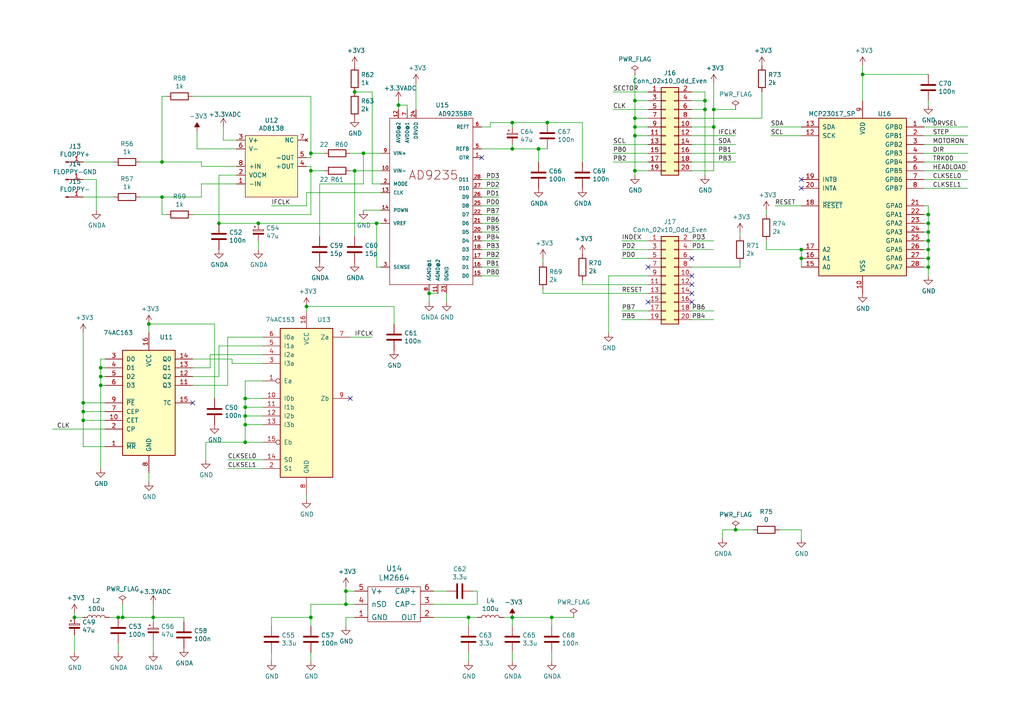
<source format=kicad_sch>
(kicad_sch (version 20211123) (generator eeschema)

  (uuid 31e453ed-c999-4f32-9a0d-aa347ea73dda)

  (paper "A4")

  

  (junction (at 24.13 116.84) (diameter 0) (color 0 0 0 0)
    (uuid 02c21a28-6516-4d46-946c-24860ad34163)
  )
  (junction (at 158.75 35.56) (diameter 0) (color 0 0 0 0)
    (uuid 04b6a4c7-0ce1-47dd-b426-8e85922c6821)
  )
  (junction (at 105.41 44.45) (diameter 0) (color 0 0 0 0)
    (uuid 09309782-347a-4592-bdcb-6cb314dd8059)
  )
  (junction (at 232.41 72.39) (diameter 0) (color 0 0 0 0)
    (uuid 14a1c914-dad1-4321-8733-2525b473c62a)
  )
  (junction (at 148.59 179.07) (diameter 0) (color 0 0 0 0)
    (uuid 1c6e6764-204a-49db-8662-c2dd21affd48)
  )
  (junction (at 90.17 44.45) (diameter 0) (color 0 0 0 0)
    (uuid 212b66ef-3c6b-4ca5-8b7e-9638373b42c0)
  )
  (junction (at 204.47 31.75) (diameter 0) (color 0 0 0 0)
    (uuid 2d853abd-0254-491e-9ce3-5f27c3b6b316)
  )
  (junction (at 269.24 62.23) (diameter 0) (color 0 0 0 0)
    (uuid 30853ee1-9d7c-4f8c-b8c0-842df4922fb3)
  )
  (junction (at 100.33 171.45) (diameter 0) (color 0 0 0 0)
    (uuid 31764a6f-b6a9-47ee-8226-47d6f3ab5399)
  )
  (junction (at 71.12 118.11) (diameter 0) (color 0 0 0 0)
    (uuid 31c95d6e-eeba-4503-80af-36bac632b004)
  )
  (junction (at 43.18 93.98) (diameter 0) (color 0 0 0 0)
    (uuid 3281e799-b27c-4cb0-ba5d-0a4597b2c510)
  )
  (junction (at 269.24 72.39) (diameter 0) (color 0 0 0 0)
    (uuid 33360891-d086-4e87-85ff-9438bb72e2a8)
  )
  (junction (at 156.21 43.18) (diameter 0) (color 0 0 0 0)
    (uuid 39a8e1c7-d388-4939-aad8-668b2e08967c)
  )
  (junction (at 160.02 179.07) (diameter 0) (color 0 0 0 0)
    (uuid 3c21e653-0dac-4514-b58c-db3fc663891f)
  )
  (junction (at 74.93 64.77) (diameter 0) (color 0 0 0 0)
    (uuid 3e2cc1a0-a64b-4c3a-84fa-0d52a12b8060)
  )
  (junction (at 71.12 128.27) (diameter 0) (color 0 0 0 0)
    (uuid 3f87b928-987c-4c44-9bf6-2973c64827f9)
  )
  (junction (at 29.21 109.22) (diameter 0) (color 0 0 0 0)
    (uuid 43baeea6-e2cc-4c73-85a4-3bef42eaf459)
  )
  (junction (at 46.99 57.15) (diameter 0) (color 0 0 0 0)
    (uuid 4966b391-5a0c-4cb9-99ae-1176e797815b)
  )
  (junction (at 184.15 36.83) (diameter 0) (color 0 0 0 0)
    (uuid 4b1780d4-67b2-49bd-852c-eda38258f6f9)
  )
  (junction (at 148.59 43.18) (diameter 0) (color 0 0 0 0)
    (uuid 4fe2d384-3d38-424d-a7b1-c54905a9a9bd)
  )
  (junction (at 29.21 111.76) (diameter 0) (color 0 0 0 0)
    (uuid 53e7ed6e-fede-4b01-a43b-c9ce1de10efb)
  )
  (junction (at 71.12 120.65) (diameter 0) (color 0 0 0 0)
    (uuid 5b494df1-bd4f-41d8-861b-94bc7574ae43)
  )
  (junction (at 207.01 36.83) (diameter 0) (color 0 0 0 0)
    (uuid 5d2eadf6-3661-465d-948c-3b8183ffc6dd)
  )
  (junction (at 124.46 85.09) (diameter 0) (color 0 0 0 0)
    (uuid 604a047b-ed4e-44d6-a495-0780cb6995b7)
  )
  (junction (at 269.24 77.47) (diameter 0) (color 0 0 0 0)
    (uuid 66a25b2a-51b5-4aaf-804e-d6577ac7d488)
  )
  (junction (at 135.89 179.07) (diameter 0) (color 0 0 0 0)
    (uuid 699c9984-4762-4608-889c-ef6d70220782)
  )
  (junction (at 213.36 153.67) (diameter 0) (color 0 0 0 0)
    (uuid 73d69c66-7083-4fb0-91bd-048e00ea62a0)
  )
  (junction (at 269.24 64.77) (diameter 0) (color 0 0 0 0)
    (uuid 7890af5d-c8be-4880-895f-69d6b15c4437)
  )
  (junction (at 184.15 29.21) (diameter 0) (color 0 0 0 0)
    (uuid 7c1d50bc-d18a-46c9-b946-9eacf3ed854f)
  )
  (junction (at 269.24 69.85) (diameter 0) (color 0 0 0 0)
    (uuid 83eeb519-4209-4aa9-80b9-5ebba22707c9)
  )
  (junction (at 29.21 106.68) (diameter 0) (color 0 0 0 0)
    (uuid 86bf2f30-3b7a-4e44-a03e-e54462eae3e8)
  )
  (junction (at 102.87 49.53) (diameter 0) (color 0 0 0 0)
    (uuid 8772c2d7-c9e3-4559-9dff-f72fb2489ed5)
  )
  (junction (at 184.15 49.53) (diameter 0) (color 0 0 0 0)
    (uuid 89050e99-0167-4f04-931a-585c39d1c636)
  )
  (junction (at 269.24 67.31) (diameter 0) (color 0 0 0 0)
    (uuid 89f9c056-cfc3-49a8-bb2e-5d74993b69f8)
  )
  (junction (at 204.47 29.21) (diameter 0) (color 0 0 0 0)
    (uuid 97f4719c-64e6-4064-9cfc-25935b74925f)
  )
  (junction (at 46.99 46.99) (diameter 0) (color 0 0 0 0)
    (uuid 97fca2c2-d53e-4e3a-8ec9-eddf76102e52)
  )
  (junction (at 88.9 88.9) (diameter 0) (color 0 0 0 0)
    (uuid 9f4dca74-c2ba-4c28-8c8f-a62f19eb77a8)
  )
  (junction (at 34.29 179.07) (diameter 0) (color 0 0 0 0)
    (uuid a479f594-cb90-4d67-a22e-61119f359192)
  )
  (junction (at 184.15 39.37) (diameter 0) (color 0 0 0 0)
    (uuid a5617b49-8043-4189-814c-78875de713d0)
  )
  (junction (at 148.59 35.56) (diameter 0) (color 0 0 0 0)
    (uuid ad4b47d9-db55-4f1a-b242-8dec583b8b9f)
  )
  (junction (at 115.57 30.48) (diameter 0) (color 0 0 0 0)
    (uuid bb60fd5b-33f6-4857-b78a-2f1c48f4966d)
  )
  (junction (at 102.87 26.67) (diameter 0) (color 0 0 0 0)
    (uuid c355145a-d83a-438e-ad0b-57124bb10ec7)
  )
  (junction (at 100.33 175.26) (diameter 0) (color 0 0 0 0)
    (uuid c618d995-8ff9-424a-8245-0966b93f843e)
  )
  (junction (at 184.15 34.29) (diameter 0) (color 0 0 0 0)
    (uuid d2cb764f-cfdb-418a-a86d-a894aba8a06b)
  )
  (junction (at 44.45 179.07) (diameter 0) (color 0 0 0 0)
    (uuid d4187ae4-8c4a-4ee8-9878-db9c27a21bb0)
  )
  (junction (at 90.17 179.07) (diameter 0) (color 0 0 0 0)
    (uuid d7d34096-95cb-4e33-a451-6fce0d48a866)
  )
  (junction (at 109.22 64.77) (diameter 0) (color 0 0 0 0)
    (uuid db131bb7-ba8f-4b45-a095-e256b17df503)
  )
  (junction (at 269.24 74.93) (diameter 0) (color 0 0 0 0)
    (uuid dd90eccf-95b7-4d2e-ba9c-3af200a58555)
  )
  (junction (at 71.12 123.19) (diameter 0) (color 0 0 0 0)
    (uuid dde1ff61-d26d-40b8-b9aa-ca4fb9881a5a)
  )
  (junction (at 71.12 115.57) (diameter 0) (color 0 0 0 0)
    (uuid e3a11564-0ee9-4753-aa33-5e7822893b27)
  )
  (junction (at 207.01 31.75) (diameter 0) (color 0 0 0 0)
    (uuid e3d28f1c-963f-4573-9b16-28dd02c1c847)
  )
  (junction (at 24.13 119.38) (diameter 0) (color 0 0 0 0)
    (uuid e5005e0b-50ab-4724-bf5f-775228048f72)
  )
  (junction (at 232.41 74.93) (diameter 0) (color 0 0 0 0)
    (uuid e64110f2-2ba4-42df-9d67-b3f517adc98f)
  )
  (junction (at 35.56 179.07) (diameter 0) (color 0 0 0 0)
    (uuid e6a5d661-e10f-49ab-b328-7bd8e0967d1b)
  )
  (junction (at 63.5 64.77) (diameter 0) (color 0 0 0 0)
    (uuid ebd18d2c-4840-42ea-ac2b-2cc99c4de81b)
  )
  (junction (at 24.13 121.92) (diameter 0) (color 0 0 0 0)
    (uuid ee177f41-2144-4d4a-87b5-66e34012d11c)
  )
  (junction (at 90.17 49.53) (diameter 0) (color 0 0 0 0)
    (uuid f46ddd0e-ceba-48b1-a7e6-c1a340811f37)
  )
  (junction (at 250.19 21.59) (diameter 0) (color 0 0 0 0)
    (uuid faf2c2b9-b358-4040-81dd-fb471b9ed781)
  )
  (junction (at 21.59 179.07) (diameter 0) (color 0 0 0 0)
    (uuid ff26b2b3-54c1-4247-b5f9-18084af407f4)
  )

  (no_connect (at 187.96 87.63) (uuid 0e04657e-2742-46a7-ad95-6097a57b4484))
  (no_connect (at 101.6 115.57) (uuid 2e99b96c-7bba-42b1-8173-390512b87fce))
  (no_connect (at 139.7 45.72) (uuid 38c3f28a-91e2-4455-bd0b-be6c9eae057f))
  (no_connect (at 200.66 82.55) (uuid 685f1001-c5cc-4b03-a4ee-92c7c9f33a46))
  (no_connect (at 232.41 54.61) (uuid 73a9beaa-5641-4a32-8a6d-fe7328ef808f))
  (no_connect (at 200.66 80.01) (uuid 7bf3da1b-c043-4f15-918e-55813aaf270d))
  (no_connect (at 200.66 87.63) (uuid 916cc1cc-6cf7-435e-bdd7-751cdbc6ded9))
  (no_connect (at 55.88 116.84) (uuid aa1615ff-6c6a-4367-a475-529f8ed01d68))
  (no_connect (at 200.66 85.09) (uuid b46cb2e9-2b44-43c4-9248-184f6edbaabe))
  (no_connect (at 200.66 74.93) (uuid d0a45396-a838-4806-bc09-03a111e0d227))
  (no_connect (at 187.96 77.47) (uuid d553da93-cdc7-4fd3-95ef-5452db86f82e))
  (no_connect (at 232.41 52.07) (uuid e7eefa14-9f5e-4a92-92b3-537db170daff))

  (wire (pts (xy 107.95 26.67) (xy 107.95 53.34))
    (stroke (width 0) (type default) (color 0 0 0 0))
    (uuid 003ebd75-7776-4b30-9066-77e0adf921a5)
  )
  (wire (pts (xy 120.65 31.75) (xy 120.65 24.13))
    (stroke (width 0) (type default) (color 0 0 0 0))
    (uuid 01724a9a-1814-4f8d-8a88-0cec697e5066)
  )
  (wire (pts (xy 180.34 72.39) (xy 187.96 72.39))
    (stroke (width 0) (type default) (color 0 0 0 0))
    (uuid 01e074bf-fc5e-4cfd-9c8a-d7090f330076)
  )
  (wire (pts (xy 68.58 43.18) (xy 57.15 43.18))
    (stroke (width 0) (type default) (color 0 0 0 0))
    (uuid 0283dd04-2d16-4bbd-b687-8d2fa0b4c43f)
  )
  (wire (pts (xy 184.15 34.29) (xy 184.15 36.83))
    (stroke (width 0) (type default) (color 0 0 0 0))
    (uuid 03e3c658-d62d-4239-9a5c-4481c850cd7c)
  )
  (wire (pts (xy 46.99 27.94) (xy 48.26 27.94))
    (stroke (width 0) (type default) (color 0 0 0 0))
    (uuid 04b2b388-cefc-47c1-8c4c-575e3920c9b9)
  )
  (wire (pts (xy 135.89 191.77) (xy 135.89 189.23))
    (stroke (width 0) (type default) (color 0 0 0 0))
    (uuid 05191a4e-c865-4ad5-893c-bd49e03261ca)
  )
  (wire (pts (xy 204.47 29.21) (xy 204.47 31.75))
    (stroke (width 0) (type default) (color 0 0 0 0))
    (uuid 0623ba74-2669-4bbe-a9a0-510a17a00042)
  )
  (wire (pts (xy 44.45 179.07) (xy 44.45 175.26))
    (stroke (width 0) (type default) (color 0 0 0 0))
    (uuid 063dd4a5-4309-4260-ad09-c21e2e9f1b44)
  )
  (wire (pts (xy 267.97 52.07) (xy 280.67 52.07))
    (stroke (width 0) (type default) (color 0 0 0 0))
    (uuid 074a81f8-ff48-4b4e-94b8-d5dfde008c75)
  )
  (wire (pts (xy 64.77 40.64) (xy 64.77 36.83))
    (stroke (width 0) (type default) (color 0 0 0 0))
    (uuid 074e753c-0769-4746-b381-a188f9ccf112)
  )
  (wire (pts (xy 139.7 43.18) (xy 148.59 43.18))
    (stroke (width 0) (type default) (color 0 0 0 0))
    (uuid 075c40b6-7a0f-4446-8d81-60b8a82409d7)
  )
  (wire (pts (xy 166.37 179.07) (xy 160.02 179.07))
    (stroke (width 0) (type default) (color 0 0 0 0))
    (uuid 0785df82-be98-41a2-85fd-dd859970c401)
  )
  (wire (pts (xy 269.24 62.23) (xy 269.24 59.69))
    (stroke (width 0) (type default) (color 0 0 0 0))
    (uuid 08d2c8a4-13ee-422b-b6a5-1b37a14b9577)
  )
  (wire (pts (xy 100.33 171.45) (xy 100.33 170.18))
    (stroke (width 0) (type default) (color 0 0 0 0))
    (uuid 094967e9-1eab-490e-8dc1-788e59d5d863)
  )
  (wire (pts (xy 55.88 62.23) (xy 90.17 62.23))
    (stroke (width 0) (type default) (color 0 0 0 0))
    (uuid 096a29d4-9b4a-4211-8d0c-081565bdba5a)
  )
  (wire (pts (xy 232.41 74.93) (xy 232.41 72.39))
    (stroke (width 0) (type default) (color 0 0 0 0))
    (uuid 09dc4a97-18a7-492f-bae6-5d6e62551268)
  )
  (wire (pts (xy 148.59 35.56) (xy 158.75 35.56))
    (stroke (width 0) (type default) (color 0 0 0 0))
    (uuid 0f3884ea-c028-4caf-b62a-013520c8f8ca)
  )
  (wire (pts (xy 158.75 35.56) (xy 168.91 35.56))
    (stroke (width 0) (type default) (color 0 0 0 0))
    (uuid 10325e04-82f4-4c9a-abb1-2d08d4429483)
  )
  (wire (pts (xy 209.55 153.67) (xy 213.36 153.67))
    (stroke (width 0) (type default) (color 0 0 0 0))
    (uuid 11d0a298-ecb0-47f9-bf47-bde43ecab70f)
  )
  (wire (pts (xy 90.17 45.72) (xy 90.17 44.45))
    (stroke (width 0) (type default) (color 0 0 0 0))
    (uuid 120be663-7036-4f23-ad6b-916e766bf8b7)
  )
  (wire (pts (xy 267.97 54.61) (xy 280.67 54.61))
    (stroke (width 0) (type default) (color 0 0 0 0))
    (uuid 16aaf4f4-76ca-4df1-b421-e8642fa5d931)
  )
  (wire (pts (xy 109.22 64.77) (xy 110.49 64.77))
    (stroke (width 0) (type default) (color 0 0 0 0))
    (uuid 176078c5-9a75-45b5-8770-35b8822eded8)
  )
  (wire (pts (xy 43.18 139.7) (xy 43.18 137.16))
    (stroke (width 0) (type default) (color 0 0 0 0))
    (uuid 18fa188a-9156-4d69-8e7e-0523e8b6ba4d)
  )
  (wire (pts (xy 200.66 34.29) (xy 220.98 34.29))
    (stroke (width 0) (type default) (color 0 0 0 0))
    (uuid 19e92f27-ca7e-49c2-ae3d-20ee67b4db09)
  )
  (wire (pts (xy 105.41 60.96) (xy 110.49 60.96))
    (stroke (width 0) (type default) (color 0 0 0 0))
    (uuid 1a160505-4c1d-471a-8fb4-8946463af79a)
  )
  (wire (pts (xy 177.8 31.75) (xy 187.96 31.75))
    (stroke (width 0) (type default) (color 0 0 0 0))
    (uuid 1b197903-c8d1-4df8-9530-f66dd9feca40)
  )
  (wire (pts (xy 137.16 171.45) (xy 138.43 171.45))
    (stroke (width 0) (type default) (color 0 0 0 0))
    (uuid 1b70b768-feae-450e-98a2-49460d219153)
  )
  (wire (pts (xy 207.01 49.53) (xy 207.01 36.83))
    (stroke (width 0) (type default) (color 0 0 0 0))
    (uuid 1bd16c47-21ef-45ce-8f45-1929ee56efc9)
  )
  (wire (pts (xy 232.41 156.21) (xy 232.41 153.67))
    (stroke (width 0) (type default) (color 0 0 0 0))
    (uuid 1ce73aae-9b83-4133-bd43-a53c2e0068a0)
  )
  (wire (pts (xy 148.59 43.18) (xy 156.21 43.18))
    (stroke (width 0) (type default) (color 0 0 0 0))
    (uuid 1cf571b4-3091-4a62-a8d2-ee483379101a)
  )
  (wire (pts (xy 200.66 31.75) (xy 204.47 31.75))
    (stroke (width 0) (type default) (color 0 0 0 0))
    (uuid 1e2a18e7-abbb-4021-9408-d5fbaffb0852)
  )
  (wire (pts (xy 30.48 129.54) (xy 24.13 129.54))
    (stroke (width 0) (type default) (color 0 0 0 0))
    (uuid 1f300ed6-9cd3-4548-b718-417f6b25aa31)
  )
  (wire (pts (xy 213.36 31.75) (xy 207.01 31.75))
    (stroke (width 0) (type default) (color 0 0 0 0))
    (uuid 1f39b0bd-a62a-45f1-8efd-3c321cc1c7ac)
  )
  (wire (pts (xy 105.41 44.45) (xy 101.6 44.45))
    (stroke (width 0) (type default) (color 0 0 0 0))
    (uuid 1fe42478-1a84-48d0-b961-5566d4efdd45)
  )
  (wire (pts (xy 180.34 69.85) (xy 187.96 69.85))
    (stroke (width 0) (type default) (color 0 0 0 0))
    (uuid 23dc825b-a3e5-47e6-a245-1b65022d8e54)
  )
  (wire (pts (xy 63.5 50.8) (xy 68.58 50.8))
    (stroke (width 0) (type default) (color 0 0 0 0))
    (uuid 2409f17c-91c7-4cf5-a8d0-aba1d45e281f)
  )
  (wire (pts (xy 127 85.09) (xy 124.46 85.09))
    (stroke (width 0) (type default) (color 0 0 0 0))
    (uuid 244842df-0367-4b87-bfb1-c10040a28854)
  )
  (wire (pts (xy 62.23 115.57) (xy 62.23 93.98))
    (stroke (width 0) (type default) (color 0 0 0 0))
    (uuid 249503d7-d474-4443-b9c9-eccc2f8afea6)
  )
  (wire (pts (xy 139.7 69.85) (xy 144.78 69.85))
    (stroke (width 0) (type default) (color 0 0 0 0))
    (uuid 260d1a0f-5419-49ac-ab26-ad818affc966)
  )
  (wire (pts (xy 129.54 171.45) (xy 125.73 171.45))
    (stroke (width 0) (type default) (color 0 0 0 0))
    (uuid 26e568b0-496a-4ca5-aacc-0f45742cd00d)
  )
  (wire (pts (xy 74.93 72.39) (xy 74.93 69.85))
    (stroke (width 0) (type default) (color 0 0 0 0))
    (uuid 27c11d57-8590-4387-a01a-b03430b74b3d)
  )
  (wire (pts (xy 168.91 35.56) (xy 168.91 46.99))
    (stroke (width 0) (type default) (color 0 0 0 0))
    (uuid 2a64a1fe-073c-45b2-874b-cfb84482ab2c)
  )
  (wire (pts (xy 21.59 179.07) (xy 24.13 179.07))
    (stroke (width 0) (type default) (color 0 0 0 0))
    (uuid 2a9cf587-abfb-494c-b897-565e6fe366be)
  )
  (wire (pts (xy 269.24 30.48) (xy 269.24 29.21))
    (stroke (width 0) (type default) (color 0 0 0 0))
    (uuid 2af89031-cd7a-4c3c-86a5-9a082adfb92d)
  )
  (wire (pts (xy 124.46 87.63) (xy 124.46 85.09))
    (stroke (width 0) (type default) (color 0 0 0 0))
    (uuid 2bed65ab-6efd-4383-86ca-6b29689d010a)
  )
  (wire (pts (xy 44.45 180.34) (xy 44.45 179.07))
    (stroke (width 0) (type default) (color 0 0 0 0))
    (uuid 2c339699-6fbd-480f-ae92-124a79a15a40)
  )
  (wire (pts (xy 204.47 26.67) (xy 204.47 29.21))
    (stroke (width 0) (type default) (color 0 0 0 0))
    (uuid 2d787f01-ca9d-4a5b-975d-1b8c51e16770)
  )
  (wire (pts (xy 187.96 39.37) (xy 184.15 39.37))
    (stroke (width 0) (type default) (color 0 0 0 0))
    (uuid 2ed4f541-1493-4766-b4f4-0b19f66e3116)
  )
  (wire (pts (xy 157.48 76.2) (xy 157.48 74.93))
    (stroke (width 0) (type default) (color 0 0 0 0))
    (uuid 2f2f8208-4015-4d08-b083-325412adbd7c)
  )
  (wire (pts (xy 187.96 29.21) (xy 184.15 29.21))
    (stroke (width 0) (type default) (color 0 0 0 0))
    (uuid 30f5a2d3-e925-4605-bfa7-622f0c7e5bcc)
  )
  (wire (pts (xy 176.53 96.52) (xy 176.53 80.01))
    (stroke (width 0) (type default) (color 0 0 0 0))
    (uuid 31e6703c-01d3-459f-bccb-f029c3b257de)
  )
  (wire (pts (xy 222.25 62.23) (xy 222.25 60.96))
    (stroke (width 0) (type default) (color 0 0 0 0))
    (uuid 32e296c0-d4a0-4fd1-b70b-7752b75e90d0)
  )
  (wire (pts (xy 135.89 179.07) (xy 138.43 179.07))
    (stroke (width 0) (type default) (color 0 0 0 0))
    (uuid 32f063d1-7bfa-4e3f-8449-c94e2644f008)
  )
  (wire (pts (xy 63.5 64.77) (xy 63.5 50.8))
    (stroke (width 0) (type default) (color 0 0 0 0))
    (uuid 33662d4a-b16b-40c3-96f0-0e88fda690c9)
  )
  (wire (pts (xy 267.97 67.31) (xy 269.24 67.31))
    (stroke (width 0) (type default) (color 0 0 0 0))
    (uuid 336bfd3f-ce0b-4dae-a145-a397ae8cc122)
  )
  (wire (pts (xy 139.7 54.61) (xy 144.78 54.61))
    (stroke (width 0) (type default) (color 0 0 0 0))
    (uuid 377cea7b-02a0-4a97-ba44-c853a84a68a5)
  )
  (wire (pts (xy 207.01 31.75) (xy 207.01 36.83))
    (stroke (width 0) (type default) (color 0 0 0 0))
    (uuid 37ba8c54-9fe1-40f4-87ae-147685b2c1cd)
  )
  (wire (pts (xy 66.04 135.89) (xy 76.2 135.89))
    (stroke (width 0) (type default) (color 0 0 0 0))
    (uuid 37fc97cf-dd0e-4c44-be5d-d797dfc54ef5)
  )
  (wire (pts (xy 24.13 121.92) (xy 30.48 121.92))
    (stroke (width 0) (type default) (color 0 0 0 0))
    (uuid 38a29ed7-18a9-4523-801f-82d9d6472240)
  )
  (wire (pts (xy 187.96 41.91) (xy 177.8 41.91))
    (stroke (width 0) (type default) (color 0 0 0 0))
    (uuid 38c1fb50-b76a-4a75-b4be-803df3efc64f)
  )
  (wire (pts (xy 102.87 171.45) (xy 100.33 171.45))
    (stroke (width 0) (type default) (color 0 0 0 0))
    (uuid 38da352b-61a7-48d9-86bb-85815faf6164)
  )
  (wire (pts (xy 29.21 111.76) (xy 29.21 135.89))
    (stroke (width 0) (type default) (color 0 0 0 0))
    (uuid 3904b680-292a-4e53-80f0-714e876925ce)
  )
  (wire (pts (xy 100.33 179.07) (xy 102.87 179.07))
    (stroke (width 0) (type default) (color 0 0 0 0))
    (uuid 39c2426f-030d-48b9-8818-50fd5313f136)
  )
  (wire (pts (xy 40.64 46.99) (xy 46.99 46.99))
    (stroke (width 0) (type default) (color 0 0 0 0))
    (uuid 39cd34c2-4932-4974-87e1-2576f2eff2ce)
  )
  (wire (pts (xy 71.12 120.65) (xy 71.12 118.11))
    (stroke (width 0) (type default) (color 0 0 0 0))
    (uuid 39d454bd-a83e-4b66-9f4c-da2c51401705)
  )
  (wire (pts (xy 148.59 36.83) (xy 148.59 35.56))
    (stroke (width 0) (type default) (color 0 0 0 0))
    (uuid 3a726666-4c52-4ae4-91bc-0f2f5ee20783)
  )
  (wire (pts (xy 157.48 85.09) (xy 157.48 83.82))
    (stroke (width 0) (type default) (color 0 0 0 0))
    (uuid 3c4a90ad-041e-49b9-9e66-0e4b64597e75)
  )
  (wire (pts (xy 34.29 189.23) (xy 34.29 186.69))
    (stroke (width 0) (type default) (color 0 0 0 0))
    (uuid 3cff8059-07bc-4735-b6a3-eb6fde2d69ce)
  )
  (wire (pts (xy 267.97 77.47) (xy 269.24 77.47))
    (stroke (width 0) (type default) (color 0 0 0 0))
    (uuid 3ec9c4de-618d-48a4-9b54-3e98a46eaff4)
  )
  (wire (pts (xy 76.2 120.65) (xy 71.12 120.65))
    (stroke (width 0) (type default) (color 0 0 0 0))
    (uuid 40b4f05a-a41c-4a7d-9bea-992325e1eac7)
  )
  (wire (pts (xy 60.96 106.68) (xy 60.96 102.87))
    (stroke (width 0) (type default) (color 0 0 0 0))
    (uuid 42ded3db-c429-432b-bd2a-05b3199daecc)
  )
  (wire (pts (xy 207.01 36.83) (xy 200.66 36.83))
    (stroke (width 0) (type default) (color 0 0 0 0))
    (uuid 42e21158-4036-49e3-b576-3eca1c348c64)
  )
  (wire (pts (xy 62.23 93.98) (xy 43.18 93.98))
    (stroke (width 0) (type default) (color 0 0 0 0))
    (uuid 42f834be-b398-43dc-9673-12da845475f1)
  )
  (wire (pts (xy 44.45 185.42) (xy 44.45 189.23))
    (stroke (width 0) (type default) (color 0 0 0 0))
    (uuid 44e263b5-1c87-4e1c-bd54-c8f11f5a2832)
  )
  (wire (pts (xy 142.24 35.56) (xy 148.59 35.56))
    (stroke (width 0) (type default) (color 0 0 0 0))
    (uuid 4743d89a-15e5-4563-99d6-1842a9bf2c15)
  )
  (wire (pts (xy 180.34 92.71) (xy 187.96 92.71))
    (stroke (width 0) (type default) (color 0 0 0 0))
    (uuid 49e7c11b-b7b6-4f50-bf38-1b249057e270)
  )
  (wire (pts (xy 66.04 97.79) (xy 76.2 97.79))
    (stroke (width 0) (type default) (color 0 0 0 0))
    (uuid 4a164f79-32be-4874-86a6-05c517bdad7d)
  )
  (wire (pts (xy 29.21 109.22) (xy 30.48 109.22))
    (stroke (width 0) (type default) (color 0 0 0 0))
    (uuid 4c9db42e-819e-45af-881a-bf36f1a6cfaf)
  )
  (wire (pts (xy 88.9 144.78) (xy 88.9 143.51))
    (stroke (width 0) (type default) (color 0 0 0 0))
    (uuid 4cf7bd04-cf27-4bd4-a2fe-49e099f7d95d)
  )
  (wire (pts (xy 53.34 179.07) (xy 44.45 179.07))
    (stroke (width 0) (type default) (color 0 0 0 0))
    (uuid 4da73753-21f3-4f4a-b6fb-c624e5c85153)
  )
  (wire (pts (xy 184.15 21.59) (xy 184.15 29.21))
    (stroke (width 0) (type default) (color 0 0 0 0))
    (uuid 4e241107-9be3-42b0-9b42-21aaa96b324e)
  )
  (wire (pts (xy 214.63 77.47) (xy 214.63 76.2))
    (stroke (width 0) (type default) (color 0 0 0 0))
    (uuid 4e2bdd32-6958-42af-9d5d-82189cdf2079)
  )
  (wire (pts (xy 90.17 49.53) (xy 90.17 48.26))
    (stroke (width 0) (type default) (color 0 0 0 0))
    (uuid 4ef79864-2d8f-4a2c-9798-dac6fb5c4bfb)
  )
  (wire (pts (xy 34.29 179.07) (xy 35.56 179.07))
    (stroke (width 0) (type default) (color 0 0 0 0))
    (uuid 4f6fe5c4-4ead-444a-bb45-f66a9a2736d8)
  )
  (wire (pts (xy 71.12 128.27) (xy 76.2 128.27))
    (stroke (width 0) (type default) (color 0 0 0 0))
    (uuid 4fb72cef-92fd-41f0-bcee-09a9ccd3a6ac)
  )
  (wire (pts (xy 105.41 44.45) (xy 110.49 44.45))
    (stroke (width 0) (type default) (color 0 0 0 0))
    (uuid 5085474b-fc92-43ea-83f7-098c3b27efb2)
  )
  (wire (pts (xy 71.12 123.19) (xy 71.12 120.65))
    (stroke (width 0) (type default) (color 0 0 0 0))
    (uuid 51054ea2-1745-466d-b56a-9bab30882d7c)
  )
  (wire (pts (xy 200.66 39.37) (xy 213.36 39.37))
    (stroke (width 0) (type default) (color 0 0 0 0))
    (uuid 510b74d6-bd5f-4b1b-b020-3f88712ecd5c)
  )
  (wire (pts (xy 90.17 44.45) (xy 90.17 27.94))
    (stroke (width 0) (type default) (color 0 0 0 0))
    (uuid 53bc3435-2749-454b-8b03-85bde7b94608)
  )
  (wire (pts (xy 92.71 53.34) (xy 105.41 53.34))
    (stroke (width 0) (type default) (color 0 0 0 0))
    (uuid 53c8ef81-819b-47b8-aaf8-7c00a4337172)
  )
  (wire (pts (xy 102.87 49.53) (xy 101.6 49.53))
    (stroke (width 0) (type default) (color 0 0 0 0))
    (uuid 553ef767-d435-4f82-b405-34eab888490d)
  )
  (wire (pts (xy 267.97 49.53) (xy 280.67 49.53))
    (stroke (width 0) (type default) (color 0 0 0 0))
    (uuid 55837fe2-263e-4a4d-9545-54fe94bd0a07)
  )
  (wire (pts (xy 204.47 50.8) (xy 204.47 31.75))
    (stroke (width 0) (type default) (color 0 0 0 0))
    (uuid 57abac01-63ec-4422-8acd-91b5bc505da2)
  )
  (wire (pts (xy 76.2 118.11) (xy 71.12 118.11))
    (stroke (width 0) (type default) (color 0 0 0 0))
    (uuid 584777ae-a48e-492b-9ceb-82c8d7994d70)
  )
  (wire (pts (xy 63.5 64.77) (xy 74.93 64.77))
    (stroke (width 0) (type default) (color 0 0 0 0))
    (uuid 593e432d-f481-4a3c-b729-bb54688de2d1)
  )
  (wire (pts (xy 148.59 191.77) (xy 148.59 189.23))
    (stroke (width 0) (type default) (color 0 0 0 0))
    (uuid 5c97eb19-1b26-416a-883c-48b95f9ca42f)
  )
  (wire (pts (xy 180.34 90.17) (xy 187.96 90.17))
    (stroke (width 0) (type default) (color 0 0 0 0))
    (uuid 5db28390-1f23-437c-b985-92bd3e48a9a1)
  )
  (wire (pts (xy 148.59 181.61) (xy 148.59 179.07))
    (stroke (width 0) (type default) (color 0 0 0 0))
    (uuid 5e5a2be6-6028-4e31-815f-8548df07f711)
  )
  (wire (pts (xy 187.96 34.29) (xy 184.15 34.29))
    (stroke (width 0) (type default) (color 0 0 0 0))
    (uuid 5fb80956-6066-4167-a910-8dfccf11b32f)
  )
  (wire (pts (xy 58.42 57.15) (xy 46.99 57.15))
    (stroke (width 0) (type default) (color 0 0 0 0))
    (uuid 5ff2fc62-9447-4480-a937-347196405d36)
  )
  (wire (pts (xy 21.59 184.15) (xy 21.59 189.23))
    (stroke (width 0) (type default) (color 0 0 0 0))
    (uuid 60512c78-64f9-4ec6-b197-f5ca03a7c0cc)
  )
  (wire (pts (xy 78.74 181.61) (xy 78.74 179.07))
    (stroke (width 0) (type default) (color 0 0 0 0))
    (uuid 6187da17-826a-4051-9577-5049014453da)
  )
  (wire (pts (xy 88.9 45.72) (xy 90.17 45.72))
    (stroke (width 0) (type default) (color 0 0 0 0))
    (uuid 631b4ad7-114f-4065-96f1-c7782a13a389)
  )
  (wire (pts (xy 109.22 77.47) (xy 110.49 77.47))
    (stroke (width 0) (type default) (color 0 0 0 0))
    (uuid 6325aba2-5ec2-463a-b594-fda65c65baa8)
  )
  (wire (pts (xy 67.31 105.41) (xy 76.2 105.41))
    (stroke (width 0) (type default) (color 0 0 0 0))
    (uuid 64b0aaa4-e8c2-4655-852c-02f50ea4dba0)
  )
  (wire (pts (xy 200.66 41.91) (xy 213.36 41.91))
    (stroke (width 0) (type default) (color 0 0 0 0))
    (uuid 651806c2-be8f-46ec-aaed-bc1a584ce52e)
  )
  (wire (pts (xy 160.02 179.07) (xy 148.59 179.07))
    (stroke (width 0) (type default) (color 0 0 0 0))
    (uuid 67d2e852-3b3a-4ac1-8b48-a431e0fdd150)
  )
  (wire (pts (xy 232.41 153.67) (xy 226.06 153.67))
    (stroke (width 0) (type default) (color 0 0 0 0))
    (uuid 6827cfa7-7d93-49bc-8e40-905ce37c7d2a)
  )
  (wire (pts (xy 88.9 90.17) (xy 88.9 88.9))
    (stroke (width 0) (type default) (color 0 0 0 0))
    (uuid 6884379b-3df3-4687-92aa-09316cff14a3)
  )
  (wire (pts (xy 267.97 41.91) (xy 280.67 41.91))
    (stroke (width 0) (type default) (color 0 0 0 0))
    (uuid 68a54ebd-9891-4a46-a4e3-b84a67a74002)
  )
  (wire (pts (xy 68.58 40.64) (xy 64.77 40.64))
    (stroke (width 0) (type default) (color 0 0 0 0))
    (uuid 691a84a9-30b1-4311-af9f-a373d6d6c542)
  )
  (wire (pts (xy 59.69 133.35) (xy 59.69 128.27))
    (stroke (width 0) (type default) (color 0 0 0 0))
    (uuid 6a54ece1-ba89-4a69-b19d-a8bf17e66684)
  )
  (wire (pts (xy 63.5 100.33) (xy 76.2 100.33))
    (stroke (width 0) (type default) (color 0 0 0 0))
    (uuid 6af27a02-436a-4819-a670-3bed97dec50a)
  )
  (wire (pts (xy 71.12 110.49) (xy 76.2 110.49))
    (stroke (width 0) (type default) (color 0 0 0 0))
    (uuid 6bd45cca-d2b6-4d83-bf65-8cc0ea945181)
  )
  (wire (pts (xy 102.87 175.26) (xy 100.33 175.26))
    (stroke (width 0) (type default) (color 0 0 0 0))
    (uuid 6c1e299a-0839-4e5e-a987-64ba0169df8d)
  )
  (wire (pts (xy 78.74 179.07) (xy 90.17 179.07))
    (stroke (width 0) (type default) (color 0 0 0 0))
    (uuid 6c45c715-0a40-4884-a090-d1d77f87f089)
  )
  (wire (pts (xy 139.7 57.15) (xy 144.78 57.15))
    (stroke (width 0) (type default) (color 0 0 0 0))
    (uuid 6dc19a4b-85c5-4f38-a043-b51b357abe67)
  )
  (wire (pts (xy 269.24 80.01) (xy 269.24 77.47))
    (stroke (width 0) (type default) (color 0 0 0 0))
    (uuid 6e543d0e-68c9-40de-ba57-f20ac0d0ec8f)
  )
  (wire (pts (xy 184.15 36.83) (xy 187.96 36.83))
    (stroke (width 0) (type default) (color 0 0 0 0))
    (uuid 6e7a96a0-58f6-48c1-a085-1beace7fcda7)
  )
  (wire (pts (xy 135.89 181.61) (xy 135.89 179.07))
    (stroke (width 0) (type default) (color 0 0 0 0))
    (uuid 6ef012ae-f195-42de-a6d2-75920ea45b40)
  )
  (wire (pts (xy 269.24 77.47) (xy 269.24 74.93))
    (stroke (width 0) (type default) (color 0 0 0 0))
    (uuid 6f2fb8d9-c72b-4317-95b1-436e468b3ded)
  )
  (wire (pts (xy 43.18 96.52) (xy 43.18 93.98))
    (stroke (width 0) (type default) (color 0 0 0 0))
    (uuid 6f72d8e9-d276-4fda-bdd9-1b93b46b4b22)
  )
  (wire (pts (xy 184.15 49.53) (xy 184.15 50.8))
    (stroke (width 0) (type default) (color 0 0 0 0))
    (uuid 7023b918-e9f4-4dca-abca-395dd9363fda)
  )
  (wire (pts (xy 76.2 115.57) (xy 71.12 115.57))
    (stroke (width 0) (type default) (color 0 0 0 0))
    (uuid 7185fb90-38f7-4587-af70-902a4a161975)
  )
  (wire (pts (xy 168.91 81.28) (xy 168.91 82.55))
    (stroke (width 0) (type default) (color 0 0 0 0))
    (uuid 720ba193-a51d-4e2d-839f-83fc5f4aafd1)
  )
  (wire (pts (xy 213.36 153.67) (xy 218.44 153.67))
    (stroke (width 0) (type default) (color 0 0 0 0))
    (uuid 73605d91-355c-4f2d-82b4-1d0fdfbefabd)
  )
  (wire (pts (xy 78.74 191.77) (xy 78.74 189.23))
    (stroke (width 0) (type default) (color 0 0 0 0))
    (uuid 74527b00-09b2-48de-955b-cc80a76704c6)
  )
  (wire (pts (xy 138.43 175.26) (xy 125.73 175.26))
    (stroke (width 0) (type default) (color 0 0 0 0))
    (uuid 75e00f75-30d6-4f59-8e7c-f7b2b51230be)
  )
  (wire (pts (xy 90.17 181.61) (xy 90.17 179.07))
    (stroke (width 0) (type default) (color 0 0 0 0))
    (uuid 761500d4-eddc-4be1-9d1c-a1d3652e192d)
  )
  (wire (pts (xy 115.57 30.48) (xy 115.57 29.21))
    (stroke (width 0) (type default) (color 0 0 0 0))
    (uuid 7685a96e-5ddc-4623-b8d1-c85815a490b4)
  )
  (wire (pts (xy 267.97 64.77) (xy 269.24 64.77))
    (stroke (width 0) (type default) (color 0 0 0 0))
    (uuid 787997ee-13fb-4a68-85cf-e248368d427c)
  )
  (wire (pts (xy 21.59 177.8) (xy 21.59 179.07))
    (stroke (width 0) (type default) (color 0 0 0 0))
    (uuid 78dd059e-bf69-4cda-927b-12ac6566e193)
  )
  (wire (pts (xy 157.48 85.09) (xy 187.96 85.09))
    (stroke (width 0) (type default) (color 0 0 0 0))
    (uuid 7a170e18-962b-4c0f-af5d-ae9bc1b2aab2)
  )
  (wire (pts (xy 90.17 179.07) (xy 90.17 175.26))
    (stroke (width 0) (type default) (color 0 0 0 0))
    (uuid 7a47d704-840a-497d-8b88-e4642bc1171a)
  )
  (wire (pts (xy 58.42 48.26) (xy 68.58 48.26))
    (stroke (width 0) (type default) (color 0 0 0 0))
    (uuid 7c2aed71-65ee-4f54-9b88-ad4fdd044680)
  )
  (wire (pts (xy 129.54 87.63) (xy 129.54 85.09))
    (stroke (width 0) (type default) (color 0 0 0 0))
    (uuid 7c726bdd-249f-41f5-9693-2941b06dce50)
  )
  (wire (pts (xy 135.89 179.07) (xy 125.73 179.07))
    (stroke (width 0) (type default) (color 0 0 0 0))
    (uuid 7cd28375-0653-4b47-938c-687a8ef2860a)
  )
  (wire (pts (xy 267.97 36.83) (xy 280.67 36.83))
    (stroke (width 0) (type default) (color 0 0 0 0))
    (uuid 7d3abbc5-5abc-4a05-a267-713c3ccee603)
  )
  (wire (pts (xy 76.2 123.19) (xy 71.12 123.19))
    (stroke (width 0) (type default) (color 0 0 0 0))
    (uuid 7d6601f7-7ea8-468d-952f-5d89c0b870a4)
  )
  (wire (pts (xy 168.91 82.55) (xy 187.96 82.55))
    (stroke (width 0) (type default) (color 0 0 0 0))
    (uuid 7df03df0-f6f3-4fb5-948c-b2a6359332fa)
  )
  (wire (pts (xy 114.3 93.98) (xy 114.3 88.9))
    (stroke (width 0) (type default) (color 0 0 0 0))
    (uuid 7f131abd-fdd0-4037-8ad2-cf6328d90caa)
  )
  (wire (pts (xy 250.19 21.59) (xy 250.19 29.21))
    (stroke (width 0) (type default) (color 0 0 0 0))
    (uuid 80649ecd-98ca-4ad1-b4f6-165cbe819481)
  )
  (wire (pts (xy 269.24 69.85) (xy 269.24 67.31))
    (stroke (width 0) (type default) (color 0 0 0 0))
    (uuid 8094c540-0fa6-47ab-919a-59af1ca841fb)
  )
  (wire (pts (xy 57.15 43.18) (xy 57.15 38.1))
    (stroke (width 0) (type default) (color 0 0 0 0))
    (uuid 83a27295-74f9-4ab9-8f03-bf747f7af079)
  )
  (wire (pts (xy 267.97 62.23) (xy 269.24 62.23))
    (stroke (width 0) (type default) (color 0 0 0 0))
    (uuid 8483bc90-4f79-4ec7-8a2f-1c6d559d5da3)
  )
  (wire (pts (xy 29.21 106.68) (xy 30.48 106.68))
    (stroke (width 0) (type default) (color 0 0 0 0))
    (uuid 85805d6c-e198-4385-b8c2-0aebab345c45)
  )
  (wire (pts (xy 90.17 48.26) (xy 88.9 48.26))
    (stroke (width 0) (type default) (color 0 0 0 0))
    (uuid 85e63325-0515-4648-8ed3-a77acc3c50ea)
  )
  (wire (pts (xy 250.19 21.59) (xy 250.19 19.05))
    (stroke (width 0) (type default) (color 0 0 0 0))
    (uuid 85f65bfa-c034-44dd-a127-e094e04b908e)
  )
  (wire (pts (xy 200.66 49.53) (xy 207.01 49.53))
    (stroke (width 0) (type default) (color 0 0 0 0))
    (uuid 867d88de-9296-43d1-b443-237e0dc5758d)
  )
  (wire (pts (xy 29.21 111.76) (xy 29.21 109.22))
    (stroke (width 0) (type default) (color 0 0 0 0))
    (uuid 86a42889-8821-4297-88c4-2bbfd92c2e62)
  )
  (wire (pts (xy 139.7 74.93) (xy 144.78 74.93))
    (stroke (width 0) (type default) (color 0 0 0 0))
    (uuid 88862230-1722-432c-a0b3-f34b88efe36f)
  )
  (wire (pts (xy 267.97 69.85) (xy 269.24 69.85))
    (stroke (width 0) (type default) (color 0 0 0 0))
    (uuid 888b8be7-1a18-443e-ba86-1d9e37de5f46)
  )
  (wire (pts (xy 100.33 181.61) (xy 100.33 179.07))
    (stroke (width 0) (type default) (color 0 0 0 0))
    (uuid 89dff3e7-37ac-4cfe-8100-0c2e9b13fcd5)
  )
  (wire (pts (xy 176.53 80.01) (xy 187.96 80.01))
    (stroke (width 0) (type default) (color 0 0 0 0))
    (uuid 8adef9b4-7543-4252-808c-12c8431f27b6)
  )
  (wire (pts (xy 220.98 34.29) (xy 220.98 26.67))
    (stroke (width 0) (type default) (color 0 0 0 0))
    (uuid 8cb3044f-9b75-4eca-ac8e-99cbc3884369)
  )
  (wire (pts (xy 232.41 36.83) (xy 223.52 36.83))
    (stroke (width 0) (type default) (color 0 0 0 0))
    (uuid 8dd89e6e-239b-41ea-aa5f-deb8371d5cd4)
  )
  (wire (pts (xy 46.99 46.99) (xy 46.99 27.94))
    (stroke (width 0) (type default) (color 0 0 0 0))
    (uuid 8ec3a9fb-5447-4904-80c4-dc29e33e7f87)
  )
  (wire (pts (xy 269.24 72.39) (xy 269.24 69.85))
    (stroke (width 0) (type default) (color 0 0 0 0))
    (uuid 8fbcb863-e3ac-4a4a-be7a-bf93e39fbb24)
  )
  (wire (pts (xy 78.74 59.69) (xy 88.9 59.69))
    (stroke (width 0) (type default) (color 0 0 0 0))
    (uuid 90386f46-2044-493e-9671-60d1bc81d645)
  )
  (wire (pts (xy 29.21 104.14) (xy 30.48 104.14))
    (stroke (width 0) (type default) (color 0 0 0 0))
    (uuid 9120f038-6c3f-4eb4-8ca0-d5411019596d)
  )
  (wire (pts (xy 68.58 53.34) (xy 58.42 53.34))
    (stroke (width 0) (type default) (color 0 0 0 0))
    (uuid 91b5a15b-63fa-455d-9289-2cc567ee8ce9)
  )
  (wire (pts (xy 267.97 74.93) (xy 269.24 74.93))
    (stroke (width 0) (type default) (color 0 0 0 0))
    (uuid 91eacbf3-9e0a-4c40-b5c4-09bc62142860)
  )
  (wire (pts (xy 115.57 31.75) (xy 115.57 30.48))
    (stroke (width 0) (type default) (color 0 0 0 0))
    (uuid 92a39183-f2ab-41d0-b7f7-6ef31a6cc9c1)
  )
  (wire (pts (xy 29.21 106.68) (xy 29.21 104.14))
    (stroke (width 0) (type default) (color 0 0 0 0))
    (uuid 93ab5d9c-2af3-493a-87ac-1e9f85447e40)
  )
  (wire (pts (xy 269.24 67.31) (xy 269.24 64.77))
    (stroke (width 0) (type default) (color 0 0 0 0))
    (uuid 94169aab-6b68-4d15-9671-75825bbb299e)
  )
  (wire (pts (xy 55.88 109.22) (xy 63.5 109.22))
    (stroke (width 0) (type default) (color 0 0 0 0))
    (uuid 9455943b-2264-4cb9-9840-3748c7c95732)
  )
  (wire (pts (xy 48.26 62.23) (xy 46.99 62.23))
    (stroke (width 0) (type default) (color 0 0 0 0))
    (uuid 955a197b-a623-4a38-b2c3-fa78d222a0eb)
  )
  (wire (pts (xy 156.21 46.99) (xy 156.21 43.18))
    (stroke (width 0) (type default) (color 0 0 0 0))
    (uuid 960256a1-355c-4098-baca-2742ef3f90f4)
  )
  (wire (pts (xy 90.17 175.26) (xy 100.33 175.26))
    (stroke (width 0) (type default) (color 0 0 0 0))
    (uuid 98b4862a-3a4d-4b0f-95ab-00f09ae20493)
  )
  (wire (pts (xy 107.95 53.34) (xy 110.49 53.34))
    (stroke (width 0) (type default) (color 0 0 0 0))
    (uuid 9a758154-8721-4e87-9e6b-c31c61faf69f)
  )
  (wire (pts (xy 88.9 55.88) (xy 110.49 55.88))
    (stroke (width 0) (type default) (color 0 0 0 0))
    (uuid 9ab74100-d7ae-4618-9cbd-ce517c630741)
  )
  (wire (pts (xy 24.13 96.52) (xy 24.13 116.84))
    (stroke (width 0) (type default) (color 0 0 0 0))
    (uuid 9b97d656-9483-42ca-916f-b6d82bd8638d)
  )
  (wire (pts (xy 88.9 59.69) (xy 88.9 55.88))
    (stroke (width 0) (type default) (color 0 0 0 0))
    (uuid 9cdf4655-338c-4564-84b1-f8347a4cfdbd)
  )
  (wire (pts (xy 114.3 88.9) (xy 88.9 88.9))
    (stroke (width 0) (type default) (color 0 0 0 0))
    (uuid 9d06f375-bd19-45e5-b057-0c5564005a3d)
  )
  (wire (pts (xy 102.87 26.67) (xy 107.95 26.67))
    (stroke (width 0) (type default) (color 0 0 0 0))
    (uuid 9f66aef9-b991-45d3-8353-a72cb459afe7)
  )
  (wire (pts (xy 118.11 31.75) (xy 118.11 30.48))
    (stroke (width 0) (type default) (color 0 0 0 0))
    (uuid 9fa3d568-9aed-4bf0-8ed4-1c7a1c4c7092)
  )
  (wire (pts (xy 232.41 59.69) (xy 224.79 59.69))
    (stroke (width 0) (type default) (color 0 0 0 0))
    (uuid a00aa26a-7742-401d-8eb2-56173b58c063)
  )
  (wire (pts (xy 267.97 72.39) (xy 269.24 72.39))
    (stroke (width 0) (type default) (color 0 0 0 0))
    (uuid a014cc59-38fe-4e3a-a7c3-8fc94cec56a0)
  )
  (wire (pts (xy 142.24 36.83) (xy 142.24 35.56))
    (stroke (width 0) (type default) (color 0 0 0 0))
    (uuid a07becbb-dceb-40f1-a241-86591a15ef4b)
  )
  (wire (pts (xy 90.17 191.77) (xy 90.17 189.23))
    (stroke (width 0) (type default) (color 0 0 0 0))
    (uuid a195c0eb-5c2e-432e-8a78-a20f3da90b20)
  )
  (wire (pts (xy 93.98 44.45) (xy 90.17 44.45))
    (stroke (width 0) (type default) (color 0 0 0 0))
    (uuid a24b0e81-ae2f-4d8f-a566-35d158289635)
  )
  (wire (pts (xy 187.96 44.45) (xy 177.8 44.45))
    (stroke (width 0) (type default) (color 0 0 0 0))
    (uuid a284be4f-0d82-4774-ba4e-409704bd32fa)
  )
  (wire (pts (xy 101.6 97.79) (xy 107.95 97.79))
    (stroke (width 0) (type default) (color 0 0 0 0))
    (uuid a3c7c4e2-3286-4f51-bf36-1702a006f9cb)
  )
  (wire (pts (xy 214.63 68.58) (xy 214.63 67.31))
    (stroke (width 0) (type default) (color 0 0 0 0))
    (uuid a5d04d07-565c-43f8-a0a5-2e5386bf26ef)
  )
  (wire (pts (xy 187.96 49.53) (xy 184.15 49.53))
    (stroke (width 0) (type default) (color 0 0 0 0))
    (uuid a758d337-37f4-43dd-81b7-5627fe7352cf)
  )
  (wire (pts (xy 269.24 64.77) (xy 269.24 62.23))
    (stroke (width 0) (type default) (color 0 0 0 0))
    (uuid a7d45db1-d464-4160-812e-a8935f592867)
  )
  (wire (pts (xy 139.7 64.77) (xy 144.78 64.77))
    (stroke (width 0) (type default) (color 0 0 0 0))
    (uuid a8149cf9-ddee-4ea9-9d5a-157fbac44725)
  )
  (wire (pts (xy 27.94 52.07) (xy 24.13 52.07))
    (stroke (width 0) (type default) (color 0 0 0 0))
    (uuid a8336e37-ec41-475a-877e-78ab8bf1ef49)
  )
  (wire (pts (xy 105.41 53.34) (xy 105.41 44.45))
    (stroke (width 0) (type default) (color 0 0 0 0))
    (uuid a85b2782-9ca8-47f9-aedc-7b9e4e4ee43f)
  )
  (wire (pts (xy 102.87 49.53) (xy 110.49 49.53))
    (stroke (width 0) (type default) (color 0 0 0 0))
    (uuid a911262d-eebd-4c5d-8d66-a564b4181554)
  )
  (wire (pts (xy 209.55 156.21) (xy 209.55 153.67))
    (stroke (width 0) (type default) (color 0 0 0 0))
    (uuid a95acc5b-d7dc-4db8-b2d5-555398439517)
  )
  (wire (pts (xy 160.02 181.61) (xy 160.02 179.07))
    (stroke (width 0) (type default) (color 0 0 0 0))
    (uuid a9ca8cb2-f90a-496d-8a6c-5d3636f10b70)
  )
  (wire (pts (xy 138.43 171.45) (xy 138.43 175.26))
    (stroke (width 0) (type default) (color 0 0 0 0))
    (uuid ac2bef67-ab9a-448d-ae96-6ae08d4aca05)
  )
  (wire (pts (xy 24.13 46.99) (xy 33.02 46.99))
    (stroke (width 0) (type default) (color 0 0 0 0))
    (uuid ae2ee269-bab9-422c-9352-6479ab6c1b0d)
  )
  (wire (pts (xy 33.02 57.15) (xy 24.13 57.15))
    (stroke (width 0) (type default) (color 0 0 0 0))
    (uuid ae9a70e8-6627-41d3-957d-83bfe01d0953)
  )
  (wire (pts (xy 55.88 106.68) (xy 60.96 106.68))
    (stroke (width 0) (type default) (color 0 0 0 0))
    (uuid b1ad4ea6-9bad-4f75-bc39-1d89ed6f78f9)
  )
  (wire (pts (xy 46.99 62.23) (xy 46.99 57.15))
    (stroke (width 0) (type default) (color 0 0 0 0))
    (uuid b1ddb26a-68d2-4137-bfc7-26904de29a80)
  )
  (wire (pts (xy 92.71 68.58) (xy 92.71 53.34))
    (stroke (width 0) (type default) (color 0 0 0 0))
    (uuid b3b9cca7-2004-48ad-9eab-a9065fe580ae)
  )
  (wire (pts (xy 160.02 191.77) (xy 160.02 189.23))
    (stroke (width 0) (type default) (color 0 0 0 0))
    (uuid b45f0aa9-20f6-4585-89a3-ae50d0269197)
  )
  (wire (pts (xy 15.24 124.46) (xy 30.48 124.46))
    (stroke (width 0) (type default) (color 0 0 0 0))
    (uuid b8ffb108-9d81-402e-93bf-554bda1c47ce)
  )
  (wire (pts (xy 55.88 104.14) (xy 67.31 104.14))
    (stroke (width 0) (type default) (color 0 0 0 0))
    (uuid b96e4e90-cbde-463f-8f92-e301fa353aca)
  )
  (wire (pts (xy 200.66 26.67) (xy 204.47 26.67))
    (stroke (width 0) (type default) (color 0 0 0 0))
    (uuid ba30cac0-e783-4275-9d5e-7044ff1e4011)
  )
  (wire (pts (xy 46.99 46.99) (xy 58.42 46.99))
    (stroke (width 0) (type default) (color 0 0 0 0))
    (uuid ba3d912c-5219-4f30-b434-73493c880e0e)
  )
  (wire (pts (xy 139.7 36.83) (xy 142.24 36.83))
    (stroke (width 0) (type default) (color 0 0 0 0))
    (uuid bc571c34-f4e9-4792-ba16-b033850a55b3)
  )
  (wire (pts (xy 60.96 102.87) (xy 76.2 102.87))
    (stroke (width 0) (type default) (color 0 0 0 0))
    (uuid beeb5040-54cf-4952-ab53-2714a1079eb2)
  )
  (wire (pts (xy 200.66 69.85) (xy 207.01 69.85))
    (stroke (width 0) (type default) (color 0 0 0 0))
    (uuid bef22c53-87dd-4e9b-933d-b0ad32e1a8b4)
  )
  (wire (pts (xy 177.8 26.67) (xy 187.96 26.67))
    (stroke (width 0) (type default) (color 0 0 0 0))
    (uuid bf09f54a-3cd8-4925-b69f-1ff543f4e91b)
  )
  (wire (pts (xy 267.97 46.99) (xy 280.67 46.99))
    (stroke (width 0) (type default) (color 0 0 0 0))
    (uuid c2295313-88e5-4f0b-a629-341318ac724f)
  )
  (wire (pts (xy 29.21 109.22) (xy 29.21 106.68))
    (stroke (width 0) (type default) (color 0 0 0 0))
    (uuid c3b541eb-9252-44dc-9564-95463403acde)
  )
  (wire (pts (xy 269.24 59.69) (xy 267.97 59.69))
    (stroke (width 0) (type default) (color 0 0 0 0))
    (uuid c405b62d-d783-42b2-a497-1e851e3b899f)
  )
  (wire (pts (xy 24.13 119.38) (xy 30.48 119.38))
    (stroke (width 0) (type default) (color 0 0 0 0))
    (uuid c40c6036-0c93-4f77-88b2-4317c4a846db)
  )
  (wire (pts (xy 109.22 64.77) (xy 109.22 77.47))
    (stroke (width 0) (type default) (color 0 0 0 0))
    (uuid c58fa057-6484-486d-bc3b-8dabc8f82f4b)
  )
  (wire (pts (xy 200.66 77.47) (xy 214.63 77.47))
    (stroke (width 0) (type default) (color 0 0 0 0))
    (uuid c6573640-77b4-4d8b-82eb-33998d578144)
  )
  (wire (pts (xy 46.99 57.15) (xy 40.64 57.15))
    (stroke (width 0) (type default) (color 0 0 0 0))
    (uuid c6582fbf-3bea-4ffa-9118-ee7a51f0c2b7)
  )
  (wire (pts (xy 180.34 74.93) (xy 187.96 74.93))
    (stroke (width 0) (type default) (color 0 0 0 0))
    (uuid c71299ce-5f19-43e6-b972-f920d14d94a6)
  )
  (wire (pts (xy 184.15 49.53) (xy 184.15 39.37))
    (stroke (width 0) (type default) (color 0 0 0 0))
    (uuid cbc7a083-b816-44bc-9c28-0c6b7b882d50)
  )
  (wire (pts (xy 139.7 77.47) (xy 144.78 77.47))
    (stroke (width 0) (type default) (color 0 0 0 0))
    (uuid ccdfad74-9ae7-40e6-9d12-1385ab95f3bd)
  )
  (wire (pts (xy 269.24 21.59) (xy 250.19 21.59))
    (stroke (width 0) (type default) (color 0 0 0 0))
    (uuid cd947014-e807-46c5-8cf1-a1c9df363366)
  )
  (wire (pts (xy 27.94 60.96) (xy 27.94 52.07))
    (stroke (width 0) (type default) (color 0 0 0 0))
    (uuid ce8533f1-3478-468a-aa3b-604b67f0cb9f)
  )
  (wire (pts (xy 139.7 80.01) (xy 144.78 80.01))
    (stroke (width 0) (type default) (color 0 0 0 0))
    (uuid cf57d402-d25d-4b09-b1e5-0d64841febb0)
  )
  (wire (pts (xy 267.97 44.45) (xy 280.67 44.45))
    (stroke (width 0) (type default) (color 0 0 0 0))
    (uuid d005eaa8-d426-483f-9593-60828786664b)
  )
  (wire (pts (xy 58.42 46.99) (xy 58.42 48.26))
    (stroke (width 0) (type default) (color 0 0 0 0))
    (uuid d1923603-c28f-43d1-968b-0a4d3ae695f1)
  )
  (wire (pts (xy 102.87 68.58) (xy 102.87 49.53))
    (stroke (width 0) (type default) (color 0 0 0 0))
    (uuid d3a5582e-7550-4a56-a371-67830679981a)
  )
  (wire (pts (xy 269.24 74.93) (xy 269.24 72.39))
    (stroke (width 0) (type default) (color 0 0 0 0))
    (uuid d4b4214a-08dd-4303-b509-8a7d4a81e1e7)
  )
  (wire (pts (xy 156.21 43.18) (xy 158.75 43.18))
    (stroke (width 0) (type default) (color 0 0 0 0))
    (uuid d50aa17b-6b15-421f-bd24-f5f7668be7cd)
  )
  (wire (pts (xy 148.59 179.07) (xy 146.05 179.07))
    (stroke (width 0) (type default) (color 0 0 0 0))
    (uuid d57b45be-7c99-40be-9f17-5814719fc42a)
  )
  (wire (pts (xy 24.13 129.54) (xy 24.13 121.92))
    (stroke (width 0) (type default) (color 0 0 0 0))
    (uuid d639358b-e6f5-4c2a-9812-f1190860e2ec)
  )
  (wire (pts (xy 200.66 72.39) (xy 207.01 72.39))
    (stroke (width 0) (type default) (color 0 0 0 0))
    (uuid d6df798b-5276-4013-9fef-8d25abb7b447)
  )
  (wire (pts (xy 71.12 128.27) (xy 71.12 123.19))
    (stroke (width 0) (type default) (color 0 0 0 0))
    (uuid d7c111f8-632f-4a7b-b8ab-f1617f8ba926)
  )
  (wire (pts (xy 177.8 46.99) (xy 187.96 46.99))
    (stroke (width 0) (type default) (color 0 0 0 0))
    (uuid d7c43886-0fcf-41df-809a-a2b16ce569e2)
  )
  (wire (pts (xy 184.15 29.21) (xy 184.15 34.29))
    (stroke (width 0) (type default) (color 0 0 0 0))
    (uuid d8bd4787-ae79-45a1-8788-dad239e42add)
  )
  (wire (pts (xy 184.15 36.83) (xy 184.15 39.37))
    (stroke (width 0) (type default) (color 0 0 0 0))
    (uuid d9496d62-4291-429f-b731-45cc903bac01)
  )
  (wire (pts (xy 67.31 104.14) (xy 67.31 105.41))
    (stroke (width 0) (type default) (color 0 0 0 0))
    (uuid dc0c0546-3199-4ee5-8be0-3b00a1608488)
  )
  (wire (pts (xy 232.41 77.47) (xy 232.41 74.93))
    (stroke (width 0) (type default) (color 0 0 0 0))
    (uuid dc6250f6-4041-41e7-a6f4-10b038564c99)
  )
  (wire (pts (xy 66.04 97.79) (xy 66.04 111.76))
    (stroke (width 0) (type default) (color 0 0 0 0))
    (uuid dcb0c650-e25e-49b5-80b2-cef12fbd5310)
  )
  (wire (pts (xy 118.11 30.48) (xy 115.57 30.48))
    (stroke (width 0) (type default) (color 0 0 0 0))
    (uuid dda3124c-bcc2-4331-9d0b-9d8cf6dc91bc)
  )
  (wire (pts (xy 139.7 67.31) (xy 144.78 67.31))
    (stroke (width 0) (type default) (color 0 0 0 0))
    (uuid de544d92-592f-4077-8d02-780b0cf58c81)
  )
  (wire (pts (xy 55.88 111.76) (xy 66.04 111.76))
    (stroke (width 0) (type default) (color 0 0 0 0))
    (uuid e001e678-fc34-4d44-8687-3f53eb156c48)
  )
  (wire (pts (xy 53.34 180.34) (xy 53.34 179.07))
    (stroke (width 0) (type default) (color 0 0 0 0))
    (uuid e1281f18-7775-4717-ac73-60a0943da982)
  )
  (wire (pts (xy 58.42 53.34) (xy 58.42 57.15))
    (stroke (width 0) (type default) (color 0 0 0 0))
    (uuid e149c3c4-d7b9-47bb-86ed-9300af243568)
  )
  (wire (pts (xy 66.04 133.35) (xy 76.2 133.35))
    (stroke (width 0) (type default) (color 0 0 0 0))
    (uuid e1df5698-1cec-4e98-83df-dd996c20d553)
  )
  (wire (pts (xy 139.7 59.69) (xy 144.78 59.69))
    (stroke (width 0) (type default) (color 0 0 0 0))
    (uuid e22a8c14-409b-4c0d-9ea6-f798fd2a64fb)
  )
  (wire (pts (xy 139.7 62.23) (xy 144.78 62.23))
    (stroke (width 0) (type default) (color 0 0 0 0))
    (uuid e254966a-fd4c-4b92-8c1e-e6f2dea920e3)
  )
  (wire (pts (xy 29.21 111.76) (xy 30.48 111.76))
    (stroke (width 0) (type default) (color 0 0 0 0))
    (uuid e2965b7d-2322-482e-bf17-e68d08b02a6b)
  )
  (wire (pts (xy 207.01 24.13) (xy 207.01 31.75))
    (stroke (width 0) (type default) (color 0 0 0 0))
    (uuid e517b659-eaed-469b-bf9a-d6542428e6b7)
  )
  (wire (pts (xy 232.41 39.37) (xy 223.52 39.37))
    (stroke (width 0) (type default) (color 0 0 0 0))
    (uuid e5bcafda-cff1-486a-98c2-26ff8af2b647)
  )
  (wire (pts (xy 71.12 118.11) (xy 71.12 115.57))
    (stroke (width 0) (type default) (color 0 0 0 0))
    (uuid e5dd6c95-f49a-4d83-8048-feb6e169ac52)
  )
  (wire (pts (xy 74.93 64.77) (xy 109.22 64.77))
    (stroke (width 0) (type default) (color 0 0 0 0))
    (uuid e71d85dc-c578-42ca-a9ba-15a9955ae0d7)
  )
  (wire (pts (xy 148.59 41.91) (xy 148.59 43.18))
    (stroke (width 0) (type default) (color 0 0 0 0))
    (uuid e8b5f4f4-cf8f-4d14-b338-7bfe8879c74a)
  )
  (wire (pts (xy 100.33 175.26) (xy 100.33 171.45))
    (stroke (width 0) (type default) (color 0 0 0 0))
    (uuid e9408a8f-9f63-49f1-8fa2-6f0bf1500547)
  )
  (wire (pts (xy 35.56 179.07) (xy 44.45 179.07))
    (stroke (width 0) (type default) (color 0 0 0 0))
    (uuid e9ef4f98-d23c-4f06-9b63-e4329152b262)
  )
  (wire (pts (xy 200.66 92.71) (xy 207.01 92.71))
    (stroke (width 0) (type default) (color 0 0 0 0))
    (uuid eb2e4e60-be73-490f-ba94-70a92a855185)
  )
  (wire (pts (xy 59.69 128.27) (xy 71.12 128.27))
    (stroke (width 0) (type default) (color 0 0 0 0))
    (uuid eb4ac08f-c415-44bc-871d-ad9315e64e9d)
  )
  (wire (pts (xy 71.12 115.57) (xy 71.12 110.49))
    (stroke (width 0) (type default) (color 0 0 0 0))
    (uuid ebf2da18-fc46-4281-a67c-4b6f41abaae4)
  )
  (wire (pts (xy 204.47 29.21) (xy 200.66 29.21))
    (stroke (width 0) (type default) (color 0 0 0 0))
    (uuid edcad2d4-4491-4703-a00a-b55e18146740)
  )
  (wire (pts (xy 222.25 72.39) (xy 232.41 72.39))
    (stroke (width 0) (type default) (color 0 0 0 0))
    (uuid ede88264-fc64-4374-8ad9-0055d79d4dde)
  )
  (wire (pts (xy 24.13 119.38) (xy 24.13 121.92))
    (stroke (width 0) (type default) (color 0 0 0 0))
    (uuid f01d76c1-5d10-4e78-8b83-c7ad1134d5b4)
  )
  (wire (pts (xy 222.25 69.85) (xy 222.25 72.39))
    (stroke (width 0) (type default) (color 0 0 0 0))
    (uuid f1f34a42-2ae4-49e8-a1b9-8be458fd6dac)
  )
  (wire (pts (xy 200.66 46.99) (xy 213.36 46.99))
    (stroke (width 0) (type default) (color 0 0 0 0))
    (uuid f29e4122-c195-4810-9edc-e1160b86cad7)
  )
  (wire (pts (xy 31.75 179.07) (xy 34.29 179.07))
    (stroke (width 0) (type default) (color 0 0 0 0))
    (uuid f3ba7fd6-0d76-44dc-8ce3-6e549563da17)
  )
  (wire (pts (xy 63.5 100.33) (xy 63.5 109.22))
    (stroke (width 0) (type default) (color 0 0 0 0))
    (uuid f4c0cfbc-10df-4e5a-bf9d-f1ab3b4f788a)
  )
  (wire (pts (xy 35.56 175.26) (xy 35.56 179.07))
    (stroke (width 0) (type default) (color 0 0 0 0))
    (uuid f536a404-a3fc-4844-9517-c991b69e54fb)
  )
  (wire (pts (xy 200.66 44.45) (xy 213.36 44.45))
    (stroke (width 0) (type default) (color 0 0 0 0))
    (uuid f5686bca-2292-460e-af72-479c81ba5eeb)
  )
  (wire (pts (xy 24.13 116.84) (xy 24.13 119.38))
    (stroke (width 0) (type default) (color 0 0 0 0))
    (uuid f5686e8d-275e-413c-b4c9-b9d1bce6e0cd)
  )
  (wire (pts (xy 24.13 116.84) (xy 30.48 116.84))
    (stroke (width 0) (type default) (color 0 0 0 0))
    (uuid f597f2f8-8b9f-40ec-b170-b1c55657e17f)
  )
  (wire (pts (xy 90.17 62.23) (xy 90.17 49.53))
    (stroke (width 0) (type default) (color 0 0 0 0))
    (uuid f5e9c3d6-4232-447f-a21e-b30aba35562a)
  )
  (wire (pts (xy 139.7 52.07) (xy 144.78 52.07))
    (stroke (width 0) (type default) (color 0 0 0 0))
    (uuid f79785a5-208a-4235-9391-5b7711374489)
  )
  (wire (pts (xy 267.97 39.37) (xy 280.67 39.37))
    (stroke (width 0) (type default) (color 0 0 0 0))
    (uuid f7e6d381-55fd-42c0-ba73-167b73b49c33)
  )
  (wire (pts (xy 200.66 90.17) (xy 207.01 90.17))
    (stroke (width 0) (type default) (color 0 0 0 0))
    (uuid f8bd5951-dfb1-4beb-b14e-9095d69337cc)
  )
  (wire (pts (xy 90.17 27.94) (xy 55.88 27.94))
    (stroke (width 0) (type default) (color 0 0 0 0))
    (uuid fa636e24-fcab-4fc3-8ae8-b9a72e31bb95)
  )
  (wire (pts (xy 93.98 49.53) (xy 90.17 49.53))
    (stroke (width 0) (type default) (color 0 0 0 0))
    (uuid fdea7d22-fa7f-4a2b-bc88-82df93475657)
  )
  (wire (pts (xy 139.7 72.39) (xy 144.78 72.39))
    (stroke (width 0) (type default) (color 0 0 0 0))
    (uuid ffffbbd3-6160-41b8-9fc3-8da38ac2e29d)
  )

  (label "IFCLK" (at 208.28 39.37 0)
    (effects (font (size 1.27 1.27)) (justify left bottom))
    (uuid 0cc44fa4-f249-4de9-a7fe-e1e17716e7f6)
  )
  (label "PD2" (at 180.34 72.39 0)
    (effects (font (size 1.27 1.27)) (justify left bottom))
    (uuid 0f985799-044c-4d24-a1b3-9d8e60fd8106)
  )
  (label "CLK" (at 177.8 31.75 0)
    (effects (font (size 1.27 1.27)) (justify left bottom))
    (uuid 107dd11f-fb69-4663-a169-4f262aa50e47)
  )
  (label "HEADLOAD" (at 270.51 49.53 0)
    (effects (font (size 1.27 1.27)) (justify left bottom))
    (uuid 14420205-f1f4-449a-b4d7-8173a201e596)
  )
  (label "PB7" (at 140.97 62.23 0)
    (effects (font (size 1.27 1.27)) (justify left bottom))
    (uuid 1a173796-2720-4210-935c-7620cb7202f7)
  )
  (label "CLKSEL1" (at 270.51 54.61 0)
    (effects (font (size 1.27 1.27)) (justify left bottom))
    (uuid 1aabf112-4982-4935-8007-f2baee115826)
  )
  (label "TRK00" (at 270.51 46.99 0)
    (effects (font (size 1.27 1.27)) (justify left bottom))
    (uuid 1c054dd5-6917-4280-94f1-8a4eb89e3ba1)
  )
  (label "SDA" (at 223.52 36.83 0)
    (effects (font (size 1.27 1.27)) (justify left bottom))
    (uuid 1c5de767-c227-4bc5-b217-643c3f197186)
  )
  (label "PB1" (at 140.97 77.47 0)
    (effects (font (size 1.27 1.27)) (justify left bottom))
    (uuid 21b43e9b-53fe-489e-86ab-968ece63ff57)
  )
  (label "INDEX" (at 180.34 69.85 0)
    (effects (font (size 1.27 1.27)) (justify left bottom))
    (uuid 2769d6c7-c37f-4328-8386-af939f821bf1)
  )
  (label "CLKSEL0" (at 270.51 52.07 0)
    (effects (font (size 1.27 1.27)) (justify left bottom))
    (uuid 2f734dd0-a16a-4710-b079-d08fc104bb06)
  )
  (label "SECTOR" (at 177.8 26.67 0)
    (effects (font (size 1.27 1.27)) (justify left bottom))
    (uuid 32715237-1d37-4589-92be-4b1bd5c5597a)
  )
  (label "CLK" (at 16.51 124.46 0)
    (effects (font (size 1.27 1.27)) (justify left bottom))
    (uuid 328fb2fb-77df-4822-a19b-92f83359430b)
  )
  (label "DIR" (at 270.51 44.45 0)
    (effects (font (size 1.27 1.27)) (justify left bottom))
    (uuid 3f246df7-6b26-4e8d-89ea-9bf958efe121)
  )
  (label "PB0" (at 177.8 44.45 0)
    (effects (font (size 1.27 1.27)) (justify left bottom))
    (uuid 40b79e10-b9b8-4c5f-bb1d-e2be7d9e96c4)
  )
  (label "CLKSEL1" (at 66.04 135.89 0)
    (effects (font (size 1.27 1.27)) (justify left bottom))
    (uuid 43d3580c-8b7f-404a-b674-6f38da1c95b7)
  )
  (label "PD3" (at 140.97 52.07 0)
    (effects (font (size 1.27 1.27)) (justify left bottom))
    (uuid 4a09b9ea-fa7c-47ea-8264-5633d7b2ec00)
  )
  (label "PB0" (at 140.97 80.01 0)
    (effects (font (size 1.27 1.27)) (justify left bottom))
    (uuid 4a500c8f-6b06-4826-8b2a-6f7aed73082c)
  )
  (label "PD0" (at 140.97 59.69 0)
    (effects (font (size 1.27 1.27)) (justify left bottom))
    (uuid 4b2a89eb-132c-44a5-aea9-fff356df8dce)
  )
  (label "IFCLK" (at 78.74 59.69 0)
    (effects (font (size 1.27 1.27)) (justify left bottom))
    (uuid 5464602d-17a7-46d0-afa1-a3068180e789)
  )
  (label "PD2" (at 140.97 54.61 0)
    (effects (font (size 1.27 1.27)) (justify left bottom))
    (uuid 5793d64a-b146-4013-9476-9aa7eba42937)
  )
  (label "PB5" (at 140.97 67.31 0)
    (effects (font (size 1.27 1.27)) (justify left bottom))
    (uuid 5df97e5e-5a90-42a7-b5bd-2a6b01d2c37c)
  )
  (label "PB3" (at 208.28 46.99 0)
    (effects (font (size 1.27 1.27)) (justify left bottom))
    (uuid 6c37a40d-ddf3-4cf3-998f-4817190077be)
  )
  (label "CLKSEL0" (at 66.04 133.35 0)
    (effects (font (size 1.27 1.27)) (justify left bottom))
    (uuid 6f2a02fd-7577-4049-b4f5-af5788928d23)
  )
  (label "IFCLK" (at 102.87 97.79 0)
    (effects (font (size 1.27 1.27)) (justify left bottom))
    (uuid 785b04c6-85be-41ec-80f3-0a0a08c3e43b)
  )
  (label "SDA" (at 208.28 41.91 0)
    (effects (font (size 1.27 1.27)) (justify left bottom))
    (uuid 8dd2f6c2-9b59-4205-97df-386a62833ae0)
  )
  (label "PD0" (at 180.34 74.93 0)
    (effects (font (size 1.27 1.27)) (justify left bottom))
    (uuid 9920dddb-8252-4eec-8dcd-09ff5836b727)
  )
  (label "STEP" (at 270.51 39.37 0)
    (effects (font (size 1.27 1.27)) (justify left bottom))
    (uuid 9ee45efd-bbc6-4397-82b5-c82ae8623321)
  )
  (label "PB2" (at 140.97 74.93 0)
    (effects (font (size 1.27 1.27)) (justify left bottom))
    (uuid ac594f69-1c14-4942-9d89-a8580c80758c)
  )
  (label "PD1" (at 200.66 72.39 0)
    (effects (font (size 1.27 1.27)) (justify left bottom))
    (uuid ad9a8bcd-602f-43d1-8384-d8b9155ac0e8)
  )
  (label "PB3" (at 140.97 72.39 0)
    (effects (font (size 1.27 1.27)) (justify left bottom))
    (uuid aff8eb21-be3a-44fb-a05b-76b2effce17b)
  )
  (label "MOTORON" (at 270.51 41.91 0)
    (effects (font (size 1.27 1.27)) (justify left bottom))
    (uuid be65f067-9a11-4c4f-8571-6d3183477d77)
  )
  (label "SCL" (at 177.8 41.91 0)
    (effects (font (size 1.27 1.27)) (justify left bottom))
    (uuid c8ec3116-ab23-48d1-9fee-f63f3b1bc0ca)
  )
  (label "PB5" (at 180.34 92.71 0)
    (effects (font (size 1.27 1.27)) (justify left bottom))
    (uuid c9a60081-6455-40d2-b174-45c1d8826747)
  )
  (label "PB1" (at 208.28 44.45 0)
    (effects (font (size 1.27 1.27)) (justify left bottom))
    (uuid d084ac23-5782-4b76-b52e-61420aa25ec5)
  )
  (label "PB7" (at 180.34 90.17 0)
    (effects (font (size 1.27 1.27)) (justify left bottom))
    (uuid d2a4b5c4-97ed-4575-adef-1605385c4a9c)
  )
  (label "PD1" (at 140.97 57.15 0)
    (effects (font (size 1.27 1.27)) (justify left bottom))
    (uuid d63ccd15-67fd-4065-be3c-9306fa39db61)
  )
  (label "PB4" (at 140.97 69.85 0)
    (effects (font (size 1.27 1.27)) (justify left bottom))
    (uuid dc15e679-7802-40cf-b2d9-d1daf874cd5d)
  )
  (label "PB2" (at 177.8 46.99 0)
    (effects (font (size 1.27 1.27)) (justify left bottom))
    (uuid df108809-20e5-4e6f-b68c-1f38113bc13b)
  )
  (label "PB6" (at 140.97 64.77 0)
    (effects (font (size 1.27 1.27)) (justify left bottom))
    (uuid e1560324-7fd3-4c2a-a532-5ecbd1aa5964)
  )
  (label "PB6" (at 200.66 90.17 0)
    (effects (font (size 1.27 1.27)) (justify left bottom))
    (uuid e1b9de24-d31e-4c86-8636-dcb86bd78fff)
  )
  (label "RESET" (at 224.79 59.69 0)
    (effects (font (size 1.27 1.27)) (justify left bottom))
    (uuid ed229f32-d78c-4bd1-8f6d-e1992775543e)
  )
  (label "PD3" (at 200.66 69.85 0)
    (effects (font (size 1.27 1.27)) (justify left bottom))
    (uuid f0fb0bc9-3c16-4e05-9b0a-da008a875a40)
  )
  (label "PB4" (at 200.66 92.71 0)
    (effects (font (size 1.27 1.27)) (justify left bottom))
    (uuid f1dd7e83-2f0e-4213-a079-9e5424579728)
  )
  (label "SCL" (at 223.52 39.37 0)
    (effects (font (size 1.27 1.27)) (justify left bottom))
    (uuid f415bfb7-f9dd-40f5-9113-1753488204b0)
  )
  (label "RESET" (at 180.34 85.09 0)
    (effects (font (size 1.27 1.27)) (justify left bottom))
    (uuid fc95d8ed-27a5-4f1c-8ed6-7d8b65ee73be)
  )
  (label "DRVSEL" (at 270.51 36.83 0)
    (effects (font (size 1.27 1.27)) (justify left bottom))
    (uuid ff21fb19-0d4d-4ad3-a70d-c3d5f5de7c37)
  )

  (symbol (lib_id "Device:R") (at 97.79 44.45 270) (unit 1)
    (in_bom yes) (on_board yes)
    (uuid 04a8b46f-a99a-42a7-af65-f98a8345abfc)
    (property "Reference" "R60" (id 0) (at 99.06 41.91 90))
    (property "Value" "22" (id 1) (at 93.98 41.91 90))
    (property "Footprint" "Resistor_SMD:R_0805_2012Metric_Pad1.15x1.40mm_HandSolder" (id 2) (at 97.79 42.672 90)
      (effects (font (size 1.27 1.27)) hide)
    )
    (property "Datasheet" "~" (id 3) (at 97.79 44.45 0)
      (effects (font (size 1.27 1.27)) hide)
    )
    (pin "1" (uuid fb1f66f3-af8a-4bf9-849c-21772e9d75b5))
    (pin "2" (uuid 54f01037-c99f-413c-b5d8-826e967d06ef))
  )

  (symbol (lib_id "Device:R") (at 222.25 153.67 270) (unit 1)
    (in_bom yes) (on_board yes)
    (uuid 0945f9f3-e515-4127-9170-1327ae2b6be3)
    (property "Reference" "R75" (id 0) (at 222.25 148.4122 90))
    (property "Value" "0" (id 1) (at 222.25 150.7236 90))
    (property "Footprint" "Resistor_THT:R_Axial_DIN0207_L6.3mm_D2.5mm_P7.62mm_Horizontal" (id 2) (at 222.25 151.892 90)
      (effects (font (size 1.27 1.27)) hide)
    )
    (property "Datasheet" "~" (id 3) (at 222.25 153.67 0)
      (effects (font (size 1.27 1.27)) hide)
    )
    (pin "1" (uuid 20b4fa1a-fd82-4844-8049-fafa261db2ef))
    (pin "2" (uuid e8b5398d-7beb-4f05-8197-a3d26b14b427))
  )

  (symbol (lib_id "power:GND") (at 105.41 60.96 0) (unit 1)
    (in_bom yes) (on_board yes)
    (uuid 09b9d37c-f3b8-419a-9cc7-28197aab4e7f)
    (property "Reference" "#PWR0237" (id 0) (at 105.41 67.31 0)
      (effects (font (size 1.27 1.27)) hide)
    )
    (property "Value" "GND" (id 1) (at 105.537 65.3542 0))
    (property "Footprint" "" (id 2) (at 105.41 60.96 0)
      (effects (font (size 1.27 1.27)) hide)
    )
    (property "Datasheet" "" (id 3) (at 105.41 60.96 0)
      (effects (font (size 1.27 1.27)) hide)
    )
    (pin "1" (uuid 59e205a0-0aaf-4336-a758-85c99545dc64))
  )

  (symbol (lib_id "Connector:Conn_01x01_Male") (at 19.05 57.15 0) (unit 1)
    (in_bom yes) (on_board yes)
    (uuid 0b70e794-a4d3-425e-8d68-868945dbf8a4)
    (property "Reference" "J15" (id 0) (at 21.7424 52.6288 0))
    (property "Value" "FLOPPY-" (id 1) (at 21.7424 54.9402 0))
    (property "Footprint" "Connector_PinHeader_2.54mm:PinHeader_1x01_P2.54mm_Vertical" (id 2) (at 19.05 57.15 0)
      (effects (font (size 1.27 1.27)) hide)
    )
    (property "Datasheet" "~" (id 3) (at 19.05 57.15 0)
      (effects (font (size 1.27 1.27)) hide)
    )
    (pin "1" (uuid ccc2a4c9-a19a-4fe0-9c37-0d80c257231e))
  )

  (symbol (lib_id "Device:L") (at 27.94 179.07 90) (unit 1)
    (in_bom yes) (on_board yes)
    (uuid 0e088394-8c5a-44be-ac98-14bc2dc355fb)
    (property "Reference" "L2" (id 0) (at 27.94 174.244 90))
    (property "Value" "100u" (id 1) (at 27.94 176.5554 90))
    (property "Footprint" "AnalogFluxReader:1007" (id 2) (at 27.94 179.07 0)
      (effects (font (size 1.27 1.27)) hide)
    )
    (property "Datasheet" "~" (id 3) (at 27.94 179.07 0)
      (effects (font (size 1.27 1.27)) hide)
    )
    (pin "1" (uuid 944a3c17-918d-4202-bbe4-9db871780cba))
    (pin "2" (uuid 068ba11b-ee45-4493-9a81-1a21276b4028))
  )

  (symbol (lib_id "power:+3V3") (at 157.48 74.93 0) (unit 1)
    (in_bom yes) (on_board yes)
    (uuid 0ff2acf0-d81a-47e3-a797-b7d2d6eac594)
    (property "Reference" "#PWR0214" (id 0) (at 157.48 78.74 0)
      (effects (font (size 1.27 1.27)) hide)
    )
    (property "Value" "+3V3" (id 1) (at 157.861 70.5358 0))
    (property "Footprint" "" (id 2) (at 157.48 74.93 0)
      (effects (font (size 1.27 1.27)) hide)
    )
    (property "Datasheet" "" (id 3) (at 157.48 74.93 0)
      (effects (font (size 1.27 1.27)) hide)
    )
    (pin "1" (uuid 140ffcce-d900-47c6-a390-fb5292338604))
  )

  (symbol (lib_id "power:GND") (at 62.23 123.19 0) (unit 1)
    (in_bom yes) (on_board yes)
    (uuid 15edd81f-67b8-4b44-9e08-f6ca31c06f20)
    (property "Reference" "#PWR0212" (id 0) (at 62.23 129.54 0)
      (effects (font (size 1.27 1.27)) hide)
    )
    (property "Value" "GND" (id 1) (at 62.357 127.5842 0))
    (property "Footprint" "" (id 2) (at 62.23 123.19 0)
      (effects (font (size 1.27 1.27)) hide)
    )
    (property "Datasheet" "" (id 3) (at 62.23 123.19 0)
      (effects (font (size 1.27 1.27)) hide)
    )
    (pin "1" (uuid c91fb5a1-d911-4ca8-88b4-b469ed664b4e))
  )

  (symbol (lib_id "power:GNDA") (at 102.87 76.2 0) (unit 1)
    (in_bom yes) (on_board yes)
    (uuid 170d5544-5d57-4ed1-bad2-499a01f94eb0)
    (property "Reference" "#PWR0243" (id 0) (at 102.87 82.55 0)
      (effects (font (size 1.27 1.27)) hide)
    )
    (property "Value" "GNDA" (id 1) (at 102.997 80.5942 0))
    (property "Footprint" "" (id 2) (at 102.87 76.2 0)
      (effects (font (size 1.27 1.27)) hide)
    )
    (property "Datasheet" "" (id 3) (at 102.87 76.2 0)
      (effects (font (size 1.27 1.27)) hide)
    )
    (pin "1" (uuid 681b4030-53a3-4adb-87cd-afe8674c4a2d))
  )

  (symbol (lib_id "Device:C") (at 135.89 185.42 0) (unit 1)
    (in_bom yes) (on_board yes)
    (uuid 19a96f21-b011-4a2d-8cd2-5048cd043ae5)
    (property "Reference" "C63" (id 0) (at 138.811 184.2516 0)
      (effects (font (size 1.27 1.27)) (justify left))
    )
    (property "Value" "3.3u" (id 1) (at 138.811 186.563 0)
      (effects (font (size 1.27 1.27)) (justify left))
    )
    (property "Footprint" "Capacitor_SMD:CP_Elec_4x5.4" (id 2) (at 136.8552 189.23 0)
      (effects (font (size 1.27 1.27)) hide)
    )
    (property "Datasheet" "~" (id 3) (at 135.89 185.42 0)
      (effects (font (size 1.27 1.27)) hide)
    )
    (pin "1" (uuid 3313e1f7-22d7-4e45-b856-478e2647a583))
    (pin "2" (uuid 6adb311f-e7e8-4d6d-8178-2b2ebb0a42e7))
  )

  (symbol (lib_id "power:+3V3") (at 207.01 24.13 0) (unit 1)
    (in_bom yes) (on_board yes)
    (uuid 1ad8f3cc-5661-4d01-b43e-94c99471d16f)
    (property "Reference" "#PWR0225" (id 0) (at 207.01 27.94 0)
      (effects (font (size 1.27 1.27)) hide)
    )
    (property "Value" "+3V3" (id 1) (at 207.391 19.7358 0))
    (property "Footprint" "" (id 2) (at 207.01 24.13 0)
      (effects (font (size 1.27 1.27)) hide)
    )
    (property "Datasheet" "" (id 3) (at 207.01 24.13 0)
      (effects (font (size 1.27 1.27)) hide)
    )
    (pin "1" (uuid 779b80ee-1ea0-441e-9eb7-c2739447cfdd))
  )

  (symbol (lib_id "power:GND") (at 78.74 191.77 0) (unit 1)
    (in_bom yes) (on_board yes)
    (uuid 1b529824-337e-4f41-8aae-49b6ae00652d)
    (property "Reference" "#PWR0192" (id 0) (at 78.74 198.12 0)
      (effects (font (size 1.27 1.27)) hide)
    )
    (property "Value" "GND" (id 1) (at 78.867 196.1642 0))
    (property "Footprint" "" (id 2) (at 78.74 191.77 0)
      (effects (font (size 1.27 1.27)) hide)
    )
    (property "Datasheet" "" (id 3) (at 78.74 191.77 0)
      (effects (font (size 1.27 1.27)) hide)
    )
    (pin "1" (uuid d8bcca08-2cea-4af2-93a9-b02b9cd32fd1))
  )

  (symbol (lib_id "power:GND") (at 29.21 135.89 0) (unit 1)
    (in_bom yes) (on_board yes)
    (uuid 1ca0b3c4-deae-4e54-ae12-0b2327ee6739)
    (property "Reference" "#PWR0210" (id 0) (at 29.21 142.24 0)
      (effects (font (size 1.27 1.27)) hide)
    )
    (property "Value" "GND" (id 1) (at 29.337 140.2842 0))
    (property "Footprint" "" (id 2) (at 29.21 135.89 0)
      (effects (font (size 1.27 1.27)) hide)
    )
    (property "Datasheet" "" (id 3) (at 29.21 135.89 0)
      (effects (font (size 1.27 1.27)) hide)
    )
    (pin "1" (uuid 9be4cbaa-2bfe-491a-a41a-056ce1981bb1))
  )

  (symbol (lib_id "power:PWR_FLAG") (at 166.37 179.07 0) (unit 1)
    (in_bom yes) (on_board yes)
    (uuid 1d3f356b-b244-426b-8b1c-39ae6c5a4b4e)
    (property "Reference" "#FLG0102" (id 0) (at 166.37 177.165 0)
      (effects (font (size 1.27 1.27)) hide)
    )
    (property "Value" "PWR_FLAG" (id 1) (at 166.37 174.6504 0))
    (property "Footprint" "" (id 2) (at 166.37 179.07 0)
      (effects (font (size 1.27 1.27)) hide)
    )
    (property "Datasheet" "~" (id 3) (at 166.37 179.07 0)
      (effects (font (size 1.27 1.27)) hide)
    )
    (pin "1" (uuid 43579b38-23bb-48b5-a4f4-d4b1dea3f50a))
  )

  (symbol (lib_id "power:+3V3") (at 24.13 96.52 0) (unit 1)
    (in_bom yes) (on_board yes)
    (uuid 24905f2c-1b4e-41a7-a801-3f7fa8f206cc)
    (property "Reference" "#PWR0250" (id 0) (at 24.13 100.33 0)
      (effects (font (size 1.27 1.27)) hide)
    )
    (property "Value" "+3V3" (id 1) (at 24.511 92.1258 0))
    (property "Footprint" "" (id 2) (at 24.13 96.52 0)
      (effects (font (size 1.27 1.27)) hide)
    )
    (property "Datasheet" "" (id 3) (at 24.13 96.52 0)
      (effects (font (size 1.27 1.27)) hide)
    )
    (pin "1" (uuid 47ff0768-7122-47d7-beb9-6fa72d2e2b68))
  )

  (symbol (lib_id "power:GNDA") (at 27.94 60.96 0) (unit 1)
    (in_bom yes) (on_board yes)
    (uuid 28122e99-85f9-4440-8a10-eee271bd6ca9)
    (property "Reference" "#PWR0247" (id 0) (at 27.94 67.31 0)
      (effects (font (size 1.27 1.27)) hide)
    )
    (property "Value" "GNDA" (id 1) (at 28.067 65.3542 0))
    (property "Footprint" "" (id 2) (at 27.94 60.96 0)
      (effects (font (size 1.27 1.27)) hide)
    )
    (property "Datasheet" "" (id 3) (at 27.94 60.96 0)
      (effects (font (size 1.27 1.27)) hide)
    )
    (pin "1" (uuid 6720fdd4-3798-4881-a00c-584c7659eae3))
  )

  (symbol (lib_id "Device:C") (at 78.74 185.42 0) (unit 1)
    (in_bom yes) (on_board yes)
    (uuid 292eecaa-1713-4c27-a066-538c5ee44376)
    (property "Reference" "C55" (id 0) (at 81.661 184.2516 0)
      (effects (font (size 1.27 1.27)) (justify left))
    )
    (property "Value" "3.3u" (id 1) (at 81.661 186.563 0)
      (effects (font (size 1.27 1.27)) (justify left))
    )
    (property "Footprint" "Capacitor_SMD:CP_Elec_4x5.4" (id 2) (at 79.7052 189.23 0)
      (effects (font (size 1.27 1.27)) hide)
    )
    (property "Datasheet" "~" (id 3) (at 78.74 185.42 0)
      (effects (font (size 1.27 1.27)) hide)
    )
    (pin "1" (uuid 8ac1dc63-c9f8-428f-bb01-1494ff534a0d))
    (pin "2" (uuid cda29353-796a-4eb7-9d62-28deea5871e5))
  )

  (symbol (lib_id "power:GNDA") (at 63.5 72.39 0) (unit 1)
    (in_bom yes) (on_board yes)
    (uuid 29939c5d-d0d4-47ef-960c-1fd924a994de)
    (property "Reference" "#PWR0233" (id 0) (at 63.5 78.74 0)
      (effects (font (size 1.27 1.27)) hide)
    )
    (property "Value" "GNDA" (id 1) (at 63.627 76.7842 0))
    (property "Footprint" "" (id 2) (at 63.5 72.39 0)
      (effects (font (size 1.27 1.27)) hide)
    )
    (property "Datasheet" "" (id 3) (at 63.5 72.39 0)
      (effects (font (size 1.27 1.27)) hide)
    )
    (pin "1" (uuid ccb29ce9-5c1f-4058-b794-ce393f68c622))
  )

  (symbol (lib_id "power:GND") (at 269.24 80.01 0) (unit 1)
    (in_bom yes) (on_board yes)
    (uuid 2fea7656-630d-4fbe-8298-bac4d11a72d1)
    (property "Reference" "#PWR0228" (id 0) (at 269.24 86.36 0)
      (effects (font (size 1.27 1.27)) hide)
    )
    (property "Value" "GND" (id 1) (at 269.367 84.4042 0))
    (property "Footprint" "" (id 2) (at 269.24 80.01 0)
      (effects (font (size 1.27 1.27)) hide)
    )
    (property "Datasheet" "" (id 3) (at 269.24 80.01 0)
      (effects (font (size 1.27 1.27)) hide)
    )
    (pin "1" (uuid a4b14336-b890-4086-ad3b-201eb8b0954f))
  )

  (symbol (lib_id "Device:C") (at 92.71 72.39 180) (unit 1)
    (in_bom yes) (on_board yes)
    (uuid 31880848-2d7e-47ad-8623-f94e3a0c4cbb)
    (property "Reference" "C59" (id 0) (at 95.631 71.2216 0)
      (effects (font (size 1.27 1.27)) (justify right))
    )
    (property "Value" "15p" (id 1) (at 95.631 73.533 0)
      (effects (font (size 1.27 1.27)) (justify right))
    )
    (property "Footprint" "Capacitor_SMD:C_0805_2012Metric_Pad1.15x1.40mm_HandSolder" (id 2) (at 91.7448 68.58 0)
      (effects (font (size 1.27 1.27)) hide)
    )
    (property "Datasheet" "~" (id 3) (at 92.71 72.39 0)
      (effects (font (size 1.27 1.27)) hide)
    )
    (pin "1" (uuid deddb53b-96c2-484b-9bbf-a78763195b66))
    (pin "2" (uuid 9db3a66c-2d1b-4584-a5b0-f006f3cb290f))
  )

  (symbol (lib_id "power:+3V3") (at 214.63 67.31 0) (unit 1)
    (in_bom yes) (on_board yes)
    (uuid 32d229bc-47d3-4e87-976e-1d4e80c61519)
    (property "Reference" "#PWR0221" (id 0) (at 214.63 71.12 0)
      (effects (font (size 1.27 1.27)) hide)
    )
    (property "Value" "+3V3" (id 1) (at 215.011 62.9158 0))
    (property "Footprint" "" (id 2) (at 214.63 67.31 0)
      (effects (font (size 1.27 1.27)) hide)
    )
    (property "Datasheet" "" (id 3) (at 214.63 67.31 0)
      (effects (font (size 1.27 1.27)) hide)
    )
    (pin "1" (uuid f9c75356-86b9-4509-8e01-9bb8c896974f))
  )

  (symbol (lib_id "Device:C") (at 90.17 185.42 0) (unit 1)
    (in_bom yes) (on_board yes)
    (uuid 3451e0b8-e5cc-4bd4-9ee5-586832783336)
    (property "Reference" "C57" (id 0) (at 93.091 184.2516 0)
      (effects (font (size 1.27 1.27)) (justify left))
    )
    (property "Value" "100n" (id 1) (at 93.091 186.563 0)
      (effects (font (size 1.27 1.27)) (justify left))
    )
    (property "Footprint" "Capacitor_SMD:C_0805_2012Metric_Pad1.15x1.40mm_HandSolder" (id 2) (at 91.1352 189.23 0)
      (effects (font (size 1.27 1.27)) hide)
    )
    (property "Datasheet" "~" (id 3) (at 90.17 185.42 0)
      (effects (font (size 1.27 1.27)) hide)
    )
    (pin "1" (uuid e3b3bdb5-8e1a-4d04-921c-019aa07fd8e9))
    (pin "2" (uuid 1cb3ec4c-1105-40f6-9e94-81f1270b1f6e))
  )

  (symbol (lib_id "Device:R") (at 52.07 62.23 270) (unit 1)
    (in_bom yes) (on_board yes)
    (uuid 376504a8-15f0-43da-95a7-b6fc08c06053)
    (property "Reference" "R59" (id 0) (at 52.07 56.9722 90))
    (property "Value" "1k" (id 1) (at 52.07 59.2836 90))
    (property "Footprint" "Resistor_THT:R_Axial_DIN0207_L6.3mm_D2.5mm_P7.62mm_Horizontal" (id 2) (at 52.07 60.452 90)
      (effects (font (size 1.27 1.27)) hide)
    )
    (property "Datasheet" "~" (id 3) (at 52.07 62.23 0)
      (effects (font (size 1.27 1.27)) hide)
    )
    (pin "1" (uuid eb97e33a-05d8-478d-9735-59d4fe89eda1))
    (pin "2" (uuid cb3b4fff-88a7-4d52-a377-3bd733aaae99))
  )

  (symbol (lib_id "power:GNDA") (at 156.21 54.61 0) (unit 1)
    (in_bom yes) (on_board yes)
    (uuid 37eddccd-66cd-4aae-afaa-68dcc9005132)
    (property "Reference" "#PWR0240" (id 0) (at 156.21 60.96 0)
      (effects (font (size 1.27 1.27)) hide)
    )
    (property "Value" "GNDA" (id 1) (at 156.337 59.0042 0))
    (property "Footprint" "" (id 2) (at 156.21 54.61 0)
      (effects (font (size 1.27 1.27)) hide)
    )
    (property "Datasheet" "" (id 3) (at 156.21 54.61 0)
      (effects (font (size 1.27 1.27)) hide)
    )
    (pin "1" (uuid d48d0988-1a90-4e49-a0e4-8c75376681c0))
  )

  (symbol (lib_id "power:+3.3VADC") (at 64.77 36.83 0) (unit 1)
    (in_bom yes) (on_board yes)
    (uuid 3c0f3210-25b2-405c-98da-8abdc48a0da4)
    (property "Reference" "#PWR0249" (id 0) (at 68.58 38.1 0)
      (effects (font (size 1.27 1.27)) hide)
    )
    (property "Value" "+3.3VADC" (id 1) (at 65.278 33.1978 0))
    (property "Footprint" "" (id 2) (at 64.77 36.83 0)
      (effects (font (size 1.27 1.27)) hide)
    )
    (property "Datasheet" "" (id 3) (at 64.77 36.83 0)
      (effects (font (size 1.27 1.27)) hide)
    )
    (pin "1" (uuid 12b4641d-c2b6-4d4b-88cc-fd4b73ae7d98))
  )

  (symbol (lib_id "power:GND") (at 176.53 96.52 0) (unit 1)
    (in_bom yes) (on_board yes)
    (uuid 3f1d591f-5d53-4891-970c-bee4f9984dee)
    (property "Reference" "#PWR0218" (id 0) (at 176.53 102.87 0)
      (effects (font (size 1.27 1.27)) hide)
    )
    (property "Value" "GND" (id 1) (at 176.657 100.9142 0))
    (property "Footprint" "" (id 2) (at 176.53 96.52 0)
      (effects (font (size 1.27 1.27)) hide)
    )
    (property "Datasheet" "" (id 3) (at 176.53 96.52 0)
      (effects (font (size 1.27 1.27)) hide)
    )
    (pin "1" (uuid 6a70b0c9-0f61-4cbd-b06b-bc952cba9525))
  )

  (symbol (lib_id "Device:C") (at 114.3 97.79 0) (unit 1)
    (in_bom yes) (on_board yes)
    (uuid 3f5d73b5-2a01-4d98-b9eb-feb6d66b32eb)
    (property "Reference" "C61" (id 0) (at 117.221 96.6216 0)
      (effects (font (size 1.27 1.27)) (justify left))
    )
    (property "Value" "100n" (id 1) (at 117.221 98.933 0)
      (effects (font (size 1.27 1.27)) (justify left))
    )
    (property "Footprint" "Capacitor_SMD:C_0805_2012Metric_Pad1.15x1.40mm_HandSolder" (id 2) (at 115.2652 101.6 0)
      (effects (font (size 1.27 1.27)) hide)
    )
    (property "Datasheet" "~" (id 3) (at 114.3 97.79 0)
      (effects (font (size 1.27 1.27)) hide)
    )
    (pin "1" (uuid 9a7e804b-1df5-4854-94ab-8b638058a074))
    (pin "2" (uuid 71db74b3-8004-462a-817a-9b35115baaa2))
  )

  (symbol (lib_id "Device:C") (at 102.87 72.39 180) (unit 1)
    (in_bom yes) (on_board yes)
    (uuid 3f8bce2f-f092-4b69-a2f7-7ebff8165487)
    (property "Reference" "C60" (id 0) (at 105.791 71.2216 0)
      (effects (font (size 1.27 1.27)) (justify right))
    )
    (property "Value" "15p" (id 1) (at 105.791 73.533 0)
      (effects (font (size 1.27 1.27)) (justify right))
    )
    (property "Footprint" "Capacitor_SMD:C_0805_2012Metric_Pad1.15x1.40mm_HandSolder" (id 2) (at 101.9048 68.58 0)
      (effects (font (size 1.27 1.27)) hide)
    )
    (property "Datasheet" "~" (id 3) (at 102.87 72.39 0)
      (effects (font (size 1.27 1.27)) hide)
    )
    (pin "1" (uuid 98893e1a-8043-4a29-b959-364bec7b743b))
    (pin "2" (uuid 1ef8d051-42bb-43b4-aca9-1d13b188e1ed))
  )

  (symbol (lib_id "power:+3V3") (at 120.65 24.13 0) (unit 1)
    (in_bom yes) (on_board yes)
    (uuid 3fb74797-86cc-4b2b-bcc9-333f56933c4c)
    (property "Reference" "#PWR0235" (id 0) (at 120.65 27.94 0)
      (effects (font (size 1.27 1.27)) hide)
    )
    (property "Value" "+3V3" (id 1) (at 121.031 19.7358 0))
    (property "Footprint" "" (id 2) (at 120.65 24.13 0)
      (effects (font (size 1.27 1.27)) hide)
    )
    (property "Datasheet" "" (id 3) (at 120.65 24.13 0)
      (effects (font (size 1.27 1.27)) hide)
    )
    (pin "1" (uuid 9cd72f16-ea8c-494e-aadf-6467928fac0d))
  )

  (symbol (lib_id "power:GNDA") (at 53.34 187.96 0) (unit 1)
    (in_bom yes) (on_board yes)
    (uuid 4520838b-b386-4c1a-ae61-0999e4bb0c70)
    (property "Reference" "#PWR0199" (id 0) (at 53.34 194.31 0)
      (effects (font (size 1.27 1.27)) hide)
    )
    (property "Value" "GNDA" (id 1) (at 53.467 192.3542 0))
    (property "Footprint" "" (id 2) (at 53.34 187.96 0)
      (effects (font (size 1.27 1.27)) hide)
    )
    (property "Datasheet" "" (id 3) (at 53.34 187.96 0)
      (effects (font (size 1.27 1.27)) hide)
    )
    (pin "1" (uuid 2222cea1-32b2-4088-970d-b48750d85806))
  )

  (symbol (lib_id "Device:R") (at 52.07 27.94 270) (unit 1)
    (in_bom yes) (on_board yes)
    (uuid 46617fbe-d99c-4562-8e6d-b69c8cd6a29e)
    (property "Reference" "R58" (id 0) (at 52.07 22.6822 90))
    (property "Value" "1k" (id 1) (at 52.07 24.9936 90))
    (property "Footprint" "Resistor_THT:R_Axial_DIN0207_L6.3mm_D2.5mm_P7.62mm_Horizontal" (id 2) (at 52.07 26.162 90)
      (effects (font (size 1.27 1.27)) hide)
    )
    (property "Datasheet" "~" (id 3) (at 52.07 27.94 0)
      (effects (font (size 1.27 1.27)) hide)
    )
    (pin "1" (uuid 33df4e5a-a31b-46c3-889c-d9617c6a97a3))
    (pin "2" (uuid 96117d00-f55b-4275-9b56-80253338dc1c))
  )

  (symbol (lib_id "power:+3V3") (at 250.19 19.05 0) (unit 1)
    (in_bom yes) (on_board yes)
    (uuid 49934ae7-8350-4cf3-9241-e3c0b9d0d52e)
    (property "Reference" "#PWR0232" (id 0) (at 250.19 22.86 0)
      (effects (font (size 1.27 1.27)) hide)
    )
    (property "Value" "+3V3" (id 1) (at 250.571 14.6558 0))
    (property "Footprint" "" (id 2) (at 250.19 19.05 0)
      (effects (font (size 1.27 1.27)) hide)
    )
    (property "Datasheet" "" (id 3) (at 250.19 19.05 0)
      (effects (font (size 1.27 1.27)) hide)
    )
    (pin "1" (uuid c65297e7-676d-4ef1-a99d-5cbc5f723387))
  )

  (symbol (lib_id "Device:R") (at 97.79 49.53 270) (unit 1)
    (in_bom yes) (on_board yes)
    (uuid 4d519c3a-abc8-4421-803d-ced69e37d9f7)
    (property "Reference" "R61" (id 0) (at 97.79 52.07 90))
    (property "Value" "22" (id 1) (at 93.98 52.07 90))
    (property "Footprint" "Resistor_SMD:R_0805_2012Metric_Pad1.15x1.40mm_HandSolder" (id 2) (at 97.79 47.752 90)
      (effects (font (size 1.27 1.27)) hide)
    )
    (property "Datasheet" "~" (id 3) (at 97.79 49.53 0)
      (effects (font (size 1.27 1.27)) hide)
    )
    (pin "1" (uuid d0787549-a728-4ff6-b4bb-264b3a96755c))
    (pin "2" (uuid e22252f8-d606-4a0b-9230-a9e8317bc21b))
  )

  (symbol (lib_id "power:GND") (at 204.47 50.8 0) (unit 1)
    (in_bom yes) (on_board yes)
    (uuid 4d544027-322b-4aea-a1c6-cebbbd6fa1da)
    (property "Reference" "#PWR0227" (id 0) (at 204.47 57.15 0)
      (effects (font (size 1.27 1.27)) hide)
    )
    (property "Value" "GND" (id 1) (at 204.597 55.1942 0))
    (property "Footprint" "" (id 2) (at 204.47 50.8 0)
      (effects (font (size 1.27 1.27)) hide)
    )
    (property "Datasheet" "" (id 3) (at 204.47 50.8 0)
      (effects (font (size 1.27 1.27)) hide)
    )
    (pin "1" (uuid 117f12cd-aaff-432a-ad0f-944b4946f750))
  )

  (symbol (lib_id "power:-3V3") (at 57.15 38.1 0) (unit 1)
    (in_bom yes) (on_board yes)
    (uuid 4d71b557-d950-40f1-9a8f-35bdf0b88b9a)
    (property "Reference" "#PWR0248" (id 0) (at 57.15 35.56 0)
      (effects (font (size 1.27 1.27)) hide)
    )
    (property "Value" "-3V3" (id 1) (at 57.531 33.7058 0))
    (property "Footprint" "" (id 2) (at 57.15 38.1 0)
      (effects (font (size 1.27 1.27)) hide)
    )
    (property "Datasheet" "" (id 3) (at 57.15 38.1 0)
      (effects (font (size 1.27 1.27)) hide)
    )
    (pin "1" (uuid 8bd054af-151a-4863-91aa-7f5241170492))
  )

  (symbol (lib_id "AnalogFluxReader-rescue:CP_Small-Device") (at 148.59 39.37 0) (unit 1)
    (in_bom yes) (on_board yes)
    (uuid 4dbb4c65-f29c-4e56-a3ae-edd9ec7100ab)
    (property "Reference" "C64" (id 0) (at 150.8252 38.2016 0)
      (effects (font (size 1.27 1.27)) (justify left))
    )
    (property "Value" "47u" (id 1) (at 150.8252 40.513 0)
      (effects (font (size 1.27 1.27)) (justify left))
    )
    (property "Footprint" "Capacitor_SMD:CP_Elec_4x5.4" (id 2) (at 148.59 39.37 0)
      (effects (font (size 1.27 1.27)) hide)
    )
    (property "Datasheet" "~" (id 3) (at 148.59 39.37 0)
      (effects (font (size 1.27 1.27)) hide)
    )
    (pin "1" (uuid 5712eb39-f5a4-42bc-82f3-3678a9fc07f6))
    (pin "2" (uuid 87f8744c-22ba-43f8-a180-c60f26a70f95))
  )

  (symbol (lib_id "power:GNDA") (at 44.45 189.23 0) (unit 1)
    (in_bom yes) (on_board yes)
    (uuid 4deb904e-fd2d-4d48-8ca1-9d6a1354ae8d)
    (property "Reference" "#PWR0183" (id 0) (at 44.45 195.58 0)
      (effects (font (size 1.27 1.27)) hide)
    )
    (property "Value" "GNDA" (id 1) (at 44.577 193.6242 0))
    (property "Footprint" "" (id 2) (at 44.45 189.23 0)
      (effects (font (size 1.27 1.27)) hide)
    )
    (property "Datasheet" "" (id 3) (at 44.45 189.23 0)
      (effects (font (size 1.27 1.27)) hide)
    )
    (pin "1" (uuid 92b401d4-4029-44b2-973a-5ed09d14a032))
  )

  (symbol (lib_id "Device:C") (at 168.91 50.8 180) (unit 1)
    (in_bom yes) (on_board yes)
    (uuid 4e2e1f17-b513-4179-b43e-f34d94712930)
    (property "Reference" "C69" (id 0) (at 171.831 49.6316 0)
      (effects (font (size 1.27 1.27)) (justify right))
    )
    (property "Value" "100n" (id 1) (at 171.831 51.943 0)
      (effects (font (size 1.27 1.27)) (justify right))
    )
    (property "Footprint" "Capacitor_SMD:C_0805_2012Metric_Pad1.15x1.40mm_HandSolder" (id 2) (at 167.9448 46.99 0)
      (effects (font (size 1.27 1.27)) hide)
    )
    (property "Datasheet" "~" (id 3) (at 168.91 50.8 0)
      (effects (font (size 1.27 1.27)) hide)
    )
    (pin "1" (uuid b3bfbbd9-031b-474d-a57d-5331244510bf))
    (pin "2" (uuid 766f03e8-f246-4bae-86bd-56dabf555c57))
  )

  (symbol (lib_id "power:+3V3") (at 88.9 88.9 0) (unit 1)
    (in_bom yes) (on_board yes)
    (uuid 4e682b17-4997-494d-b4d1-21495b319552)
    (property "Reference" "#PWR0245" (id 0) (at 88.9 92.71 0)
      (effects (font (size 1.27 1.27)) hide)
    )
    (property "Value" "+3V3" (id 1) (at 89.281 84.5058 0))
    (property "Footprint" "" (id 2) (at 88.9 88.9 0)
      (effects (font (size 1.27 1.27)) hide)
    )
    (property "Datasheet" "" (id 3) (at 88.9 88.9 0)
      (effects (font (size 1.27 1.27)) hide)
    )
    (pin "1" (uuid 2d23a894-0baf-466f-bc80-a9d82b5696e5))
  )

  (symbol (lib_id "AnalogFluxReader-rescue:LM2664-tinkerforge") (at 114.3 175.26 0) (unit 1)
    (in_bom yes) (on_board yes)
    (uuid 530796e2-7331-4204-8f24-dcc33f1230f9)
    (property "Reference" "U14" (id 0) (at 114.3 164.8968 0)
      (effects (font (size 1.524 1.524)))
    )
    (property "Value" "LM2664" (id 1) (at 114.3 167.5892 0)
      (effects (font (size 1.524 1.524)))
    )
    (property "Footprint" "Package_TO_SOT_SMD:SOT-23-6_Handsoldering" (id 2) (at 95.25 200.66 0)
      (effects (font (size 1.524 1.524)) hide)
    )
    (property "Datasheet" "" (id 3) (at 95.25 200.66 0)
      (effects (font (size 1.524 1.524)))
    )
    (pin "1" (uuid b41e696a-a7eb-4b70-98ad-f2a8f41945ec))
    (pin "2" (uuid bafbdfad-c206-495d-9c2c-618e11170b65))
    (pin "3" (uuid f16f5d78-4c7d-460a-882c-6ef282940218))
    (pin "4" (uuid cd16ba71-d159-496c-b18d-1b782968d1d9))
    (pin "5" (uuid 8be89ae9-e198-42ab-9c71-6f71417ddbc5))
    (pin "6" (uuid 3c304074-f87f-463b-b572-6e81cfd8df98))
  )

  (symbol (lib_id "power:+3V3") (at 21.59 177.8 0) (unit 1)
    (in_bom yes) (on_board yes)
    (uuid 54d04f66-b81d-46aa-89e0-c9e6591e7c8d)
    (property "Reference" "#PWR0189" (id 0) (at 21.59 181.61 0)
      (effects (font (size 1.27 1.27)) hide)
    )
    (property "Value" "+3V3" (id 1) (at 21.971 173.4058 0))
    (property "Footprint" "" (id 2) (at 21.59 177.8 0)
      (effects (font (size 1.27 1.27)) hide)
    )
    (property "Datasheet" "" (id 3) (at 21.59 177.8 0)
      (effects (font (size 1.27 1.27)) hide)
    )
    (pin "1" (uuid 3ee28ef7-7d9d-4cb9-8251-afe3aaa07396))
  )

  (symbol (lib_id "74xx:74LS153") (at 88.9 115.57 0) (unit 1)
    (in_bom yes) (on_board yes)
    (uuid 5ad0a7e7-8501-4eff-8905-299076722331)
    (property "Reference" "U13" (id 0) (at 93.98 92.71 0))
    (property "Value" "74AC153" (id 1) (at 81.28 92.71 0))
    (property "Footprint" "Package_SO:SOIC-16_3.9x9.9mm_P1.27mm" (id 2) (at 88.9 115.57 0)
      (effects (font (size 1.27 1.27)) hide)
    )
    (property "Datasheet" "http://www.ti.com/lit/gpn/sn74LS153" (id 3) (at 88.9 115.57 0)
      (effects (font (size 1.27 1.27)) hide)
    )
    (pin "1" (uuid ac6871e2-cf71-4679-a617-8f3e14cd8852))
    (pin "10" (uuid 79eb3a05-71df-4f89-9e12-07642a8b93cf))
    (pin "11" (uuid e255b902-2119-44ab-a786-e314fa8e2751))
    (pin "12" (uuid ed342074-19ea-4f4e-84c0-a848f253f9f9))
    (pin "13" (uuid f016a8ba-3f55-4855-bf56-680b9208f9ad))
    (pin "14" (uuid 246b0089-4756-4e04-903b-ec7f5319cb3c))
    (pin "15" (uuid 555a9e4e-a788-4b7a-a721-1a79ebb71d01))
    (pin "16" (uuid a1a1d219-49c9-4ff5-a744-4f30a78a4981))
    (pin "2" (uuid dfd4cbda-6864-4e60-b645-44c491e2d1ac))
    (pin "3" (uuid c1c3aa1b-f5b1-42fd-a4b3-be91db4f1e82))
    (pin "4" (uuid 99d97eed-77df-417e-a86f-081e0a5867ba))
    (pin "5" (uuid f2460277-5cba-4733-8c2c-8b3c5809460c))
    (pin "6" (uuid fb99deaa-0b80-41d2-a0b5-cfff2a8c35d9))
    (pin "7" (uuid c1841e83-f04b-4430-afcf-6df86a99448d))
    (pin "8" (uuid 719f4e43-674c-45b4-a3e4-4f55655c007e))
    (pin "9" (uuid 6a00ca3a-af14-4e6e-bcea-88caefdf4b02))
  )

  (symbol (lib_id "Device:R") (at 214.63 72.39 180) (unit 1)
    (in_bom yes) (on_board yes)
    (uuid 5b49e66b-439e-406d-a55f-449c519461ed)
    (property "Reference" "R71" (id 0) (at 216.408 71.2216 0)
      (effects (font (size 1.27 1.27)) (justify right))
    )
    (property "Value" "2k" (id 1) (at 216.408 73.533 0)
      (effects (font (size 1.27 1.27)) (justify right))
    )
    (property "Footprint" "Resistor_SMD:R_0805_2012Metric_Pad1.15x1.40mm_HandSolder" (id 2) (at 216.408 72.39 90)
      (effects (font (size 1.27 1.27)) hide)
    )
    (property "Datasheet" "~" (id 3) (at 214.63 72.39 0)
      (effects (font (size 1.27 1.27)) hide)
    )
    (pin "1" (uuid d4a86f39-7bfa-4091-b23e-e558350c150e))
    (pin "2" (uuid ea75d844-6418-4f2a-b68d-edcc0d034868))
  )

  (symbol (lib_id "Device:C") (at 158.75 39.37 180) (unit 1)
    (in_bom yes) (on_board yes)
    (uuid 62b2e931-73fe-4a9d-8601-8cb8563b3f67)
    (property "Reference" "C67" (id 0) (at 161.671 38.2016 0)
      (effects (font (size 1.27 1.27)) (justify right))
    )
    (property "Value" "100n" (id 1) (at 161.671 40.513 0)
      (effects (font (size 1.27 1.27)) (justify right))
    )
    (property "Footprint" "Capacitor_SMD:C_0805_2012Metric_Pad1.15x1.40mm_HandSolder" (id 2) (at 157.7848 35.56 0)
      (effects (font (size 1.27 1.27)) hide)
    )
    (property "Datasheet" "~" (id 3) (at 158.75 39.37 0)
      (effects (font (size 1.27 1.27)) hide)
    )
    (pin "1" (uuid 86f253d0-96e9-4942-9cec-26776fa83239))
    (pin "2" (uuid 2403e689-bd13-4f66-a950-989dc9204bf6))
  )

  (symbol (lib_id "power:GND") (at 43.18 139.7 0) (unit 1)
    (in_bom yes) (on_board yes)
    (uuid 63c909ab-02bb-4883-96ff-8f74f6b58c34)
    (property "Reference" "#PWR0211" (id 0) (at 43.18 146.05 0)
      (effects (font (size 1.27 1.27)) hide)
    )
    (property "Value" "GND" (id 1) (at 43.307 144.0942 0))
    (property "Footprint" "" (id 2) (at 43.18 139.7 0)
      (effects (font (size 1.27 1.27)) hide)
    )
    (property "Datasheet" "" (id 3) (at 43.18 139.7 0)
      (effects (font (size 1.27 1.27)) hide)
    )
    (pin "1" (uuid 74540523-7eea-4184-a3ea-f9a8cc2eb789))
  )

  (symbol (lib_id "power:PWR_FLAG") (at 213.36 153.67 0) (unit 1)
    (in_bom yes) (on_board yes)
    (uuid 654121fd-34e7-438a-971b-0e644fb1f22f)
    (property "Reference" "#FLG0103" (id 0) (at 213.36 151.765 0)
      (effects (font (size 1.27 1.27)) hide)
    )
    (property "Value" "PWR_FLAG" (id 1) (at 213.36 149.2504 0))
    (property "Footprint" "" (id 2) (at 213.36 153.67 0)
      (effects (font (size 1.27 1.27)) hide)
    )
    (property "Datasheet" "~" (id 3) (at 213.36 153.67 0)
      (effects (font (size 1.27 1.27)) hide)
    )
    (pin "1" (uuid 0931783f-515c-44bb-85f1-2f3b90ea86db))
  )

  (symbol (lib_id "power:+3V3") (at 220.98 19.05 0) (unit 1)
    (in_bom yes) (on_board yes)
    (uuid 66a126cd-d193-48ea-85ef-f85abd29f3a2)
    (property "Reference" "#PWR0226" (id 0) (at 220.98 22.86 0)
      (effects (font (size 1.27 1.27)) hide)
    )
    (property "Value" "+3V3" (id 1) (at 221.361 14.6558 0))
    (property "Footprint" "" (id 2) (at 220.98 19.05 0)
      (effects (font (size 1.27 1.27)) hide)
    )
    (property "Datasheet" "" (id 3) (at 220.98 19.05 0)
      (effects (font (size 1.27 1.27)) hide)
    )
    (pin "1" (uuid d31fa5ef-155c-4e93-abad-5fb67e5d1ef1))
  )

  (symbol (lib_id "power:+3V3") (at 168.91 73.66 0) (unit 1)
    (in_bom yes) (on_board yes)
    (uuid 66c38150-4bcc-4f4d-993f-1e672c0c562e)
    (property "Reference" "#PWR0215" (id 0) (at 168.91 77.47 0)
      (effects (font (size 1.27 1.27)) hide)
    )
    (property "Value" "+3V3" (id 1) (at 169.291 69.2658 0))
    (property "Footprint" "" (id 2) (at 168.91 73.66 0)
      (effects (font (size 1.27 1.27)) hide)
    )
    (property "Datasheet" "" (id 3) (at 168.91 73.66 0)
      (effects (font (size 1.27 1.27)) hide)
    )
    (pin "1" (uuid fd5a47e2-ab7b-4501-8d03-ea8d9ccf552e))
  )

  (symbol (lib_id "AnalogFluxReader-rescue:CP_Small-Device") (at 44.45 182.88 0) (unit 1)
    (in_bom yes) (on_board yes)
    (uuid 690cc8a8-660a-4d68-85d8-28464242ed6c)
    (property "Reference" "C56" (id 0) (at 46.6852 181.7116 0)
      (effects (font (size 1.27 1.27)) (justify left))
    )
    (property "Value" "47u" (id 1) (at 46.6852 184.023 0)
      (effects (font (size 1.27 1.27)) (justify left))
    )
    (property "Footprint" "Capacitor_SMD:CP_Elec_4x5.4" (id 2) (at 44.45 182.88 0)
      (effects (font (size 1.27 1.27)) hide)
    )
    (property "Datasheet" "~" (id 3) (at 44.45 182.88 0)
      (effects (font (size 1.27 1.27)) hide)
    )
    (pin "1" (uuid 380faec0-7ae0-470a-ae1a-a27c5003ecf2))
    (pin "2" (uuid 207a02e2-26cf-48bb-86cf-bc2dbce25656))
  )

  (symbol (lib_id "Device:R") (at 222.25 66.04 180) (unit 1)
    (in_bom yes) (on_board yes)
    (uuid 6aec54bc-83d4-4348-840d-11ccf4ee5735)
    (property "Reference" "R74" (id 0) (at 224.028 64.8716 0)
      (effects (font (size 1.27 1.27)) (justify right))
    )
    (property "Value" "2k" (id 1) (at 224.028 67.183 0)
      (effects (font (size 1.27 1.27)) (justify right))
    )
    (property "Footprint" "Resistor_SMD:R_0805_2012Metric_Pad1.15x1.40mm_HandSolder" (id 2) (at 224.028 66.04 90)
      (effects (font (size 1.27 1.27)) hide)
    )
    (property "Datasheet" "~" (id 3) (at 222.25 66.04 0)
      (effects (font (size 1.27 1.27)) hide)
    )
    (pin "1" (uuid 9aea41aa-cff1-4141-8d7c-f704cb088a22))
    (pin "2" (uuid c13e37ff-c568-4d50-8636-03e219e727ab))
  )

  (symbol (lib_id "Interface_Expansion:MCP23017_SP") (at 250.19 57.15 0) (unit 1)
    (in_bom yes) (on_board yes)
    (uuid 6dec36de-f6a4-4057-a72b-33baf1cf1cec)
    (property "Reference" "U16" (id 0) (at 256.54 33.02 0))
    (property "Value" "MCP23017_SP" (id 1) (at 241.3 33.02 0))
    (property "Footprint" "Package_SO:SSOP-28_5.3x10.2mm_P0.65mm" (id 2) (at 255.27 82.55 0)
      (effects (font (size 1.27 1.27)) (justify left) hide)
    )
    (property "Datasheet" "http://ww1.microchip.com/downloads/en/DeviceDoc/20001952C.pdf" (id 3) (at 255.27 85.09 0)
      (effects (font (size 1.27 1.27)) (justify left) hide)
    )
    (pin "1" (uuid 2ac78e5d-8d13-41ef-91c1-52f52317b4a5))
    (pin "10" (uuid 864aaa4b-1327-4dee-9961-736a76850912))
    (pin "11" (uuid 9134443c-cc58-4a03-ae5c-4484ca9360b8))
    (pin "12" (uuid 47d176d3-d874-4e25-9399-ffcc6743a717))
    (pin "13" (uuid f5af20bd-7799-4cc4-8069-7eb94d4d4d68))
    (pin "14" (uuid 8ec5f9bc-68dd-4c9f-9a7c-51be9e87fc9e))
    (pin "15" (uuid 79115a58-fb10-4879-8baa-cbd473aae901))
    (pin "16" (uuid 3bca9cb3-a661-4782-9bec-764de3639d2e))
    (pin "17" (uuid c3b5c373-9ef0-4053-801f-b5fb05dbe1ed))
    (pin "18" (uuid f9a81b86-96c4-49a9-a338-97c9d6fc06fa))
    (pin "19" (uuid ba6a9be4-8285-4578-8143-957bf516a004))
    (pin "2" (uuid b09cc62b-44e7-455a-b3d7-115a689a52e6))
    (pin "20" (uuid ec52bad8-7e25-44f1-bc8a-024027bc0ade))
    (pin "21" (uuid 2886d6f5-562e-4daf-bcf9-c01268a678a9))
    (pin "22" (uuid 0453c72c-32b5-432e-8894-27faa2d02611))
    (pin "23" (uuid 91917230-18cc-48ba-aa90-abdefa7dac11))
    (pin "24" (uuid 04c150c7-ad8b-4834-b43b-de117756b756))
    (pin "25" (uuid 227609ac-a243-43db-8951-d2a3c43d4bd2))
    (pin "26" (uuid 0d3adc79-f068-4655-a33c-c22bfdfdf346))
    (pin "27" (uuid 17acfb0d-5529-4df3-b3d1-5479e10740e5))
    (pin "28" (uuid 105271cd-e3f1-43e1-a9be-e0185a0977a1))
    (pin "3" (uuid 78f18919-5e66-4efe-94db-3309f197c46c))
    (pin "4" (uuid b7daa25f-ed61-4d99-b0be-d1b8042c7c2c))
    (pin "5" (uuid 61bc39c1-2a3b-4a6b-a83b-eb397e9b3642))
    (pin "6" (uuid 6b7ba79e-37dc-4b7a-86e4-a9b7c6cc8e19))
    (pin "7" (uuid a518331b-579d-4c8a-b2b1-00e6f474bb46))
    (pin "8" (uuid 284bebd7-44da-4f38-82e5-e8fa25534e15))
    (pin "9" (uuid 9744cb44-479f-4f1f-aa90-1be4d4c61468))
  )

  (symbol (lib_id "Device:C") (at 63.5 68.58 180) (unit 1)
    (in_bom yes) (on_board yes)
    (uuid 6eaa4b52-7e9e-469f-809c-5821d7afb4a1)
    (property "Reference" "C52" (id 0) (at 66.421 67.4116 0)
      (effects (font (size 1.27 1.27)) (justify right))
    )
    (property "Value" "100n" (id 1) (at 66.421 69.723 0)
      (effects (font (size 1.27 1.27)) (justify right))
    )
    (property "Footprint" "Capacitor_SMD:C_0805_2012Metric_Pad1.15x1.40mm_HandSolder" (id 2) (at 62.5348 64.77 0)
      (effects (font (size 1.27 1.27)) hide)
    )
    (property "Datasheet" "~" (id 3) (at 63.5 68.58 0)
      (effects (font (size 1.27 1.27)) hide)
    )
    (pin "1" (uuid 240baf7e-6f2e-4ef8-a99c-f5e1a6da97b8))
    (pin "2" (uuid 842acb61-f992-462f-a29a-65c85881fa0d))
  )

  (symbol (lib_id "power:GNDA") (at 209.55 156.21 0) (unit 1)
    (in_bom yes) (on_board yes)
    (uuid 6fbf9cf1-7b06-407b-a23f-2775078dc492)
    (property "Reference" "#PWR0223" (id 0) (at 209.55 162.56 0)
      (effects (font (size 1.27 1.27)) hide)
    )
    (property "Value" "GNDA" (id 1) (at 209.677 160.6042 0))
    (property "Footprint" "" (id 2) (at 209.55 156.21 0)
      (effects (font (size 1.27 1.27)) hide)
    )
    (property "Datasheet" "" (id 3) (at 209.55 156.21 0)
      (effects (font (size 1.27 1.27)) hide)
    )
    (pin "1" (uuid 80be84e0-a510-422d-96c6-680880a97fea))
  )

  (symbol (lib_id "power:GNDA") (at 124.46 87.63 0) (unit 1)
    (in_bom yes) (on_board yes)
    (uuid 71f39067-782c-458e-889e-e78f7a279a0a)
    (property "Reference" "#PWR0200" (id 0) (at 124.46 93.98 0)
      (effects (font (size 1.27 1.27)) hide)
    )
    (property "Value" "GNDA" (id 1) (at 124.587 92.0242 0))
    (property "Footprint" "" (id 2) (at 124.46 87.63 0)
      (effects (font (size 1.27 1.27)) hide)
    )
    (property "Datasheet" "" (id 3) (at 124.46 87.63 0)
      (effects (font (size 1.27 1.27)) hide)
    )
    (pin "1" (uuid 88daac98-6887-4c62-9221-05b834848a2f))
  )

  (symbol (lib_id "AnalogFluxReader-rescue:CP_Small-Device") (at 21.59 181.61 0) (unit 1)
    (in_bom yes) (on_board yes)
    (uuid 74c6cdf0-1811-4024-880f-2fc2fbce716a)
    (property "Reference" "C49" (id 0) (at 23.8252 180.4416 0)
      (effects (font (size 1.27 1.27)) (justify left))
    )
    (property "Value" "47u" (id 1) (at 23.8252 182.753 0)
      (effects (font (size 1.27 1.27)) (justify left))
    )
    (property "Footprint" "Capacitor_SMD:CP_Elec_4x5.4" (id 2) (at 21.59 181.61 0)
      (effects (font (size 1.27 1.27)) hide)
    )
    (property "Datasheet" "~" (id 3) (at 21.59 181.61 0)
      (effects (font (size 1.27 1.27)) hide)
    )
    (pin "1" (uuid c63e6346-30bc-4a75-8ce0-332575bbadf6))
    (pin "2" (uuid 82117aad-5819-40c6-9dae-f51d791a04d0))
  )

  (symbol (lib_id "power:GND") (at 232.41 156.21 0) (unit 1)
    (in_bom yes) (on_board yes)
    (uuid 7c844036-6f36-4e17-b695-597632aabb88)
    (property "Reference" "#PWR0222" (id 0) (at 232.41 162.56 0)
      (effects (font (size 1.27 1.27)) hide)
    )
    (property "Value" "GND" (id 1) (at 232.537 160.6042 0))
    (property "Footprint" "" (id 2) (at 232.41 156.21 0)
      (effects (font (size 1.27 1.27)) hide)
    )
    (property "Datasheet" "" (id 3) (at 232.41 156.21 0)
      (effects (font (size 1.27 1.27)) hide)
    )
    (pin "1" (uuid aa4b3851-53c7-42b3-a55f-f7aad275175e))
  )

  (symbol (lib_id "Device:R") (at 168.91 77.47 180) (unit 1)
    (in_bom yes) (on_board yes)
    (uuid 7c9156f6-52a9-4a2b-855f-c1b97af13ee3)
    (property "Reference" "R70" (id 0) (at 170.688 76.3016 0)
      (effects (font (size 1.27 1.27)) (justify right))
    )
    (property "Value" "2k" (id 1) (at 170.688 78.613 0)
      (effects (font (size 1.27 1.27)) (justify right))
    )
    (property "Footprint" "Resistor_SMD:R_0805_2012Metric_Pad1.15x1.40mm_HandSolder" (id 2) (at 170.688 77.47 90)
      (effects (font (size 1.27 1.27)) hide)
    )
    (property "Datasheet" "~" (id 3) (at 168.91 77.47 0)
      (effects (font (size 1.27 1.27)) hide)
    )
    (pin "1" (uuid 5b3e3061-3e1f-4871-9747-9aa5e7fb2a7e))
    (pin "2" (uuid 7555d51e-d4be-410d-8b02-4fba2d808dba))
  )

  (symbol (lib_id "Device:C") (at 148.59 185.42 180) (unit 1)
    (in_bom yes) (on_board yes)
    (uuid 7da573c9-2ed3-46bd-9520-ce143e314f93)
    (property "Reference" "C65" (id 0) (at 151.511 184.2516 0)
      (effects (font (size 1.27 1.27)) (justify right))
    )
    (property "Value" "3.3u" (id 1) (at 151.511 186.563 0)
      (effects (font (size 1.27 1.27)) (justify right))
    )
    (property "Footprint" "Capacitor_SMD:CP_Elec_4x5.4" (id 2) (at 147.6248 181.61 0)
      (effects (font (size 1.27 1.27)) hide)
    )
    (property "Datasheet" "~" (id 3) (at 148.59 185.42 0)
      (effects (font (size 1.27 1.27)) hide)
    )
    (pin "1" (uuid 8622a3df-302b-4a9d-8e32-722512ac5de6))
    (pin "2" (uuid 6f6e6b04-7157-48cc-9171-e7e00a10db6c))
  )

  (symbol (lib_id "AnalogFluxReader-rescue:AD9235BR-ad9235") (at 125.73 57.15 0) (unit 1)
    (in_bom yes) (on_board yes)
    (uuid 88b45647-4a30-4371-8202-00f0cba17aa0)
    (property "Reference" "U15" (id 0) (at 128.27 30.48 0))
    (property "Value" "AD9235BR" (id 1) (at 132.08 33.02 0))
    (property "Footprint" "Package_SO:TSSOP-28_4.4x9.7mm_P0.65mm" (id 2) (at 111.76 57.15 0)
      (effects (font (size 1.27 1.27)) hide)
    )
    (property "Datasheet" "" (id 3) (at 111.76 57.15 0)
      (effects (font (size 1.27 1.27)) hide)
    )
    (pin "1" (uuid 70e8d5ab-b105-4f19-864f-337ebfe9ca88))
    (pin "10" (uuid 03799776-4323-46ce-9dcb-7d94dd9f75cd))
    (pin "11" (uuid 91210497-91ce-45b5-bb50-5d9b860d782b))
    (pin "12" (uuid 501bd998-3688-474f-9b24-4394804eab9f))
    (pin "13" (uuid 7e9cc2bc-9d4a-44c8-9ddf-2ad218fe11d5))
    (pin "14" (uuid 74e606c4-24a2-4a53-999c-2e5da91d1508))
    (pin "15" (uuid bdd9ff82-48f4-4def-b8ba-001aa681823c))
    (pin "16" (uuid 9ce0d460-3ff1-464c-b3af-910c3cff3c34))
    (pin "17" (uuid c55c7f39-d4ff-41b9-b820-ec45b9b3caa5))
    (pin "18" (uuid 866cc43c-92b3-4020-acb1-58fe84b0ec88))
    (pin "19" (uuid 7d0b6438-0a0d-42f4-8508-3202aaa4b2db))
    (pin "2" (uuid 4aa96a9f-6b14-42a9-83be-d6be5852f31e))
    (pin "20" (uuid 3c08add0-1884-4a50-932a-ddc36919eb54))
    (pin "21" (uuid 4aadaf4a-dfb6-430e-9ce2-c852317b61ad))
    (pin "22" (uuid 234a2c3d-8f5b-4807-a1ce-0ec84d3096c6))
    (pin "23" (uuid cd4ef58f-416b-4a7e-8d6f-0dba18db77c4))
    (pin "24" (uuid ee8d87b5-8076-4607-aa0d-d188497ea96d))
    (pin "25" (uuid 1a113d33-d6ad-4b3e-ba30-fdb4a8db2a8a))
    (pin "26" (uuid e4a1be57-4159-4c6b-9951-87e1d5781010))
    (pin "27" (uuid 062be8b5-1fe1-4c54-9524-0165750bf97a))
    (pin "28" (uuid 85a5668c-71f0-4b39-a07b-d9009820de81))
    (pin "3" (uuid a46d19ae-4278-4bc6-b154-aedcd5e19ce3))
    (pin "4" (uuid bc95273d-07cd-406c-8c72-61b77bfaf526))
    (pin "5" (uuid 640c1cb6-079f-4292-bfc7-d49fc2115641))
    (pin "6" (uuid a955775b-da66-4bd0-9c62-192e218a7119))
    (pin "7" (uuid c50ca0e4-453d-4dac-a954-f6a1ea2b1484))
    (pin "8" (uuid 9b401a9b-1f30-47bb-a7ed-49096c6dc057))
    (pin "9" (uuid 3df4570b-4c8f-43ad-b4e6-b6e546d8957d))
  )

  (symbol (lib_id "power:+3V3") (at 222.25 60.96 0) (unit 1)
    (in_bom yes) (on_board yes)
    (uuid 8c5d3747-72d7-4d3e-8e12-082dba65a14c)
    (property "Reference" "#PWR0230" (id 0) (at 222.25 64.77 0)
      (effects (font (size 1.27 1.27)) hide)
    )
    (property "Value" "+3V3" (id 1) (at 222.631 56.5658 0))
    (property "Footprint" "" (id 2) (at 222.25 60.96 0)
      (effects (font (size 1.27 1.27)) hide)
    )
    (property "Datasheet" "" (id 3) (at 222.25 60.96 0)
      (effects (font (size 1.27 1.27)) hide)
    )
    (pin "1" (uuid ecb36362-ead8-4ac9-8877-9b42569bd8b3))
  )

  (symbol (lib_id "Device:C") (at 53.34 184.15 0) (unit 1)
    (in_bom yes) (on_board yes)
    (uuid 90ec0fa0-8653-4b41-aa06-80c30336e014)
    (property "Reference" "C58" (id 0) (at 56.261 182.9816 0)
      (effects (font (size 1.27 1.27)) (justify left))
    )
    (property "Value" "100n" (id 1) (at 56.261 185.293 0)
      (effects (font (size 1.27 1.27)) (justify left))
    )
    (property "Footprint" "Capacitor_SMD:C_0805_2012Metric_Pad1.15x1.40mm_HandSolder" (id 2) (at 54.3052 187.96 0)
      (effects (font (size 1.27 1.27)) hide)
    )
    (property "Datasheet" "~" (id 3) (at 53.34 184.15 0)
      (effects (font (size 1.27 1.27)) hide)
    )
    (pin "1" (uuid 446ccf02-33e4-4167-8ea8-d0e8f9510b21))
    (pin "2" (uuid 75b200d2-b24b-4a42-8f47-b1d381f10ed0))
  )

  (symbol (lib_id "Device:C") (at 160.02 185.42 0) (unit 1)
    (in_bom yes) (on_board yes)
    (uuid 925eea5a-795f-4716-bbbb-1e1b6a567a73)
    (property "Reference" "C68" (id 0) (at 162.941 184.2516 0)
      (effects (font (size 1.27 1.27)) (justify left))
    )
    (property "Value" "100n" (id 1) (at 162.941 186.563 0)
      (effects (font (size 1.27 1.27)) (justify left))
    )
    (property "Footprint" "Capacitor_SMD:C_0805_2012Metric_Pad1.15x1.40mm_HandSolder" (id 2) (at 160.9852 189.23 0)
      (effects (font (size 1.27 1.27)) hide)
    )
    (property "Datasheet" "~" (id 3) (at 160.02 185.42 0)
      (effects (font (size 1.27 1.27)) hide)
    )
    (pin "1" (uuid a936a2ad-0727-44c1-a6ad-b6a111289f80))
    (pin "2" (uuid 82cd93d7-3fd7-492d-98fb-651fb0fa1b29))
  )

  (symbol (lib_id "power:GND") (at 129.54 87.63 0) (unit 1)
    (in_bom yes) (on_board yes)
    (uuid 94c7b6b8-12f7-4936-a936-7dc672feb5ee)
    (property "Reference" "#PWR0201" (id 0) (at 129.54 93.98 0)
      (effects (font (size 1.27 1.27)) hide)
    )
    (property "Value" "GND" (id 1) (at 129.667 92.0242 0))
    (property "Footprint" "" (id 2) (at 129.54 87.63 0)
      (effects (font (size 1.27 1.27)) hide)
    )
    (property "Datasheet" "" (id 3) (at 129.54 87.63 0)
      (effects (font (size 1.27 1.27)) hide)
    )
    (pin "1" (uuid fbc43b96-219b-4612-9d84-2ddb7a3d9582))
  )

  (symbol (lib_id "74xx:74LS163") (at 43.18 116.84 0) (unit 1)
    (in_bom yes) (on_board yes)
    (uuid 9586c395-7bca-4812-a304-44d9794c0a71)
    (property "Reference" "U11" (id 0) (at 48.26 97.79 0))
    (property "Value" "74AC163" (id 1) (at 34.29 96.52 0))
    (property "Footprint" "Package_SO:SOIC-16_3.9x9.9mm_P1.27mm" (id 2) (at 43.18 116.84 0)
      (effects (font (size 1.27 1.27)) hide)
    )
    (property "Datasheet" "http://www.ti.com/lit/gpn/sn74LS163" (id 3) (at 43.18 116.84 0)
      (effects (font (size 1.27 1.27)) hide)
    )
    (pin "1" (uuid b42a4c99-b296-4177-878f-5107ff828daf))
    (pin "10" (uuid 410be6d8-aa9b-435d-8634-1f4088d4c0f6))
    (pin "11" (uuid a7a0de50-95cc-4022-a593-47c363a0fd9e))
    (pin "12" (uuid f1ae21fd-078e-45a7-9f41-17e8206a8bd3))
    (pin "13" (uuid 6cf2a386-20e2-4760-9efd-73370e918d8d))
    (pin "14" (uuid 99d63f43-a6e6-4030-9d6f-02e18d6d99ee))
    (pin "15" (uuid f1d88179-889b-417b-b22f-94e6dbe051f8))
    (pin "16" (uuid 58f3d898-f3e1-4567-ab06-9fc26b82d01c))
    (pin "2" (uuid 1bd170c0-ab92-44eb-834b-1aa583c746b6))
    (pin "3" (uuid e46eedc5-60cc-4025-97bb-ce737a681acb))
    (pin "4" (uuid 983268e0-91fc-49c3-b734-8fdc99ac90fc))
    (pin "5" (uuid 8dc99835-e174-4acf-a084-87211831bb47))
    (pin "6" (uuid 9d8139fb-eed0-40d7-a841-766c2ca36d4a))
    (pin "7" (uuid 69f0d692-390e-457d-a2d9-b79061905565))
    (pin "8" (uuid aafd2e4e-d01c-42aa-8afd-02b0300289be))
    (pin "9" (uuid e3afefa6-ca21-4368-859c-97df086ca016))
  )

  (symbol (lib_id "Device:C") (at 156.21 50.8 180) (unit 1)
    (in_bom yes) (on_board yes)
    (uuid 9ab79c72-a815-4fd5-bbaf-5a52783d05ce)
    (property "Reference" "C66" (id 0) (at 159.131 49.6316 0)
      (effects (font (size 1.27 1.27)) (justify right))
    )
    (property "Value" "100n" (id 1) (at 159.131 51.943 0)
      (effects (font (size 1.27 1.27)) (justify right))
    )
    (property "Footprint" "Capacitor_SMD:C_0805_2012Metric_Pad1.15x1.40mm_HandSolder" (id 2) (at 155.2448 46.99 0)
      (effects (font (size 1.27 1.27)) hide)
    )
    (property "Datasheet" "~" (id 3) (at 156.21 50.8 0)
      (effects (font (size 1.27 1.27)) hide)
    )
    (pin "1" (uuid fc18ea79-2273-422c-92b8-ecff344a19d6))
    (pin "2" (uuid 93241bf1-6ce0-4a2d-86b4-2c87bc880049))
  )

  (symbol (lib_id "Device:C") (at 133.35 171.45 270) (unit 1)
    (in_bom yes) (on_board yes)
    (uuid 9feecfcf-7d25-40cf-ad2d-488769ee4aad)
    (property "Reference" "C62" (id 0) (at 133.35 165.0492 90))
    (property "Value" "3.3u" (id 1) (at 133.35 167.3606 90))
    (property "Footprint" "Capacitor_SMD:CP_Elec_4x5.4" (id 2) (at 129.54 172.4152 0)
      (effects (font (size 1.27 1.27)) hide)
    )
    (property "Datasheet" "~" (id 3) (at 133.35 171.45 0)
      (effects (font (size 1.27 1.27)) hide)
    )
    (pin "1" (uuid ecf81949-fcc3-4ccd-a6af-11d2b1fc7b77))
    (pin "2" (uuid 0dc9b52d-f09a-4f62-91cd-b7501164c2e6))
  )

  (symbol (lib_id "power:GNDA") (at 92.71 76.2 0) (unit 1)
    (in_bom yes) (on_board yes)
    (uuid a3aeb7d3-55b8-43c9-8d53-5192d486c987)
    (property "Reference" "#PWR0244" (id 0) (at 92.71 82.55 0)
      (effects (font (size 1.27 1.27)) hide)
    )
    (property "Value" "GNDA" (id 1) (at 92.837 80.5942 0))
    (property "Footprint" "" (id 2) (at 92.71 76.2 0)
      (effects (font (size 1.27 1.27)) hide)
    )
    (property "Datasheet" "" (id 3) (at 92.71 76.2 0)
      (effects (font (size 1.27 1.27)) hide)
    )
    (pin "1" (uuid a2e4ac2d-7d7a-43cc-9059-c4f5119a5671))
  )

  (symbol (lib_id "power:GND") (at 59.69 133.35 0) (unit 1)
    (in_bom yes) (on_board yes)
    (uuid a4c2994a-f2b8-40a2-9012-39650e495681)
    (property "Reference" "#PWR0209" (id 0) (at 59.69 139.7 0)
      (effects (font (size 1.27 1.27)) hide)
    )
    (property "Value" "GND" (id 1) (at 59.817 137.7442 0))
    (property "Footprint" "" (id 2) (at 59.69 133.35 0)
      (effects (font (size 1.27 1.27)) hide)
    )
    (property "Datasheet" "" (id 3) (at 59.69 133.35 0)
      (effects (font (size 1.27 1.27)) hide)
    )
    (pin "1" (uuid de7461e5-e5fb-49f1-9f21-0d215728cde9))
  )

  (symbol (lib_id "power:GND") (at 250.19 85.09 0) (unit 1)
    (in_bom yes) (on_board yes)
    (uuid a665130b-e302-44e2-9cfa-38718c591d2b)
    (property "Reference" "#PWR0229" (id 0) (at 250.19 91.44 0)
      (effects (font (size 1.27 1.27)) hide)
    )
    (property "Value" "GND" (id 1) (at 250.317 89.4842 0))
    (property "Footprint" "" (id 2) (at 250.19 85.09 0)
      (effects (font (size 1.27 1.27)) hide)
    )
    (property "Datasheet" "" (id 3) (at 250.19 85.09 0)
      (effects (font (size 1.27 1.27)) hide)
    )
    (pin "1" (uuid a72b6e9e-cccc-4cdd-851f-866ffde0e315))
  )

  (symbol (lib_id "power:GND") (at 100.33 181.61 0) (unit 1)
    (in_bom yes) (on_board yes)
    (uuid ae23faac-f730-4d4b-a62c-3c8216cd43d3)
    (property "Reference" "#PWR0197" (id 0) (at 100.33 187.96 0)
      (effects (font (size 1.27 1.27)) hide)
    )
    (property "Value" "GND" (id 1) (at 100.457 186.0042 0))
    (property "Footprint" "" (id 2) (at 100.33 181.61 0)
      (effects (font (size 1.27 1.27)) hide)
    )
    (property "Datasheet" "" (id 3) (at 100.33 181.61 0)
      (effects (font (size 1.27 1.27)) hide)
    )
    (pin "1" (uuid 4b26d7a2-26dc-45b6-9857-d9fb35dd9be8))
  )

  (symbol (lib_id "power:GNDA") (at 160.02 191.77 0) (unit 1)
    (in_bom yes) (on_board yes)
    (uuid afd73b04-2192-40bd-8db9-ed6a8da0032a)
    (property "Reference" "#PWR0207" (id 0) (at 160.02 198.12 0)
      (effects (font (size 1.27 1.27)) hide)
    )
    (property "Value" "GNDA" (id 1) (at 160.147 196.1642 0))
    (property "Footprint" "" (id 2) (at 160.02 191.77 0)
      (effects (font (size 1.27 1.27)) hide)
    )
    (property "Datasheet" "" (id 3) (at 160.02 191.77 0)
      (effects (font (size 1.27 1.27)) hide)
    )
    (pin "1" (uuid 3bd60a9f-e56e-44e9-8665-66368db6b27a))
  )

  (symbol (lib_id "Device:R") (at 102.87 30.48 180) (unit 1)
    (in_bom yes) (on_board yes)
    (uuid b4981be0-4d5c-4698-bfe3-c33355328d33)
    (property "Reference" "R63" (id 0) (at 104.648 29.3116 0)
      (effects (font (size 1.27 1.27)) (justify right))
    )
    (property "Value" "2k" (id 1) (at 104.648 31.623 0)
      (effects (font (size 1.27 1.27)) (justify right))
    )
    (property "Footprint" "Resistor_SMD:R_0805_2012Metric_Pad1.15x1.40mm_HandSolder" (id 2) (at 104.648 30.48 90)
      (effects (font (size 1.27 1.27)) hide)
    )
    (property "Datasheet" "~" (id 3) (at 102.87 30.48 0)
      (effects (font (size 1.27 1.27)) hide)
    )
    (pin "1" (uuid 74e7f55d-8bef-4769-a557-60b4472867c1))
    (pin "2" (uuid 30ed9266-7e77-463a-9f92-a333601be4ac))
  )

  (symbol (lib_id "Connector:Conn_01x01_Male") (at 19.05 46.99 0) (unit 1)
    (in_bom yes) (on_board yes)
    (uuid b757ad62-d657-4655-b583-938f706b9e77)
    (property "Reference" "J13" (id 0) (at 21.7424 42.4688 0))
    (property "Value" "FLOPPY+" (id 1) (at 21.7424 44.7802 0))
    (property "Footprint" "Connector_PinHeader_2.54mm:PinHeader_1x01_P2.54mm_Vertical" (id 2) (at 19.05 46.99 0)
      (effects (font (size 1.27 1.27)) hide)
    )
    (property "Datasheet" "~" (id 3) (at 19.05 46.99 0)
      (effects (font (size 1.27 1.27)) hide)
    )
    (pin "1" (uuid 53eed43d-730f-4d93-9692-2440a7463d3b))
  )

  (symbol (lib_id "Connector_Generic:Conn_02x10_Odd_Even") (at 193.04 80.01 0) (unit 1)
    (in_bom yes) (on_board yes)
    (uuid b7d99819-0bde-47e5-8189-1bc3f0c61a27)
    (property "Reference" "J17" (id 0) (at 194.31 64.3382 0))
    (property "Value" "Conn_02x10_Odd_Even" (id 1) (at 194.31 66.6496 0))
    (property "Footprint" "Connector_PinHeader_2.54mm:PinHeader_2x10_P2.54mm_Vertical" (id 2) (at 193.04 80.01 0)
      (effects (font (size 1.27 1.27)) hide)
    )
    (property "Datasheet" "~" (id 3) (at 193.04 80.01 0)
      (effects (font (size 1.27 1.27)) hide)
    )
    (pin "1" (uuid fe05c57e-8a83-4e60-89b9-c83a305267bb))
    (pin "10" (uuid 50066b48-e65c-466d-bbf8-fc86243c8544))
    (pin "11" (uuid d78fec5c-dc91-4f30-a913-bac4be58291d))
    (pin "12" (uuid 1bb8a3a2-1d6a-4378-b5a0-f104e0efe83d))
    (pin "13" (uuid b69f66db-d816-47c7-9dd5-99717222fa6a))
    (pin "14" (uuid 0a81172d-6ad8-401a-a57a-cbd277dac9e3))
    (pin "15" (uuid d281cf77-e0da-4502-8298-2bcfcc9504bf))
    (pin "16" (uuid adea444e-fab2-43f8-b57b-1a00a18c0486))
    (pin "17" (uuid 561a51dc-1d42-4198-a8d2-3d7467c8d80f))
    (pin "18" (uuid aedec390-60f5-4db8-8896-7ed6b3af9c4b))
    (pin "19" (uuid ffedb336-59f9-4f39-b3b6-c6f99406cfc3))
    (pin "2" (uuid 21f49f3c-b8b7-47d0-a210-c299417b8b9e))
    (pin "20" (uuid 0e9809ea-0378-4a70-a90f-78df369c787a))
    (pin "3" (uuid 84e4e421-0af4-4512-b106-e9cd21fc0d33))
    (pin "4" (uuid e786ee46-b8ca-4edc-90d8-3a44d177dcca))
    (pin "5" (uuid 265d7294-cd29-4644-b83d-70cafe166a7d))
    (pin "6" (uuid 021fbb96-a4fe-4453-858d-94b757eef927))
    (pin "7" (uuid b2f7ee18-7f8b-4eec-a46f-b3c3aa807023))
    (pin "8" (uuid 9743fa08-ac24-4f89-9367-296d243403eb))
    (pin "9" (uuid 2a9e24a2-4132-4b2d-b350-712d335e8429))
  )

  (symbol (lib_id "power:+3V3") (at 102.87 19.05 0) (unit 1)
    (in_bom yes) (on_board yes)
    (uuid b8258162-88b0-4f4d-8180-41d50177f4d6)
    (property "Reference" "#PWR0239" (id 0) (at 102.87 22.86 0)
      (effects (font (size 1.27 1.27)) hide)
    )
    (property "Value" "+3V3" (id 1) (at 103.251 14.6558 0))
    (property "Footprint" "" (id 2) (at 102.87 19.05 0)
      (effects (font (size 1.27 1.27)) hide)
    )
    (property "Datasheet" "" (id 3) (at 102.87 19.05 0)
      (effects (font (size 1.27 1.27)) hide)
    )
    (pin "1" (uuid 12fe1a12-bab9-4c38-b58d-a18ac94dc37f))
  )

  (symbol (lib_id "power:GNDA") (at 74.93 72.39 0) (unit 1)
    (in_bom yes) (on_board yes)
    (uuid b9908ee4-2959-4eaf-a1e7-a2f3914d7ae8)
    (property "Reference" "#PWR0234" (id 0) (at 74.93 78.74 0)
      (effects (font (size 1.27 1.27)) hide)
    )
    (property "Value" "GNDA" (id 1) (at 75.057 76.7842 0))
    (property "Footprint" "" (id 2) (at 74.93 72.39 0)
      (effects (font (size 1.27 1.27)) hide)
    )
    (property "Datasheet" "" (id 3) (at 74.93 72.39 0)
      (effects (font (size 1.27 1.27)) hide)
    )
    (pin "1" (uuid e156f821-facc-4435-829d-4b2d5a4fe0ff))
  )

  (symbol (lib_id "power:GND") (at 90.17 191.77 0) (unit 1)
    (in_bom yes) (on_board yes)
    (uuid b9a5576a-8f1f-407b-8db8-2597d5ccf48b)
    (property "Reference" "#PWR0198" (id 0) (at 90.17 198.12 0)
      (effects (font (size 1.27 1.27)) hide)
    )
    (property "Value" "GND" (id 1) (at 90.297 196.1642 0))
    (property "Footprint" "" (id 2) (at 90.17 191.77 0)
      (effects (font (size 1.27 1.27)) hide)
    )
    (property "Datasheet" "" (id 3) (at 90.17 191.77 0)
      (effects (font (size 1.27 1.27)) hide)
    )
    (pin "1" (uuid e00139d5-5193-45ae-ba35-842cff58a2ff))
  )

  (symbol (lib_id "power:GNDA") (at 168.91 54.61 0) (unit 1)
    (in_bom yes) (on_board yes)
    (uuid baa41b16-fe89-4046-aead-081c4c338957)
    (property "Reference" "#PWR0213" (id 0) (at 168.91 60.96 0)
      (effects (font (size 1.27 1.27)) hide)
    )
    (property "Value" "GNDA" (id 1) (at 169.037 59.0042 0))
    (property "Footprint" "" (id 2) (at 168.91 54.61 0)
      (effects (font (size 1.27 1.27)) hide)
    )
    (property "Datasheet" "" (id 3) (at 168.91 54.61 0)
      (effects (font (size 1.27 1.27)) hide)
    )
    (pin "1" (uuid d2d3b3ef-7530-473f-9bcd-b7730a7ad41a))
  )

  (symbol (lib_id "power:PWR_FLAG") (at 213.36 31.75 0) (unit 1)
    (in_bom yes) (on_board yes)
    (uuid bee5ac13-8a67-409a-befa-2731b896991f)
    (property "Reference" "#FLG0105" (id 0) (at 213.36 29.845 0)
      (effects (font (size 1.27 1.27)) hide)
    )
    (property "Value" "PWR_FLAG" (id 1) (at 213.36 27.3304 0))
    (property "Footprint" "" (id 2) (at 213.36 31.75 0)
      (effects (font (size 1.27 1.27)) hide)
    )
    (property "Datasheet" "~" (id 3) (at 213.36 31.75 0)
      (effects (font (size 1.27 1.27)) hide)
    )
    (pin "1" (uuid 6b0ffe5f-227d-4beb-9a19-5aafa7c55a2d))
  )

  (symbol (lib_id "Device:C") (at 269.24 25.4 0) (unit 1)
    (in_bom yes) (on_board yes)
    (uuid c1ece6f3-56b2-4b3c-8010-0bf545396a69)
    (property "Reference" "C70" (id 0) (at 272.161 24.2316 0)
      (effects (font (size 1.27 1.27)) (justify left))
    )
    (property "Value" "100n" (id 1) (at 272.161 26.543 0)
      (effects (font (size 1.27 1.27)) (justify left))
    )
    (property "Footprint" "Capacitor_SMD:C_0805_2012Metric_Pad1.15x1.40mm_HandSolder" (id 2) (at 270.2052 29.21 0)
      (effects (font (size 1.27 1.27)) hide)
    )
    (property "Datasheet" "~" (id 3) (at 269.24 25.4 0)
      (effects (font (size 1.27 1.27)) hide)
    )
    (pin "1" (uuid 64d8f330-3ee2-4342-ac06-51b9a38d0fa9))
    (pin "2" (uuid 730929b8-f018-4b08-a801-d2c510135e35))
  )

  (symbol (lib_id "power:PWR_FLAG") (at 184.15 21.59 0) (unit 1)
    (in_bom yes) (on_board yes)
    (uuid c28eea51-5486-4353-8d68-2ab32a371581)
    (property "Reference" "#FLG0104" (id 0) (at 184.15 19.685 0)
      (effects (font (size 1.27 1.27)) hide)
    )
    (property "Value" "PWR_FLAG" (id 1) (at 184.15 17.1704 0))
    (property "Footprint" "" (id 2) (at 184.15 21.59 0)
      (effects (font (size 1.27 1.27)) hide)
    )
    (property "Datasheet" "~" (id 3) (at 184.15 21.59 0)
      (effects (font (size 1.27 1.27)) hide)
    )
    (pin "1" (uuid 2e9d2609-af18-444b-b954-a9ebd1518ddf))
  )

  (symbol (lib_id "Connector:Conn_01x01_Male") (at 19.05 52.07 0) (unit 1)
    (in_bom yes) (on_board yes)
    (uuid c44eb0b7-9260-4b83-a166-21f9ddc296fb)
    (property "Reference" "J14" (id 0) (at 21.7424 47.5488 0))
    (property "Value" "FLOPPY-GND" (id 1) (at 21.7424 49.8602 0))
    (property "Footprint" "Connector_PinHeader_2.54mm:PinHeader_1x01_P2.54mm_Vertical" (id 2) (at 19.05 52.07 0)
      (effects (font (size 1.27 1.27)) hide)
    )
    (property "Datasheet" "~" (id 3) (at 19.05 52.07 0)
      (effects (font (size 1.27 1.27)) hide)
    )
    (pin "1" (uuid 0c9e6899-45d8-476c-bc75-d2755ba6195c))
  )

  (symbol (lib_id "power:+3V3") (at 43.18 93.98 0) (unit 1)
    (in_bom yes) (on_board yes)
    (uuid c59259b4-d3ce-41f9-80e1-a32c466c5723)
    (property "Reference" "#PWR0251" (id 0) (at 43.18 97.79 0)
      (effects (font (size 1.27 1.27)) hide)
    )
    (property "Value" "+3V3" (id 1) (at 43.561 89.5858 0))
    (property "Footprint" "" (id 2) (at 43.18 93.98 0)
      (effects (font (size 1.27 1.27)) hide)
    )
    (property "Datasheet" "" (id 3) (at 43.18 93.98 0)
      (effects (font (size 1.27 1.27)) hide)
    )
    (pin "1" (uuid 5c910b36-707f-446a-9e93-3d58d200a423))
  )

  (symbol (lib_id "power:GND") (at 102.87 34.29 0) (unit 1)
    (in_bom yes) (on_board yes)
    (uuid c9319b83-cc89-49ae-bb43-b86703b863eb)
    (property "Reference" "#PWR0238" (id 0) (at 102.87 40.64 0)
      (effects (font (size 1.27 1.27)) hide)
    )
    (property "Value" "GND" (id 1) (at 102.997 38.6842 0))
    (property "Footprint" "" (id 2) (at 102.87 34.29 0)
      (effects (font (size 1.27 1.27)) hide)
    )
    (property "Datasheet" "" (id 3) (at 102.87 34.29 0)
      (effects (font (size 1.27 1.27)) hide)
    )
    (pin "1" (uuid 47e15088-6780-4ffe-a8ff-3e7bfcbd7323))
  )

  (symbol (lib_id "Device:R") (at 36.83 46.99 270) (unit 1)
    (in_bom yes) (on_board yes)
    (uuid cd7ebafb-fcbb-4229-adc5-b9407a585ed9)
    (property "Reference" "R56" (id 0) (at 36.83 41.7322 90))
    (property "Value" "1k" (id 1) (at 36.83 44.0436 90))
    (property "Footprint" "Resistor_THT:R_Axial_DIN0207_L6.3mm_D2.5mm_P7.62mm_Horizontal" (id 2) (at 36.83 45.212 90)
      (effects (font (size 1.27 1.27)) hide)
    )
    (property "Datasheet" "~" (id 3) (at 36.83 46.99 0)
      (effects (font (size 1.27 1.27)) hide)
    )
    (pin "1" (uuid ee7a25a3-9d91-4fe4-be8f-5b9b4e60e7ea))
    (pin "2" (uuid 609120b5-f05e-4dd7-b792-e4bc12bf4a92))
  )

  (symbol (lib_id "power:GND") (at 88.9 144.78 0) (unit 1)
    (in_bom yes) (on_board yes)
    (uuid cf8f61b9-4823-42dc-bcf3-768358e910d2)
    (property "Reference" "#PWR0185" (id 0) (at 88.9 151.13 0)
      (effects (font (size 1.27 1.27)) hide)
    )
    (property "Value" "GND" (id 1) (at 89.027 149.1742 0))
    (property "Footprint" "" (id 2) (at 88.9 144.78 0)
      (effects (font (size 1.27 1.27)) hide)
    )
    (property "Datasheet" "" (id 3) (at 88.9 144.78 0)
      (effects (font (size 1.27 1.27)) hide)
    )
    (pin "1" (uuid c1628a2a-4478-4e44-8747-165c741d40e8))
  )

  (symbol (lib_id "Device:L") (at 142.24 179.07 90) (unit 1)
    (in_bom yes) (on_board yes)
    (uuid cff86929-ce63-4508-8edc-a0fb9eb66289)
    (property "Reference" "L4" (id 0) (at 142.24 174.244 90))
    (property "Value" "100u" (id 1) (at 142.24 176.5554 90))
    (property "Footprint" "AnalogFluxReader:1007" (id 2) (at 142.24 179.07 0)
      (effects (font (size 1.27 1.27)) hide)
    )
    (property "Datasheet" "~" (id 3) (at 142.24 179.07 0)
      (effects (font (size 1.27 1.27)) hide)
    )
    (pin "1" (uuid c4f76870-2059-4614-aa38-10eb64d8992c))
    (pin "2" (uuid ed73bde9-dfb9-41f9-9778-fdeb98714f32))
  )

  (symbol (lib_id "Device:C") (at 34.29 182.88 0) (unit 1)
    (in_bom yes) (on_board yes)
    (uuid d0e4d675-6dec-4855-84b2-3dd0bb949370)
    (property "Reference" "C53" (id 0) (at 37.211 181.7116 0)
      (effects (font (size 1.27 1.27)) (justify left))
    )
    (property "Value" "100n" (id 1) (at 37.211 184.023 0)
      (effects (font (size 1.27 1.27)) (justify left))
    )
    (property "Footprint" "Capacitor_SMD:C_0805_2012Metric_Pad1.15x1.40mm_HandSolder" (id 2) (at 35.2552 186.69 0)
      (effects (font (size 1.27 1.27)) hide)
    )
    (property "Datasheet" "~" (id 3) (at 34.29 182.88 0)
      (effects (font (size 1.27 1.27)) hide)
    )
    (pin "1" (uuid f8670335-ddce-4b21-bf12-ea4fb4691d97))
    (pin "2" (uuid 740d42a4-c137-4bb8-862d-3560748efca8))
  )

  (symbol (lib_id "AnalogFluxReader-rescue:AD8138-ad8138") (at 78.74 48.26 0) (unit 1)
    (in_bom yes) (on_board yes)
    (uuid d24c061c-67bd-4714-97be-eb58b1700e60)
    (property "Reference" "U12" (id 0) (at 78.74 34.925 0))
    (property "Value" "AD8138" (id 1) (at 78.74 37.2364 0))
    (property "Footprint" "Package_SO:SOIC-8_3.9x4.9mm_P1.27mm" (id 2) (at 71.12 60.96 0)
      (effects (font (size 1.27 1.27)) (justify left) hide)
    )
    (property "Datasheet" "http://www.analog.com/media/en/technical-documentation/data-sheets/AD8138.pdf" (id 3) (at 71.12 63.5 0)
      (effects (font (size 1.27 1.27)) (justify left) hide)
    )
    (property "Farnell" "2725700" (id 4) (at 71.12 66.04 0)
      (effects (font (size 1.27 1.27)) (justify left) hide)
    )
    (pin "1" (uuid aae09d49-963b-4e74-9c87-48398fa0bef4))
    (pin "2" (uuid 3dde72c7-cb21-499a-94be-a0ae45941f3f))
    (pin "3" (uuid 92552a7c-b5e6-4f2a-8df8-d82ba1a1de49))
    (pin "4" (uuid 3aacc9f1-a937-4e2d-b46d-8825ccc0b345))
    (pin "5" (uuid 81dd53eb-e070-4f67-b5b0-c807171dd4ef))
    (pin "6" (uuid 48533a57-d9b4-4814-ac03-cbc1c5c4cba2))
    (pin "7" (uuid bef7a174-50ef-4ad0-b38f-3c61c50175a2))
    (pin "8" (uuid 86c15fc7-511a-4309-8b16-35ba2cae759b))
  )

  (symbol (lib_id "power:GND") (at 269.24 30.48 0) (unit 1)
    (in_bom yes) (on_board yes)
    (uuid d745bca1-c03b-4011-981e-f1918cd4e07d)
    (property "Reference" "#PWR0231" (id 0) (at 269.24 36.83 0)
      (effects (font (size 1.27 1.27)) hide)
    )
    (property "Value" "GND" (id 1) (at 269.367 34.8742 0))
    (property "Footprint" "" (id 2) (at 269.24 30.48 0)
      (effects (font (size 1.27 1.27)) hide)
    )
    (property "Datasheet" "" (id 3) (at 269.24 30.48 0)
      (effects (font (size 1.27 1.27)) hide)
    )
    (pin "1" (uuid 5ad505b0-4588-4f3c-b97e-e2036d8f3143))
  )

  (symbol (lib_id "power:-3V3") (at 148.59 179.07 0) (unit 1)
    (in_bom yes) (on_board yes)
    (uuid d84ef48d-75f6-4f2a-bbb4-6b10fa08f99d)
    (property "Reference" "#PWR0206" (id 0) (at 148.59 176.53 0)
      (effects (font (size 1.27 1.27)) hide)
    )
    (property "Value" "-3V3" (id 1) (at 148.971 174.6758 0))
    (property "Footprint" "" (id 2) (at 148.59 179.07 0)
      (effects (font (size 1.27 1.27)) hide)
    )
    (property "Datasheet" "" (id 3) (at 148.59 179.07 0)
      (effects (font (size 1.27 1.27)) hide)
    )
    (pin "1" (uuid d86e6062-0ed9-4cc8-90ca-316592b34f81))
  )

  (symbol (lib_id "power:GNDA") (at 34.29 189.23 0) (unit 1)
    (in_bom yes) (on_board yes)
    (uuid db86c91b-5306-439e-923d-f0a0603bec55)
    (property "Reference" "#PWR0184" (id 0) (at 34.29 195.58 0)
      (effects (font (size 1.27 1.27)) hide)
    )
    (property "Value" "GNDA" (id 1) (at 34.417 193.6242 0))
    (property "Footprint" "" (id 2) (at 34.29 189.23 0)
      (effects (font (size 1.27 1.27)) hide)
    )
    (property "Datasheet" "" (id 3) (at 34.29 189.23 0)
      (effects (font (size 1.27 1.27)) hide)
    )
    (pin "1" (uuid 606576fe-8641-42eb-8d27-332abdc46dea))
  )

  (symbol (lib_id "Device:C") (at 62.23 119.38 0) (unit 1)
    (in_bom yes) (on_board yes)
    (uuid dc29d0c3-cbb5-49e0-98db-7646bf3cd511)
    (property "Reference" "C50" (id 0) (at 65.151 118.2116 0)
      (effects (font (size 1.27 1.27)) (justify left))
    )
    (property "Value" "100n" (id 1) (at 65.151 120.523 0)
      (effects (font (size 1.27 1.27)) (justify left))
    )
    (property "Footprint" "Capacitor_SMD:C_0805_2012Metric_Pad1.15x1.40mm_HandSolder" (id 2) (at 63.1952 123.19 0)
      (effects (font (size 1.27 1.27)) hide)
    )
    (property "Datasheet" "~" (id 3) (at 62.23 119.38 0)
      (effects (font (size 1.27 1.27)) hide)
    )
    (pin "1" (uuid 96c175ba-819a-4e71-babf-e629cb775c25))
    (pin "2" (uuid 8116353a-56c9-49c0-a85d-0676bc8019f9))
  )

  (symbol (lib_id "Device:R") (at 36.83 57.15 270) (unit 1)
    (in_bom yes) (on_board yes)
    (uuid e12e12b8-bd55-4675-8170-62b4affa5540)
    (property "Reference" "R57" (id 0) (at 36.83 51.8922 90))
    (property "Value" "1k" (id 1) (at 36.83 54.2036 90))
    (property "Footprint" "Resistor_THT:R_Axial_DIN0207_L6.3mm_D2.5mm_P7.62mm_Horizontal" (id 2) (at 36.83 55.372 90)
      (effects (font (size 1.27 1.27)) hide)
    )
    (property "Datasheet" "~" (id 3) (at 36.83 57.15 0)
      (effects (font (size 1.27 1.27)) hide)
    )
    (pin "1" (uuid e8923134-79b9-4f55-abdc-4b01a39d9ff7))
    (pin "2" (uuid fedc46c6-e739-4ed7-9661-4d8405b277d3))
  )

  (symbol (lib_id "power:+3.3VADC") (at 44.45 175.26 0) (unit 1)
    (in_bom yes) (on_board yes)
    (uuid e28a05db-55cf-4f3b-8a53-7501eb154f18)
    (property "Reference" "#PWR0186" (id 0) (at 48.26 176.53 0)
      (effects (font (size 1.27 1.27)) hide)
    )
    (property "Value" "+3.3VADC" (id 1) (at 44.958 171.6278 0))
    (property "Footprint" "" (id 2) (at 44.45 175.26 0)
      (effects (font (size 1.27 1.27)) hide)
    )
    (property "Datasheet" "" (id 3) (at 44.45 175.26 0)
      (effects (font (size 1.27 1.27)) hide)
    )
    (pin "1" (uuid 7ec2d9ee-0697-404f-bdbc-3fd98652139d))
  )

  (symbol (lib_id "Device:R") (at 157.48 80.01 180) (unit 1)
    (in_bom yes) (on_board yes)
    (uuid e3707a21-6ca5-423f-8f0f-1a62676b6e1c)
    (property "Reference" "R69" (id 0) (at 159.258 78.8416 0)
      (effects (font (size 1.27 1.27)) (justify right))
    )
    (property "Value" "2k" (id 1) (at 159.258 81.153 0)
      (effects (font (size 1.27 1.27)) (justify right))
    )
    (property "Footprint" "Resistor_SMD:R_0805_2012Metric_Pad1.15x1.40mm_HandSolder" (id 2) (at 159.258 80.01 90)
      (effects (font (size 1.27 1.27)) hide)
    )
    (property "Datasheet" "~" (id 3) (at 157.48 80.01 0)
      (effects (font (size 1.27 1.27)) hide)
    )
    (pin "1" (uuid 939551a0-6f15-4ae9-a02c-8fa50d2cf02f))
    (pin "2" (uuid 29725df9-33e0-4b7d-91c2-1f6c81b54649))
  )

  (symbol (lib_id "power:GNDA") (at 148.59 191.77 0) (unit 1)
    (in_bom yes) (on_board yes)
    (uuid e3e9514b-c627-402f-a21c-4d0a6b9fdf24)
    (property "Reference" "#PWR0205" (id 0) (at 148.59 198.12 0)
      (effects (font (size 1.27 1.27)) hide)
    )
    (property "Value" "GNDA" (id 1) (at 148.717 196.1642 0))
    (property "Footprint" "" (id 2) (at 148.59 191.77 0)
      (effects (font (size 1.27 1.27)) hide)
    )
    (property "Datasheet" "" (id 3) (at 148.59 191.77 0)
      (effects (font (size 1.27 1.27)) hide)
    )
    (pin "1" (uuid 4ebf8977-7504-4d78-8e27-cd643a1adc7b))
  )

  (symbol (lib_id "Device:R") (at 220.98 22.86 180) (unit 1)
    (in_bom yes) (on_board yes)
    (uuid e43d724d-755f-4c53-bfdd-9d99f3e9f37d)
    (property "Reference" "R73" (id 0) (at 222.758 21.6916 0)
      (effects (font (size 1.27 1.27)) (justify right))
    )
    (property "Value" "2k" (id 1) (at 222.758 24.003 0)
      (effects (font (size 1.27 1.27)) (justify right))
    )
    (property "Footprint" "Resistor_SMD:R_0805_2012Metric_Pad1.15x1.40mm_HandSolder" (id 2) (at 222.758 22.86 90)
      (effects (font (size 1.27 1.27)) hide)
    )
    (property "Datasheet" "~" (id 3) (at 220.98 22.86 0)
      (effects (font (size 1.27 1.27)) hide)
    )
    (pin "1" (uuid f3cedc52-5b52-4fe3-aef0-14fd84e85aa9))
    (pin "2" (uuid f4791b15-e44f-4ac4-896b-dd0f18cace77))
  )

  (symbol (lib_id "power:+3V3") (at 100.33 170.18 0) (unit 1)
    (in_bom yes) (on_board yes)
    (uuid e504f737-afa3-4e8f-813d-636cac6e64c2)
    (property "Reference" "#PWR0196" (id 0) (at 100.33 173.99 0)
      (effects (font (size 1.27 1.27)) hide)
    )
    (property "Value" "+3V3" (id 1) (at 100.711 165.7858 0))
    (property "Footprint" "" (id 2) (at 100.33 170.18 0)
      (effects (font (size 1.27 1.27)) hide)
    )
    (property "Datasheet" "" (id 3) (at 100.33 170.18 0)
      (effects (font (size 1.27 1.27)) hide)
    )
    (pin "1" (uuid 66feeb29-fde1-42db-bfc6-d2da7e9e90d1))
  )

  (symbol (lib_id "Device:R") (at 102.87 22.86 180) (unit 1)
    (in_bom yes) (on_board yes)
    (uuid ecc88c66-df50-4406-98a5-56d24055f0c5)
    (property "Reference" "R62" (id 0) (at 104.648 21.6916 0)
      (effects (font (size 1.27 1.27)) (justify right))
    )
    (property "Value" "1k" (id 1) (at 104.648 24.003 0)
      (effects (font (size 1.27 1.27)) (justify right))
    )
    (property "Footprint" "Resistor_SMD:R_0805_2012Metric_Pad1.15x1.40mm_HandSolder" (id 2) (at 104.648 22.86 90)
      (effects (font (size 1.27 1.27)) hide)
    )
    (property "Datasheet" "~" (id 3) (at 102.87 22.86 0)
      (effects (font (size 1.27 1.27)) hide)
    )
    (pin "1" (uuid e3202640-1cd5-4d39-81e4-ad0cc3e2c316))
    (pin "2" (uuid 3193f412-d83e-4208-a5ae-9a5f8739c09f))
  )

  (symbol (lib_id "power:GND") (at 135.89 191.77 0) (unit 1)
    (in_bom yes) (on_board yes)
    (uuid ed632bc7-7448-4fcc-b2cb-45c037bf88b8)
    (property "Reference" "#PWR0204" (id 0) (at 135.89 198.12 0)
      (effects (font (size 1.27 1.27)) hide)
    )
    (property "Value" "GND" (id 1) (at 136.017 196.1642 0))
    (property "Footprint" "" (id 2) (at 135.89 191.77 0)
      (effects (font (size 1.27 1.27)) hide)
    )
    (property "Datasheet" "" (id 3) (at 135.89 191.77 0)
      (effects (font (size 1.27 1.27)) hide)
    )
    (pin "1" (uuid 3bf5a0b8-4fb0-4c19-9790-3b6daf160d1a))
  )

  (symbol (lib_id "AnalogFluxReader-rescue:CP_Small-Device") (at 74.93 67.31 0) (unit 1)
    (in_bom yes) (on_board yes)
    (uuid f015ad2c-3080-4147-bb24-2dc075a03e15)
    (property "Reference" "C54" (id 0) (at 77.1652 66.1416 0)
      (effects (font (size 1.27 1.27)) (justify left))
    )
    (property "Value" "47u" (id 1) (at 77.1652 68.453 0)
      (effects (font (size 1.27 1.27)) (justify left))
    )
    (property "Footprint" "Capacitor_SMD:CP_Elec_4x5.4" (id 2) (at 74.93 67.31 0)
      (effects (font (size 1.27 1.27)) hide)
    )
    (property "Datasheet" "~" (id 3) (at 74.93 67.31 0)
      (effects (font (size 1.27 1.27)) hide)
    )
    (pin "1" (uuid b47fa16f-a6e0-4da8-adac-05e6f9dda077))
    (pin "2" (uuid 9a01dcdc-ac4e-47f2-9f35-314982cab16a))
  )

  (symbol (lib_id "power:GND") (at 184.15 50.8 0) (unit 1)
    (in_bom yes) (on_board yes)
    (uuid f31c599b-11ef-41ee-9650-07da6037763e)
    (property "Reference" "#PWR0216" (id 0) (at 184.15 57.15 0)
      (effects (font (size 1.27 1.27)) hide)
    )
    (property "Value" "GND" (id 1) (at 184.277 55.1942 0))
    (property "Footprint" "" (id 2) (at 184.15 50.8 0)
      (effects (font (size 1.27 1.27)) hide)
    )
    (property "Datasheet" "" (id 3) (at 184.15 50.8 0)
      (effects (font (size 1.27 1.27)) hide)
    )
    (pin "1" (uuid b0e1674a-5be3-4aff-b898-6f4e6ac9d15f))
  )

  (symbol (lib_id "power:PWR_FLAG") (at 35.56 175.26 0) (unit 1)
    (in_bom yes) (on_board yes)
    (uuid f5496f64-fa88-46b0-96c0-0a7db8062989)
    (property "Reference" "#FLG0101" (id 0) (at 35.56 173.355 0)
      (effects (font (size 1.27 1.27)) hide)
    )
    (property "Value" "PWR_FLAG" (id 1) (at 35.56 170.8404 0))
    (property "Footprint" "" (id 2) (at 35.56 175.26 0)
      (effects (font (size 1.27 1.27)) hide)
    )
    (property "Datasheet" "~" (id 3) (at 35.56 175.26 0)
      (effects (font (size 1.27 1.27)) hide)
    )
    (pin "1" (uuid 09e84763-2145-4343-b8d6-112c5bc1a4c9))
  )

  (symbol (lib_id "Connector_Generic:Conn_02x10_Odd_Even") (at 193.04 36.83 0) (unit 1)
    (in_bom yes) (on_board yes)
    (uuid f6c92944-e637-4bc9-b63b-0be043b57092)
    (property "Reference" "J16" (id 0) (at 194.31 21.1582 0))
    (property "Value" "Conn_02x10_Odd_Even" (id 1) (at 194.31 23.4696 0))
    (property "Footprint" "Connector_PinHeader_2.54mm:PinHeader_2x10_P2.54mm_Vertical" (id 2) (at 193.04 36.83 0)
      (effects (font (size 1.27 1.27)) hide)
    )
    (property "Datasheet" "~" (id 3) (at 193.04 36.83 0)
      (effects (font (size 1.27 1.27)) hide)
    )
    (pin "1" (uuid 3d61c9cb-3e96-4ea3-800f-c90d4d801ee2))
    (pin "10" (uuid d53a0869-553d-42c4-a19e-6ef544dea2ec))
    (pin "11" (uuid 59bcd0a0-7489-44da-9e94-888027e9b1d2))
    (pin "12" (uuid 0ea90e31-7ae5-474c-bfd1-b61e5be30bf0))
    (pin "13" (uuid 2a1a2a14-c1de-42b7-8e10-f05b82f57d14))
    (pin "14" (uuid d9c83200-17c4-42a8-82af-1a4ed6795b93))
    (pin "15" (uuid 5beaf993-8a55-44d1-847b-122b9849ffa5))
    (pin "16" (uuid 3a24cbe3-f3d3-438a-ba1f-c9e88bf5edb7))
    (pin "17" (uuid 9ccc739c-0644-4003-85fb-02ccb0f2a54a))
    (pin "18" (uuid 1ec4d9e0-e919-4490-b45a-8fa6e5166cf6))
    (pin "19" (uuid adcd2d78-3466-4134-b08e-07efb5f00f28))
    (pin "2" (uuid bd897db1-158a-4384-b9f8-d1532449186d))
    (pin "20" (uuid d5472efe-7d43-4533-92ca-016c64de3afe))
    (pin "3" (uuid 00479788-9459-4199-a6b0-4c3e3933cfe6))
    (pin "4" (uuid 1e5865df-2c53-4e53-bcac-0caa4d45c0a0))
    (pin "5" (uuid 4e321741-ee96-4de4-b3db-cd1e539c1ff8))
    (pin "6" (uuid b9d1d705-f7fa-4c28-9012-5c7e8562856b))
    (pin "7" (uuid 109ce920-6a55-47cd-b2c8-3abfd11aeacf))
    (pin "8" (uuid d6a986bc-e8c7-4f50-a981-ccb4189eacda))
    (pin "9" (uuid bf4f6845-60f7-4148-8fde-9ff2e2c5d4e4))
  )

  (symbol (lib_id "power:+3.3VADC") (at 115.57 29.21 0) (unit 1)
    (in_bom yes) (on_board yes)
    (uuid f7bba936-eaf0-487f-b62b-1d6e52cc7ab5)
    (property "Reference" "#PWR0236" (id 0) (at 119.38 30.48 0)
      (effects (font (size 1.27 1.27)) hide)
    )
    (property "Value" "+3.3VADC" (id 1) (at 116.078 25.5778 0))
    (property "Footprint" "" (id 2) (at 115.57 29.21 0)
      (effects (font (size 1.27 1.27)) hide)
    )
    (property "Datasheet" "" (id 3) (at 115.57 29.21 0)
      (effects (font (size 1.27 1.27)) hide)
    )
    (pin "1" (uuid 2c49a5ed-130b-4d8f-80a6-5061184c3e94))
  )

  (symbol (lib_id "power:GND") (at 21.59 189.23 0) (unit 1)
    (in_bom yes) (on_board yes)
    (uuid f8943277-c0ad-4703-bab4-a2905995b5cd)
    (property "Reference" "#PWR0177" (id 0) (at 21.59 195.58 0)
      (effects (font (size 1.27 1.27)) hide)
    )
    (property "Value" "GND" (id 1) (at 21.717 193.6242 0))
    (property "Footprint" "" (id 2) (at 21.59 189.23 0)
      (effects (font (size 1.27 1.27)) hide)
    )
    (property "Datasheet" "" (id 3) (at 21.59 189.23 0)
      (effects (font (size 1.27 1.27)) hide)
    )
    (pin "1" (uuid 1feb6be6-1ac0-47a1-ba63-74e88d393715))
  )

  (symbol (lib_id "power:GND") (at 114.3 101.6 0) (unit 1)
    (in_bom yes) (on_board yes)
    (uuid f907ac07-42b9-43d8-942a-fbbb42c8f4d6)
    (property "Reference" "#PWR0241" (id 0) (at 114.3 107.95 0)
      (effects (font (size 1.27 1.27)) hide)
    )
    (property "Value" "GND" (id 1) (at 114.427 105.9942 0))
    (property "Footprint" "" (id 2) (at 114.3 101.6 0)
      (effects (font (size 1.27 1.27)) hide)
    )
    (property "Datasheet" "" (id 3) (at 114.3 101.6 0)
      (effects (font (size 1.27 1.27)) hide)
    )
    (pin "1" (uuid 14bd7259-12df-45e5-a7ed-f877d41f5152))
  )

  (sheet_instances
    (path "/" (page "1"))
  )

  (symbol_instances
    (path "/00000000-0000-0000-0000-00005cde74b8"
      (reference "#FLG01") (unit 1) (value "PWR_FLAG") (footprint "")
    )
    (path "/00000000-0000-0000-0000-00005cd2c575"
      (reference "#FLG0101") (unit 1) (value "PWR_FLAG") (footprint "")
    )
    (path "/00000000-0000-0000-0000-00005cd5d664"
      (reference "#FLG0103") (unit 1) (value "PWR_FLAG") (footprint "")
    )
    (path "/00000000-0000-0000-0000-00005cd7f637"
      (reference "#FLG0104") (unit 1) (value "PWR_FLAG") (footprint "")
    )
    (path "/00000000-0000-0000-0000-00005cd7fa07"
      (reference "#FLG0105") (unit 1) (value "PWR_FLAG") (footprint "")
    )
    (path "/00000000-0000-0000-0000-0000601e4296"
      (reference "#PWR01") (unit 1) (value "GND") (footprint "")
    )
    (path "/00000000-0000-0000-0000-000067f36108"
      (reference "#PWR02") (unit 1) (value "GND") (footprint "")
    )
    (path "/00000000-0000-0000-0000-000067f33bf4"
      (reference "#PWR03") (unit 1) (value "+3V3") (footprint "")
    )
    (path "/00000000-0000-0000-0000-000067f33642"
      (reference "#PWR04") (unit 1) (value "GND") (footprint "")
    )
    (path "/00000000-0000-0000-0000-00006811b79d"
      (reference "#PWR05") (unit 1) (value "GNDA") (footprint "")
    )
    (path "/00000000-0000-0000-0000-000067f33c76"
      (reference "#PWR06") (unit 1) (value "GNDA") (footprint "")
    )
    (path "/00000000-0000-0000-0000-0000601e430f"
      (reference "#PWR07") (unit 1) (value "GND") (footprint "")
    )
    (path "/00000000-0000-0000-0000-000067f354c5"
      (reference "#PWR08") (unit 1) (value "+3.3VADC") (footprint "")
    )
    (path "/00000000-0000-0000-0000-000067f35476"
      (reference "#PWR09") (unit 1) (value "GNDA") (footprint "")
    )
    (path "/00000000-0000-0000-0000-000067f35943"
      (reference "#PWR010") (unit 1) (value "+3V3") (footprint "")
    )
    (path "/00000000-0000-0000-0000-000067f36144"
      (reference "#PWR011") (unit 1) (value "GND") (footprint "")
    )
    (path "/00000000-0000-0000-0000-000067f38597"
      (reference "#PWR012") (unit 1) (value "-3V3") (footprint "")
    )
    (path "/00000000-0000-0000-0000-00006811ac8b"
      (reference "#PWR013") (unit 1) (value "GNDA") (footprint "")
    )
    (path "/00000000-0000-0000-0000-000067f385c0"
      (reference "#PWR014") (unit 1) (value "+3.3VADC") (footprint "")
    )
    (path "/00000000-0000-0000-0000-0000682a5ac8"
      (reference "#PWR015") (unit 1) (value "GNDA") (footprint "")
    )
    (path "/00000000-0000-0000-0000-0000681fcfb5"
      (reference "#PWR017") (unit 1) (value "GNDA") (footprint "")
    )
    (path "/00000000-0000-0000-0000-000068310a3c"
      (reference "#PWR018") (unit 1) (value "+3V3") (footprint "")
    )
    (path "/00000000-0000-0000-0000-00006831097d"
      (reference "#PWR019") (unit 1) (value "GND") (footprint "")
    )
    (path "/00000000-0000-0000-0000-0000681fd02a"
      (reference "#PWR020") (unit 1) (value "GNDA") (footprint "")
    )
    (path "/00000000-0000-0000-0000-000067f33827"
      (reference "#PWR021") (unit 1) (value "-3V3") (footprint "")
    )
    (path "/00000000-0000-0000-0000-000067f3370a"
      (reference "#PWR022") (unit 1) (value "GNDA") (footprint "")
    )
    (path "/00000000-0000-0000-0000-0000682e11cf"
      (reference "#PWR023") (unit 1) (value "GND") (footprint "")
    )
    (path "/00000000-0000-0000-0000-000067f36f98"
      (reference "#PWR024") (unit 1) (value "+3.3VADC") (footprint "")
    )
    (path "/00000000-0000-0000-0000-000067f36f6f"
      (reference "#PWR025") (unit 1) (value "+3V3") (footprint "")
    )
    (path "/00000000-0000-0000-0000-000067f33e7d"
      (reference "#PWR026") (unit 1) (value "GNDA") (footprint "")
    )
    (path "/00000000-0000-0000-0000-000067f33f08"
      (reference "#PWR027") (unit 1) (value "GND") (footprint "")
    )
    (path "/00000000-0000-0000-0000-0000682a5940"
      (reference "#PWR028") (unit 1) (value "GNDA") (footprint "")
    )
    (path "/00000000-0000-0000-0000-0000682a58c5"
      (reference "#PWR029") (unit 1) (value "GNDA") (footprint "")
    )
    (path "/00000000-0000-0000-0000-000067f4311d"
      (reference "#PWR030") (unit 1) (value "GND") (footprint "")
    )
    (path "/00000000-0000-0000-0000-000067ff8963"
      (reference "#PWR031") (unit 1) (value "GND") (footprint "")
    )
    (path "/00000000-0000-0000-0000-000068044f78"
      (reference "#PWR032") (unit 1) (value "+3V3") (footprint "")
    )
    (path "/00000000-0000-0000-0000-000067f61744"
      (reference "#PWR033") (unit 1) (value "GND") (footprint "")
    )
    (path "/00000000-0000-0000-0000-000067f6794a"
      (reference "#PWR034") (unit 1) (value "+3V3") (footprint "")
    )
    (path "/00000000-0000-0000-0000-00006080bd70"
      (reference "#PWR035") (unit 1) (value "GNDA") (footprint "")
    )
    (path "/00000000-0000-0000-0000-00005ce21ab3"
      (reference "#PWR036") (unit 1) (value "GND") (footprint "")
    )
    (path "/00000000-0000-0000-0000-0000601e4388"
      (reference "#PWR037") (unit 1) (value "GND") (footprint "")
    )
    (path "/00000000-0000-0000-0000-0000601e4401"
      (reference "#PWR038") (unit 1) (value "GND") (footprint "")
    )
    (path "/00000000-0000-0000-0000-0000601e447a"
      (reference "#PWR039") (unit 1) (value "GND") (footprint "")
    )
    (path "/00000000-0000-0000-0000-0000603d1a3d"
      (reference "#PWR040") (unit 1) (value "+3V3") (footprint "")
    )
    (path "/00000000-0000-0000-0000-0000602f360d"
      (reference "#PWR041") (unit 1) (value "+3V3") (footprint "")
    )
    (path "/00000000-0000-0000-0000-00006031ee7f"
      (reference "#PWR042") (unit 1) (value "GND") (footprint "")
    )
    (path "/00000000-0000-0000-0000-0000603a4701"
      (reference "#PWR043") (unit 1) (value "+3V3") (footprint "")
    )
    (path "/00000000-0000-0000-0000-00006034b31d"
      (reference "#PWR044") (unit 1) (value "+3V3") (footprint "")
    )
    (path "/00000000-0000-0000-0000-0000604166c1"
      (reference "#PWR045") (unit 1) (value "+3V3") (footprint "")
    )
    (path "/00000000-0000-0000-0000-00006045b881"
      (reference "#PWR046") (unit 1) (value "+3V3") (footprint "")
    )
    (path "/00000000-0000-0000-0000-00006045b7c2"
      (reference "#PWR047") (unit 1) (value "GND") (footprint "")
    )
    (path "/00000000-0000-0000-0000-00006058b065"
      (reference "#PWR048") (unit 1) (value "GND") (footprint "")
    )
    (path "/00000000-0000-0000-0000-00006058afa0"
      (reference "#PWR049") (unit 1) (value "GND") (footprint "")
    )
    (path "/00000000-0000-0000-0000-0000605ec611"
      (reference "#PWR050") (unit 1) (value "GND") (footprint "")
    )
    (path "/00000000-0000-0000-0000-000060886783"
      (reference "#PWR051") (unit 1) (value "GNDA") (footprint "")
    )
    (path "/00000000-0000-0000-0000-00006091c048"
      (reference "#PWR052") (unit 1) (value "GND") (footprint "")
    )
    (path "/00000000-0000-0000-0000-00006091bfb5"
      (reference "#PWR053") (unit 1) (value "GND") (footprint "")
    )
    (path "/00000000-0000-0000-0000-000060ccc11d"
      (reference "#PWR054") (unit 1) (value "GND") (footprint "")
    )
    (path "/00000000-0000-0000-0000-000060dcae98"
      (reference "#PWR055") (unit 1) (value "GND") (footprint "")
    )
    (path "/00000000-0000-0000-0000-000060dcaf37"
      (reference "#PWR056") (unit 1) (value "GND") (footprint "")
    )
    (path "/00000000-0000-0000-0000-00005cd6e712"
      (reference "#PWR0101") (unit 1) (value "GNDA") (footprint "")
    )
    (path "/00000000-0000-0000-0000-00005cd6e7d1"
      (reference "#PWR0102") (unit 1) (value "GND") (footprint "")
    )
    (path "/00000000-0000-0000-0000-00005cee703a"
      (reference "#PWR0103") (unit 1) (value "GND") (footprint "")
    )
    (path "/00000000-0000-0000-0000-00006016fd10"
      (reference "#PWR0104") (unit 1) (value "GND") (footprint "")
    )
    (path "/00000000-0000-0000-0000-00006016ff1c"
      (reference "#PWR0105") (unit 1) (value "+3V3") (footprint "")
    )
    (path "/00000000-0000-0000-0000-0000601906cb"
      (reference "#PWR0106") (unit 1) (value "GND") (footprint "")
    )
    (path "/00000000-0000-0000-0000-0000601e6807"
      (reference "#PWR0107") (unit 1) (value "+3V3") (footprint "")
    )
    (path "/00000000-0000-0000-0000-0000602eb547"
      (reference "#PWR0108") (unit 1) (value "GND") (footprint "")
    )
    (path "/00000000-0000-0000-0000-0000602eb5b8"
      (reference "#PWR0109") (unit 1) (value "GND") (footprint "")
    )
    (path "/00000000-0000-0000-0000-0000603f3ee5"
      (reference "#PWR0110") (unit 1) (value "+3V3") (footprint "")
    )
    (path "/00000000-0000-0000-0000-000060b1cc1c"
      (reference "#PWR0111") (unit 1) (value "GND") (footprint "")
    )
    (path "/00000000-0000-0000-0000-000060b50ff9"
      (reference "#PWR0112") (unit 1) (value "GND") (footprint "")
    )
    (path "/00000000-0000-0000-0000-000060b860c6"
      (reference "#PWR0113") (unit 1) (value "GND") (footprint "")
    )
    (path "/00000000-0000-0000-0000-000060b86161"
      (reference "#PWR0114") (unit 1) (value "GND") (footprint "")
    )
    (path "/00000000-0000-0000-0000-000060e41116"
      (reference "#PWR0115") (unit 1) (value "GND") (footprint "")
    )
    (path "/00000000-0000-0000-0000-000067f33505"
      (reference "C1") (unit 1) (value "3.3u") (footprint "Capacitor_SMD:CP_Elec_4x5.4")
    )
    (path "/00000000-0000-0000-0000-000067f3618f"
      (reference "C2") (unit 1) (value "3.3u") (footprint "Capacitor_SMD:CP_Elec_4x5.4")
    )
    (path "/00000000-0000-0000-0000-000067f333c2"
      (reference "C3") (unit 1) (value "3.3u") (footprint "Capacitor_SMD:CP_Elec_4x5.4")
    )
    (path "/00000000-0000-0000-0000-000067f33983"
      (reference "C4") (unit 1) (value "100n") (footprint "Capacitor_SMD:C_0805_2012Metric_Pad1.15x1.40mm_HandSolder")
    )
    (path "/00000000-0000-0000-0000-000060573243"
      (reference "C5") (unit 1) (value "100n") (footprint "Capacitor_SMD:C_0805_2012Metric_Pad1.15x1.40mm_HandSolder")
    )
    (path "/00000000-0000-0000-0000-0000605d3dde"
      (reference "C6") (unit 1) (value "47u") (footprint "Capacitor_SMD:CP_Elec_4x5.4")
    )
    (path "/00000000-0000-0000-0000-000067f35ad5"
      (reference "C7") (unit 1) (value "100n") (footprint "Capacitor_SMD:C_0805_2012Metric_Pad1.15x1.40mm_HandSolder")
    )
    (path "/00000000-0000-0000-0000-00006811abcd"
      (reference "C8") (unit 1) (value "100n") (footprint "Capacitor_SMD:C_0805_2012Metric_Pad1.15x1.40mm_HandSolder")
    )
    (path "/00000000-0000-0000-0000-0000682a5ef5"
      (reference "C9") (unit 1) (value "47u") (footprint "Capacitor_SMD:CP_Elec_4x5.4")
    )
    (path "/00000000-0000-0000-0000-00006817bac3"
      (reference "C10") (unit 1) (value "15p") (footprint "Capacitor_SMD:C_0805_2012Metric_Pad1.15x1.40mm_HandSolder")
    )
    (path "/00000000-0000-0000-0000-00006817bb7f"
      (reference "C11") (unit 1) (value "15p") (footprint "Capacitor_SMD:C_0805_2012Metric_Pad1.15x1.40mm_HandSolder")
    )
    (path "/00000000-0000-0000-0000-0000682a5e0b"
      (reference "C12") (unit 1) (value "47u") (footprint "Capacitor_SMD:CP_Elec_4x5.4")
    )
    (path "/00000000-0000-0000-0000-00006826e6ea"
      (reference "C13") (unit 1) (value "100n") (footprint "Capacitor_SMD:C_0805_2012Metric_Pad1.15x1.40mm_HandSolder")
    )
    (path "/00000000-0000-0000-0000-00006826e5ae"
      (reference "C14") (unit 1) (value "100n") (footprint "Capacitor_SMD:C_0805_2012Metric_Pad1.15x1.40mm_HandSolder")
    )
    (path "/00000000-0000-0000-0000-00006826e658"
      (reference "C15") (unit 1) (value "100n") (footprint "Capacitor_SMD:C_0805_2012Metric_Pad1.15x1.40mm_HandSolder")
    )
    (path "/00000000-0000-0000-0000-0000605a3749"
      (reference "C16") (unit 1) (value "47u") (footprint "Capacitor_SMD:CP_Elec_4x5.4")
    )
    (path "/00000000-0000-0000-0000-0000605733e7"
      (reference "C17") (unit 1) (value "100n") (footprint "Capacitor_SMD:C_0805_2012Metric_Pad1.15x1.40mm_HandSolder")
    )
    (path "/00000000-0000-0000-0000-0000605ec422"
      (reference "C18") (unit 1) (value "100n") (footprint "Capacitor_SMD:C_0805_2012Metric_Pad1.15x1.40mm_HandSolder")
    )
    (path "/00000000-0000-0000-0000-00006080bb6d"
      (reference "C19") (unit 1) (value "100n") (footprint "Capacitor_SMD:C_0805_2012Metric_Pad1.15x1.40mm_HandSolder")
    )
    (path "/00000000-0000-0000-0000-0000608866d1"
      (reference "C20") (unit 1) (value "100n") (footprint "Capacitor_SMD:C_0805_2012Metric_Pad1.15x1.40mm_HandSolder")
    )
    (path "/00000000-0000-0000-0000-00006091be4b"
      (reference "C21") (unit 1) (value "100n") (footprint "Capacitor_SMD:C_0805_2012Metric_Pad1.15x1.40mm_HandSolder")
    )
    (path "/00000000-0000-0000-0000-00006091bf05"
      (reference "C22") (unit 1) (value "100n") (footprint "Capacitor_SMD:C_0805_2012Metric_Pad1.15x1.40mm_HandSolder")
    )
    (path "/00000000-0000-0000-0000-000060dcad0e"
      (reference "C23") (unit 1) (value "3.3u") (footprint "Capacitor_SMD:CP_Elec_4x5.4")
    )
    (path "/00000000-0000-0000-0000-000060dcadd6"
      (reference "C24") (unit 1) (value "100n") (footprint "Capacitor_SMD:C_0805_2012Metric_Pad1.15x1.40mm_HandSolder")
    )
    (path "/00000000-0000-0000-0000-0000607a7b49"
      (reference "J1") (unit 1) (value "Conn_02x10_Odd_Even") (footprint "Connector_PinHeader_2.54mm:PinHeader_2x10_P2.54mm_Vertical")
    )
    (path "/00000000-0000-0000-0000-0000607bfe64"
      (reference "J2") (unit 1) (value "Conn_02x10_Odd_Even") (footprint "Connector_PinHeader_2.54mm:PinHeader_2x10_P2.54mm_Vertical")
    )
    (path "/00000000-0000-0000-0000-000060a99ea0"
      (reference "J3") (unit 1) (value "Conn_02x05
... [7815 chars truncated]
</source>
